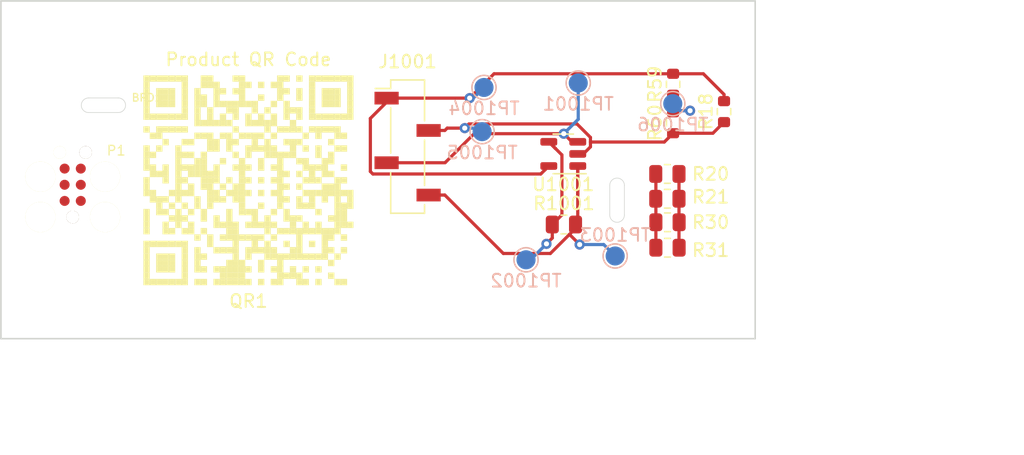
<source format=kicad_pcb>
(kicad_pcb (version 20171130) (host pcbnew "(5.1.12)-1")

  (general
    (thickness 1.6)
    (drawings 10)
    (tracks 87)
    (zones 0)
    (modules 19)
    (nets 15)
  )

  (page A4)
  (title_block
    (date 2021-12-24)
    (rev 01)
  )

  (layers
    (0 F.Cu signal)
    (31 B.Cu signal)
    (32 B.Adhes user)
    (33 F.Adhes user)
    (34 B.Paste user)
    (35 F.Paste user)
    (36 B.SilkS user)
    (37 F.SilkS user)
    (38 B.Mask user)
    (39 F.Mask user)
    (40 Dwgs.User user)
    (41 Cmts.User user)
    (42 Eco1.User user)
    (43 Eco2.User user)
    (44 Edge.Cuts user)
    (45 Margin user)
    (46 B.CrtYd user)
    (47 F.CrtYd user)
    (48 B.Fab user)
    (49 F.Fab user)
  )

  (setup
    (last_trace_width 0.25)
    (trace_clearance 0.2)
    (zone_clearance 0.508)
    (zone_45_only no)
    (trace_min 0.2)
    (via_size 0.8)
    (via_drill 0.4)
    (via_min_size 0.4)
    (via_min_drill 0.3)
    (uvia_size 0.3)
    (uvia_drill 0.1)
    (uvias_allowed no)
    (uvia_min_size 0.2)
    (uvia_min_drill 0.1)
    (edge_width 0.05)
    (segment_width 0.2)
    (pcb_text_width 0.3)
    (pcb_text_size 1.5 1.5)
    (mod_edge_width 0.12)
    (mod_text_size 1 1)
    (mod_text_width 0.15)
    (pad_size 1.524 1.524)
    (pad_drill 0.762)
    (pad_to_mask_clearance 0)
    (aux_axis_origin 0 0)
    (visible_elements 7FFFFFFF)
    (pcbplotparams
      (layerselection 0x010fc_ffffffff)
      (usegerberextensions false)
      (usegerberattributes true)
      (usegerberadvancedattributes true)
      (creategerberjobfile true)
      (excludeedgelayer true)
      (linewidth 0.100000)
      (plotframeref false)
      (viasonmask false)
      (mode 1)
      (useauxorigin false)
      (hpglpennumber 1)
      (hpglpenspeed 20)
      (hpglpendiameter 15.000000)
      (psnegative false)
      (psa4output false)
      (plotreference true)
      (plotvalue true)
      (plotinvisibletext false)
      (padsonsilk false)
      (subtractmaskfromsilk false)
      (outputformat 1)
      (mirror false)
      (drillshape 1)
      (scaleselection 1)
      (outputdirectory ""))
  )

  (net 0 "")
  (net 1 /OUT)
  (net 2 GND)
  (net 3 /IN)
  (net 4 VCC)
  (net 5 /_AOPIN+)
  (net 6 /V_HW_TYPE)
  (net 7 "Net-(P1-Pad6)")
  (net 8 "Net-(P1-Pad5)")
  (net 9 "Net-(P1-Pad4)")
  (net 10 "Net-(P1-Pad3)")
  (net 11 "Net-(P1-Pad2)")
  (net 12 "Net-(P1-Pad1)")
  (net 13 "Net-(R20-Pad2)")
  (net 14 "Net-(R20-Pad1)")

  (net_class Default "This is the default net class."
    (clearance 0.2)
    (trace_width 0.25)
    (via_dia 0.8)
    (via_drill 0.4)
    (uvia_dia 0.3)
    (uvia_drill 0.1)
    (add_net /IN)
    (add_net /OUT)
    (add_net /V_HW_TYPE)
    (add_net /_AOPIN+)
    (add_net GND)
    (add_net "Net-(P1-Pad1)")
    (add_net "Net-(P1-Pad2)")
    (add_net "Net-(P1-Pad3)")
    (add_net "Net-(P1-Pad4)")
    (add_net "Net-(P1-Pad5)")
    (add_net "Net-(P1-Pad6)")
    (add_net "Net-(R20-Pad1)")
    (add_net "Net-(R20-Pad2)")
    (add_net VCC)
  )

  (module Resistor_SMD:R_0805_2012Metric (layer F.Cu) (tedit 5F68FEEE) (tstamp 63F4A7F8)
    (at 168.21 103.2)
    (descr "Resistor SMD 0805 (2012 Metric), square (rectangular) end terminal, IPC_7351 nominal, (Body size source: IPC-SM-782 page 72, https://www.pcb-3d.com/wordpress/wp-content/uploads/ipc-sm-782a_amendment_1_and_2.pdf), generated with kicad-footprint-generator")
    (tags resistor)
    (path /5E781FC4)
    (attr smd)
    (fp_text reference R31 (at 3.39 0.2) (layer F.SilkS)
      (effects (font (size 1 1) (thickness 0.15)))
    )
    (fp_text value 0R (at 2.99 0.2) (layer F.Fab) hide
      (effects (font (size 1 1) (thickness 0.15)))
    )
    (fp_line (start 1.68 0.95) (end -1.68 0.95) (layer F.CrtYd) (width 0.05))
    (fp_line (start 1.68 -0.95) (end 1.68 0.95) (layer F.CrtYd) (width 0.05))
    (fp_line (start -1.68 -0.95) (end 1.68 -0.95) (layer F.CrtYd) (width 0.05))
    (fp_line (start -1.68 0.95) (end -1.68 -0.95) (layer F.CrtYd) (width 0.05))
    (fp_line (start -0.227064 0.735) (end 0.227064 0.735) (layer F.SilkS) (width 0.12))
    (fp_line (start -0.227064 -0.735) (end 0.227064 -0.735) (layer F.SilkS) (width 0.12))
    (fp_line (start 1 0.625) (end -1 0.625) (layer F.Fab) (width 0.1))
    (fp_line (start 1 -0.625) (end 1 0.625) (layer F.Fab) (width 0.1))
    (fp_line (start -1 -0.625) (end 1 -0.625) (layer F.Fab) (width 0.1))
    (fp_line (start -1 0.625) (end -1 -0.625) (layer F.Fab) (width 0.1))
    (fp_text user %R (at 0 0) (layer F.Fab)
      (effects (font (size 0.5 0.5) (thickness 0.08)))
    )
    (pad 2 smd roundrect (at 0.9125 0) (size 1.025 1.4) (layers F.Cu F.Paste F.Mask) (roundrect_rratio 0.243902)
      (net 13 "Net-(R20-Pad2)"))
    (pad 1 smd roundrect (at -0.9125 0) (size 1.025 1.4) (layers F.Cu F.Paste F.Mask) (roundrect_rratio 0.243902)
      (net 14 "Net-(R20-Pad1)"))
    (model ${KISYS3DMOD}/Resistor_SMD.3dshapes/R_0805_2012Metric.wrl
      (at (xyz 0 0 0))
      (scale (xyz 1 1 1))
      (rotate (xyz 0 0 0))
    )
  )

  (module Resistor_SMD:R_0805_2012Metric (layer F.Cu) (tedit 5F68FEEE) (tstamp 63F4A7E7)
    (at 168.21 101.2)
    (descr "Resistor SMD 0805 (2012 Metric), square (rectangular) end terminal, IPC_7351 nominal, (Body size source: IPC-SM-782 page 72, https://www.pcb-3d.com/wordpress/wp-content/uploads/ipc-sm-782a_amendment_1_and_2.pdf), generated with kicad-footprint-generator")
    (tags resistor)
    (path /5E781FB6)
    (attr smd)
    (fp_text reference R30 (at 3.39 0) (layer F.SilkS)
      (effects (font (size 1 1) (thickness 0.15)))
    )
    (fp_text value 0R (at 2.99 0) (layer F.Fab) hide
      (effects (font (size 1 1) (thickness 0.15)))
    )
    (fp_line (start 1.68 0.95) (end -1.68 0.95) (layer F.CrtYd) (width 0.05))
    (fp_line (start 1.68 -0.95) (end 1.68 0.95) (layer F.CrtYd) (width 0.05))
    (fp_line (start -1.68 -0.95) (end 1.68 -0.95) (layer F.CrtYd) (width 0.05))
    (fp_line (start -1.68 0.95) (end -1.68 -0.95) (layer F.CrtYd) (width 0.05))
    (fp_line (start -0.227064 0.735) (end 0.227064 0.735) (layer F.SilkS) (width 0.12))
    (fp_line (start -0.227064 -0.735) (end 0.227064 -0.735) (layer F.SilkS) (width 0.12))
    (fp_line (start 1 0.625) (end -1 0.625) (layer F.Fab) (width 0.1))
    (fp_line (start 1 -0.625) (end 1 0.625) (layer F.Fab) (width 0.1))
    (fp_line (start -1 -0.625) (end 1 -0.625) (layer F.Fab) (width 0.1))
    (fp_line (start -1 0.625) (end -1 -0.625) (layer F.Fab) (width 0.1))
    (fp_text user %R (at 0 0) (layer F.Fab)
      (effects (font (size 0.5 0.5) (thickness 0.08)))
    )
    (pad 2 smd roundrect (at 0.9125 0) (size 1.025 1.4) (layers F.Cu F.Paste F.Mask) (roundrect_rratio 0.243902)
      (net 13 "Net-(R20-Pad2)"))
    (pad 1 smd roundrect (at -0.9125 0) (size 1.025 1.4) (layers F.Cu F.Paste F.Mask) (roundrect_rratio 0.243902)
      (net 14 "Net-(R20-Pad1)"))
    (model ${KISYS3DMOD}/Resistor_SMD.3dshapes/R_0805_2012Metric.wrl
      (at (xyz 0 0 0))
      (scale (xyz 1 1 1))
      (rotate (xyz 0 0 0))
    )
  )

  (module Resistor_SMD:R_0805_2012Metric (layer F.Cu) (tedit 5F68FEEE) (tstamp 63F4A7D6)
    (at 168.2 99.35)
    (descr "Resistor SMD 0805 (2012 Metric), square (rectangular) end terminal, IPC_7351 nominal, (Body size source: IPC-SM-782 page 72, https://www.pcb-3d.com/wordpress/wp-content/uploads/ipc-sm-782a_amendment_1_and_2.pdf), generated with kicad-footprint-generator")
    (tags resistor)
    (path /5DC661D7)
    (attr smd)
    (fp_text reference R21 (at 3.4 -0.15) (layer F.SilkS)
      (effects (font (size 1 1) (thickness 0.15)))
    )
    (fp_text value 150k (at 3.8 -0.15) (layer F.Fab) hide
      (effects (font (size 1 1) (thickness 0.15)))
    )
    (fp_line (start 1.68 0.95) (end -1.68 0.95) (layer F.CrtYd) (width 0.05))
    (fp_line (start 1.68 -0.95) (end 1.68 0.95) (layer F.CrtYd) (width 0.05))
    (fp_line (start -1.68 -0.95) (end 1.68 -0.95) (layer F.CrtYd) (width 0.05))
    (fp_line (start -1.68 0.95) (end -1.68 -0.95) (layer F.CrtYd) (width 0.05))
    (fp_line (start -0.227064 0.735) (end 0.227064 0.735) (layer F.SilkS) (width 0.12))
    (fp_line (start -0.227064 -0.735) (end 0.227064 -0.735) (layer F.SilkS) (width 0.12))
    (fp_line (start 1 0.625) (end -1 0.625) (layer F.Fab) (width 0.1))
    (fp_line (start 1 -0.625) (end 1 0.625) (layer F.Fab) (width 0.1))
    (fp_line (start -1 -0.625) (end 1 -0.625) (layer F.Fab) (width 0.1))
    (fp_line (start -1 0.625) (end -1 -0.625) (layer F.Fab) (width 0.1))
    (fp_text user %R (at 0 0) (layer F.Fab)
      (effects (font (size 0.5 0.5) (thickness 0.08)))
    )
    (pad 2 smd roundrect (at 0.9125 0) (size 1.025 1.4) (layers F.Cu F.Paste F.Mask) (roundrect_rratio 0.243902)
      (net 13 "Net-(R20-Pad2)"))
    (pad 1 smd roundrect (at -0.9125 0) (size 1.025 1.4) (layers F.Cu F.Paste F.Mask) (roundrect_rratio 0.243902)
      (net 14 "Net-(R20-Pad1)"))
    (model ${KISYS3DMOD}/Resistor_SMD.3dshapes/R_0805_2012Metric.wrl
      (at (xyz 0 0 0))
      (scale (xyz 1 1 1))
      (rotate (xyz 0 0 0))
    )
  )

  (module Resistor_SMD:R_0805_2012Metric (layer F.Cu) (tedit 5F68FEEE) (tstamp 63F4A7C5)
    (at 168.2 97.4)
    (descr "Resistor SMD 0805 (2012 Metric), square (rectangular) end terminal, IPC_7351 nominal, (Body size source: IPC-SM-782 page 72, https://www.pcb-3d.com/wordpress/wp-content/uploads/ipc-sm-782a_amendment_1_and_2.pdf), generated with kicad-footprint-generator")
    (tags resistor)
    (path /5F34C2CE)
    (attr smd)
    (fp_text reference R20 (at 3.4 0) (layer F.SilkS)
      (effects (font (size 1 1) (thickness 0.15)))
    )
    (fp_text value 330R (at 4 0) (layer F.Fab) hide
      (effects (font (size 1 1) (thickness 0.15)))
    )
    (fp_line (start 1.68 0.95) (end -1.68 0.95) (layer F.CrtYd) (width 0.05))
    (fp_line (start 1.68 -0.95) (end 1.68 0.95) (layer F.CrtYd) (width 0.05))
    (fp_line (start -1.68 -0.95) (end 1.68 -0.95) (layer F.CrtYd) (width 0.05))
    (fp_line (start -1.68 0.95) (end -1.68 -0.95) (layer F.CrtYd) (width 0.05))
    (fp_line (start -0.227064 0.735) (end 0.227064 0.735) (layer F.SilkS) (width 0.12))
    (fp_line (start -0.227064 -0.735) (end 0.227064 -0.735) (layer F.SilkS) (width 0.12))
    (fp_line (start 1 0.625) (end -1 0.625) (layer F.Fab) (width 0.1))
    (fp_line (start 1 -0.625) (end 1 0.625) (layer F.Fab) (width 0.1))
    (fp_line (start -1 -0.625) (end 1 -0.625) (layer F.Fab) (width 0.1))
    (fp_line (start -1 0.625) (end -1 -0.625) (layer F.Fab) (width 0.1))
    (fp_text user %R (at 0 0) (layer F.Fab)
      (effects (font (size 0.5 0.5) (thickness 0.08)))
    )
    (pad 2 smd roundrect (at 0.9125 0) (size 1.025 1.4) (layers F.Cu F.Paste F.Mask) (roundrect_rratio 0.243902)
      (net 13 "Net-(R20-Pad2)"))
    (pad 1 smd roundrect (at -0.9125 0) (size 1.025 1.4) (layers F.Cu F.Paste F.Mask) (roundrect_rratio 0.243902)
      (net 14 "Net-(R20-Pad1)"))
    (model ${KISYS3DMOD}/Resistor_SMD.3dshapes/R_0805_2012Metric.wrl
      (at (xyz 0 0 0))
      (scale (xyz 1 1 1))
      (rotate (xyz 0 0 0))
    )
  )

  (module tc5:TC2030-MCP-FP (layer F.Cu) (tedit 5D6EDE77) (tstamp 626051D1)
    (at 121.5 98.25 90)
    (descr http://www.tag-connect.com/Materials/TC2030-MCP%20PCB%20Footprint.pdf)
    (tags "TC2030-MCP PLUG-OF-NAILS(TM) CABLE")
    (path /62606E62)
    (fp_text reference P1 (at 2.68478 3.4163 180) (layer F.SilkS)
      (effects (font (size 0.76 0.76) (thickness 0.1)))
    )
    (fp_text value TC2030 (at -0.35 -0.6 90) (layer F.Fab)
      (effects (font (size 0.7 0.7) (thickness 0.1)))
    )
    (fp_line (start -0.15 3.45) (end 1.4 3.45) (layer B.CrtYd) (width 0.05))
    (fp_line (start 3.3 -4) (end -4.1 -4) (layer F.Fab) (width 0.1))
    (fp_line (start 3.3 4) (end 3.3 -4) (layer F.Fab) (width 0.1))
    (fp_line (start -4.1 4) (end 3.3 4) (layer F.Fab) (width 0.1))
    (fp_line (start -4.1 -4) (end -4.1 4) (layer F.Fab) (width 0.1))
    (fp_line (start -0.15 3.45) (end -0.15 4.6) (layer B.CrtYd) (width 0.05))
    (fp_line (start 1.4 4.6) (end 1.4 3.45) (layer B.CrtYd) (width 0.05))
    (fp_line (start 1.4 4.6) (end -0.15 4.6) (layer B.CrtYd) (width 0.05))
    (fp_line (start -3.3 3.45) (end -1.75 3.45) (layer B.CrtYd) (width 0.05))
    (fp_line (start -3.3 3.45) (end -3.3 4.6) (layer B.CrtYd) (width 0.05))
    (fp_line (start -1.75 4.6) (end -3.3 4.6) (layer B.CrtYd) (width 0.05))
    (fp_line (start -1.75 4.6) (end -1.75 3.45) (layer B.CrtYd) (width 0.05))
    (fp_line (start -3.3 -4.6) (end -1.75 -4.6) (layer B.CrtYd) (width 0.05))
    (fp_line (start -3.3 -4.6) (end -3.3 -3.45) (layer B.CrtYd) (width 0.05))
    (fp_line (start -1.75 -3.45) (end -3.3 -3.45) (layer B.CrtYd) (width 0.05))
    (fp_line (start -1.75 -3.45) (end -1.75 -4.6) (layer B.CrtYd) (width 0.05))
    (fp_line (start 1.4 -3.45) (end 1.4 -4.6) (layer B.CrtYd) (width 0.05))
    (fp_line (start 1.4 -3.45) (end -0.15 -3.45) (layer B.CrtYd) (width 0.05))
    (fp_line (start -0.15 -4.6) (end -0.15 -3.45) (layer B.CrtYd) (width 0.05))
    (fp_line (start -0.15 -4.6) (end 1.4 -4.6) (layer B.CrtYd) (width 0.05))
    (fp_line (start 3.625461 -0.889306) (end 3.618462 -0.927933) (layer Dwgs.User) (width 0.1))
    (fp_line (start 3.173513 1.621476) (end 3.205043 1.593395) (layer Dwgs.User) (width 0.1))
    (fp_line (start 3.551911 1.122812) (end 3.569437 1.084184) (layer Dwgs.User) (width 0.1))
    (fp_line (start 3.653463 -0.636474) (end 3.653463 0.627701) (layer Dwgs.User) (width 0.1))
    (fp_line (start 3.103448 1.670639) (end 3.138484 1.646086) (layer Dwgs.User) (width 0.1))
    (fp_line (start 2.476362 1.888373) (end 2.518405 1.884874) (layer Dwgs.User) (width 0.1))
    (fp_line (start 3.618462 -0.927933) (end 3.607963 -0.970072) (layer Dwgs.User) (width 0.1))
    (fp_line (start 3.593965 -1.012213) (end 3.583438 -1.050844) (layer Dwgs.User) (width 0.1))
    (fp_line (start 3.2681 1.537176) (end 3.296124 1.509095) (layer Dwgs.User) (width 0.1))
    (fp_line (start 3.618487 0.922651) (end 3.625486 0.88051) (layer Dwgs.User) (width 0.1))
    (fp_line (start 3.569437 1.084184) (end 3.583435 1.042045) (layer Dwgs.User) (width 0.1))
    (fp_line (start 3.583438 -1.050844) (end 3.56944 -1.089469) (layer Dwgs.User) (width 0.1))
    (fp_line (start 2.959814 1.758467) (end 2.998349 1.737413) (layer Dwgs.User) (width 0.1))
    (fp_line (start 3.534385 1.161437) (end 3.551911 1.122812) (layer Dwgs.User) (width 0.1))
    (fp_line (start 2.560442 1.881374) (end 2.598979 1.874347) (layer Dwgs.User) (width 0.1))
    (fp_line (start 3.607963 -0.970072) (end 3.593965 -1.012213) (layer Dwgs.User) (width 0.1))
    (fp_line (start 3.56944 -1.089469) (end 3.551885 -1.131608) (layer Dwgs.User) (width 0.1))
    (fp_line (start 3.551885 -1.131608) (end 3.534359 -1.169067) (layer Dwgs.User) (width 0.1))
    (fp_line (start 3.327657 1.47748) (end 3.355682 1.445877) (layer Dwgs.User) (width 0.1))
    (fp_line (start 3.639484 0.796236) (end 3.646512 0.754097) (layer Dwgs.User) (width 0.1))
    (fp_line (start 3.534359 -1.169067) (end 3.516833 -1.205349) (layer Dwgs.User) (width 0.1))
    (fp_line (start 3.516833 -1.205349) (end 3.495836 -1.243977) (layer Dwgs.User) (width 0.1))
    (fp_line (start 3.495836 -1.243977) (end 3.474811 -1.279094) (layer Dwgs.User) (width 0.1))
    (fp_line (start 3.474811 -1.279094) (end 3.453785 -1.317722) (layer Dwgs.User) (width 0.1))
    (fp_line (start 2.641016 1.86732) (end 2.683053 1.856793) (layer Dwgs.User) (width 0.1))
    (fp_line (start 3.593962 1.003418) (end 3.60796 0.961276) (layer Dwgs.User) (width 0.1))
    (fp_line (start 3.033381 1.716331) (end 3.068416 1.695249) (layer Dwgs.User) (width 0.1))
    (fp_line (start 3.495805 1.235179) (end 3.516831 1.201239) (layer Dwgs.User) (width 0.1))
    (fp_line (start 3.583435 1.042045) (end 3.593962 1.003418) (layer Dwgs.User) (width 0.1))
    (fp_line (start 2.92128 1.776021) (end 2.959814 1.758467) (layer Dwgs.User) (width 0.1))
    (fp_line (start 3.60796 0.961276) (end 3.618487 0.922651) (layer Dwgs.User) (width 0.1))
    (fp_line (start 2.598979 1.874347) (end 2.641016 1.86732) (layer Dwgs.User) (width 0.1))
    (fp_line (start 3.453754 1.308926) (end 3.47478 1.273806) (layer Dwgs.User) (width 0.1))
    (fp_line (start 3.516831 1.201239) (end 3.534385 1.161437) (layer Dwgs.User) (width 0.1))
    (fp_line (start 3.646512 0.754097) (end 3.649983 0.711958) (layer Dwgs.User) (width 0.1))
    (fp_line (start 3.649983 0.711958) (end 3.649986 0.669817) (layer Dwgs.User) (width 0.1))
    (fp_line (start 3.653463 -0.636474) (end 3.649963 -0.67861) (layer Dwgs.User) (width 0.1))
    (fp_line (start 2.76363 1.835739) (end 2.805667 1.821713) (layer Dwgs.User) (width 0.1))
    (fp_line (start 3.138484 1.646086) (end 3.173513 1.621476) (layer Dwgs.User) (width 0.1))
    (fp_line (start 3.205043 1.593395) (end 3.236573 1.565285) (layer Dwgs.User) (width 0.1))
    (fp_line (start 3.380179 1.41076) (end 3.404704 1.379154) (layer Dwgs.User) (width 0.1))
    (fp_line (start 3.47478 1.273806) (end 3.495805 1.235179) (layer Dwgs.User) (width 0.1))
    (fp_line (start 2.683053 1.856793) (end 2.725096 1.846266) (layer Dwgs.User) (width 0.1))
    (fp_line (start 3.355682 1.445877) (end 3.380179 1.41076) (layer Dwgs.User) (width 0.1))
    (fp_line (start 3.068416 1.695249) (end 3.103448 1.670639) (layer Dwgs.User) (width 0.1))
    (fp_line (start 3.625486 0.88051) (end 3.635985 0.838374) (layer Dwgs.User) (width 0.1))
    (fp_line (start 2.882745 1.793603) (end 2.92128 1.776021) (layer Dwgs.User) (width 0.1))
    (fp_line (start 3.296124 1.509095) (end 3.327657 1.47748) (layer Dwgs.User) (width 0.1))
    (fp_line (start 3.236573 1.565285) (end 3.2681 1.537176) (layer Dwgs.User) (width 0.1))
    (fp_line (start 3.404704 1.379154) (end 3.429285 1.34404) (layer Dwgs.User) (width 0.1))
    (fp_line (start 3.649958 -0.720751) (end 3.646458 -0.76289) (layer Dwgs.User) (width 0.1))
    (fp_line (start 2.805667 1.821713) (end 2.844205 1.807658) (layer Dwgs.User) (width 0.1))
    (fp_line (start 2.844205 1.807658) (end 2.882745 1.793603) (layer Dwgs.User) (width 0.1))
    (fp_line (start 2.998349 1.737413) (end 3.033381 1.716331) (layer Dwgs.User) (width 0.1))
    (fp_line (start 2.518405 1.884874) (end 2.560442 1.881374) (layer Dwgs.User) (width 0.1))
    (fp_line (start 3.429285 1.34404) (end 3.453754 1.308926) (layer Dwgs.User) (width 0.1))
    (fp_line (start 3.649963 -0.67861) (end 3.649958 -0.720751) (layer Dwgs.User) (width 0.1))
    (fp_line (start 3.646458 -0.76289) (end 3.639431 -0.805031) (layer Dwgs.User) (width 0.1))
    (fp_line (start 3.635959 -0.84717) (end 3.625461 -0.889306) (layer Dwgs.User) (width 0.1))
    (fp_line (start 3.649986 0.669817) (end 3.653485 0.627678) (layer Dwgs.User) (width 0.1))
    (fp_line (start 2.725096 1.846266) (end 2.76363 1.835739) (layer Dwgs.User) (width 0.1))
    (fp_line (start 3.635985 0.838374) (end 3.639484 0.796236) (layer Dwgs.User) (width 0.1))
    (fp_line (start 3.639431 -0.805031) (end 3.635959 -0.84717) (layer Dwgs.User) (width 0.1))
    (fp_line (start -1.794115 1.723313) (end -2.99924 1.028022) (layer Dwgs.User) (width 0.1))
    (fp_line (start -1.35971 -1.900649) (end 2.392285 -1.900649) (layer Dwgs.User) (width 0.1))
    (fp_line (start -2.99924 -1.033281) (end -3.034275 -1.0087) (layer Dwgs.User) (width 0.1))
    (fp_line (start -3.034275 -1.0087) (end -3.065802 -0.984146) (layer Dwgs.User) (width 0.1))
    (fp_line (start 2.998321 -1.746129) (end 2.959786 -1.763712) (layer Dwgs.User) (width 0.1))
    (fp_line (start -3.100837 -0.956037) (end -3.128862 -0.927956) (layer Dwgs.User) (width 0.1))
    (fp_line (start -3.160389 -0.899847) (end -3.188414 -0.871766) (layer Dwgs.User) (width 0.1))
    (fp_line (start -3.216438 -0.840148) (end -3.244463 -0.808545) (layer Dwgs.User) (width 0.1))
    (fp_line (start -3.342535 -0.675107) (end -3.363561 -0.636477) (layer Dwgs.User) (width 0.1))
    (fp_line (start 2.844177 -1.816375) (end 2.805639 -1.830401) (layer Dwgs.User) (width 0.1))
    (fp_line (start -3.405612 -0.566243) (end -3.423166 -0.527615) (layer Dwgs.User) (width 0.1))
    (fp_line (start -3.45469 -0.450363) (end -3.468717 -0.411738) (layer Dwgs.User) (width 0.1))
    (fp_line (start -3.384586 -0.60136) (end -3.405612 -0.566243) (layer Dwgs.User) (width 0.1))
    (fp_line (start -3.524766 -0.169433) (end -3.531765 -0.127294) (layer Dwgs.User) (width 0.1))
    (fp_line (start -3.296985 -0.741825) (end -3.321566 -0.710222) (layer Dwgs.User) (width 0.1))
    (fp_line (start -3.535273 -0.000879) (end -3.535273 0.04126) (layer Dwgs.User) (width 0.1))
    (fp_line (start -3.493242 -0.330966) (end -3.503741 -0.29117) (layer Dwgs.User) (width 0.1))
    (fp_line (start -3.423166 -0.527615) (end -3.440692 -0.48899) (layer Dwgs.User) (width 0.1))
    (fp_line (start 3.10342 -1.679412) (end 3.068388 -1.700466) (layer Dwgs.User) (width 0.1))
    (fp_line (start 3.404707 -1.387956) (end 3.38021 -1.419559) (layer Dwgs.User) (width 0.1))
    (fp_line (start 2.725067 -1.855011) (end 2.683025 -1.865538) (layer Dwgs.User) (width 0.1))
    (fp_line (start -3.535273 0.079891) (end -3.531774 0.122026) (layer Dwgs.User) (width 0.1))
    (fp_line (start -3.531774 0.122026) (end -3.524775 0.164168) (layer Dwgs.User) (width 0.1))
    (fp_line (start -3.521267 -0.208061) (end -3.524766 -0.169433) (layer Dwgs.User) (width 0.1))
    (fp_line (start 3.38021 -1.419559) (end 3.355685 -1.451162) (layer Dwgs.User) (width 0.1))
    (fp_line (start 3.327632 -1.482765) (end 3.296099 -1.514371) (layer Dwgs.User) (width 0.1))
    (fp_line (start 3.138455 -1.654802) (end 3.10342 -1.679412) (layer Dwgs.User) (width 0.1))
    (fp_line (start 3.033353 -1.725047) (end 2.998321 -1.746129) (layer Dwgs.User) (width 0.1))
    (fp_line (start 2.882717 -1.79882) (end 2.844177 -1.816375) (layer Dwgs.User) (width 0.1))
    (fp_line (start 2.518376 -1.893619) (end 2.476334 -1.897147) (layer Dwgs.User) (width 0.1))
    (fp_line (start -3.128862 -0.927956) (end -3.160389 -0.899847) (layer Dwgs.User) (width 0.1))
    (fp_line (start -3.482743 -0.373107) (end -3.493242 -0.330966) (layer Dwgs.User) (width 0.1))
    (fp_line (start -3.531765 -0.127294) (end -3.535265 -0.085153) (layer Dwgs.User) (width 0.1))
    (fp_line (start -3.065802 -0.984146) (end -3.100837 -0.956037) (layer Dwgs.User) (width 0.1))
    (fp_line (start 2.763602 -1.844456) (end 2.725067 -1.855011) (layer Dwgs.User) (width 0.1))
    (fp_line (start -3.188414 -0.871766) (end -3.216438 -0.840148) (layer Dwgs.User) (width 0.1))
    (fp_line (start -3.244463 -0.808545) (end -3.272488 -0.776939) (layer Dwgs.User) (width 0.1))
    (fp_line (start 2.640988 -1.876065) (end 2.598951 -1.883092) (layer Dwgs.User) (width 0.1))
    (fp_line (start 2.683025 -1.865538) (end 2.640988 -1.876065) (layer Dwgs.User) (width 0.1))
    (fp_line (start 2.476334 -1.897147) (end 2.4343 -1.900646) (layer Dwgs.User) (width 0.1))
    (fp_line (start -3.321566 -0.710222) (end -3.342535 -0.675107) (layer Dwgs.User) (width 0.1))
    (fp_line (start -3.468717 -0.411738) (end -3.482743 -0.373107) (layer Dwgs.User) (width 0.1))
    (fp_line (start -3.503741 -0.29117) (end -3.510768 -0.250202) (layer Dwgs.User) (width 0.1))
    (fp_line (start -3.535273 -0.04302) (end -3.535273 -0.000879) (layer Dwgs.User) (width 0.1))
    (fp_line (start -3.535273 0.04126) (end -3.535273 0.079891) (layer Dwgs.User) (width 0.1))
    (fp_line (start 3.068388 -1.700466) (end 3.033353 -1.725047) (layer Dwgs.User) (width 0.1))
    (fp_line (start -3.440692 -0.48899) (end -3.45469 -0.450363) (layer Dwgs.User) (width 0.1))
    (fp_line (start 2.4343 -1.900646) (end 2.392257 -1.900663) (layer Dwgs.User) (width 0.1))
    (fp_line (start 3.296099 -1.514371) (end 3.268074 -1.545977) (layer Dwgs.User) (width 0.1))
    (fp_line (start -3.363561 -0.636477) (end -3.384586 -0.60136) (layer Dwgs.User) (width 0.1))
    (fp_line (start 3.453785 -1.317722) (end 3.42926 -1.352839) (layer Dwgs.User) (width 0.1))
    (fp_line (start 3.268074 -1.545977) (end 3.236544 -1.574059) (layer Dwgs.User) (width 0.1))
    (fp_line (start 2.921251 -1.783609) (end 2.882717 -1.79882) (layer Dwgs.User) (width 0.1))
    (fp_line (start -3.535265 -0.085153) (end -3.535273 -0.04302) (layer Dwgs.User) (width 0.1))
    (fp_line (start -3.510768 -0.250202) (end -3.521267 -0.208061) (layer Dwgs.User) (width 0.1))
    (fp_line (start -3.272488 -0.776939) (end -3.296985 -0.741825) (layer Dwgs.User) (width 0.1))
    (fp_line (start 3.236544 -1.574059) (end 3.205015 -1.60214) (layer Dwgs.User) (width 0.1))
    (fp_line (start 2.959786 -1.763712) (end 2.921251 -1.783609) (layer Dwgs.User) (width 0.1))
    (fp_line (start 3.173485 -1.630249) (end 3.138455 -1.654802) (layer Dwgs.User) (width 0.1))
    (fp_line (start 2.805639 -1.830401) (end 2.763602 -1.844456) (layer Dwgs.User) (width 0.1))
    (fp_line (start 2.598951 -1.883092) (end 2.560413 -1.890119) (layer Dwgs.User) (width 0.1))
    (fp_line (start 2.560413 -1.890119) (end 2.518376 -1.893619) (layer Dwgs.User) (width 0.1))
    (fp_line (start 3.42926 -1.352839) (end 3.404707 -1.387956) (layer Dwgs.User) (width 0.1))
    (fp_line (start 3.355685 -1.451162) (end 3.327632 -1.482765) (layer Dwgs.User) (width 0.1))
    (fp_line (start 3.205015 -1.60214) (end 3.173485 -1.630249) (layer Dwgs.User) (width 0.1))
    (fp_line (start -3.493279 0.329211) (end -3.479252 0.367836) (layer Dwgs.User) (width 0.1))
    (fp_line (start -3.419647 0.522345) (end -3.402121 0.560978) (layer Dwgs.User) (width 0.1))
    (fp_line (start -3.293522 0.736557) (end -3.268997 0.771671) (layer Dwgs.User) (width 0.1))
    (fp_line (start -3.188394 0.866483) (end -3.156864 0.894565) (layer Dwgs.User) (width 0.1))
    (fp_line (start -1.794115 1.723313) (end -1.748572 1.751394) (layer Dwgs.User) (width 0.1))
    (fp_line (start -3.363598 0.63472) (end -3.342572 0.669837) (layer Dwgs.User) (width 0.1))
    (fp_line (start -1.646981 1.797029) (end -1.597936 1.818111) (layer Dwgs.User) (width 0.1))
    (fp_line (start -1.492837 1.84972) (end -1.436782 1.863775) (layer Dwgs.User) (width 0.1))
    (fp_line (start -1.384232 1.87433) (end -1.328183 1.881357) (layer Dwgs.User) (width 0.1))
    (fp_line (start -1.328183 1.881357) (end -1.275636 1.888385) (layer Dwgs.User) (width 0.1))
    (fp_line (start -1.275636 1.888385) (end -1.219584 1.891884) (layer Dwgs.User) (width 0.1))
    (fp_line (start -3.244443 0.803277) (end -3.216419 0.83488) (layer Dwgs.User) (width 0.1))
    (fp_line (start -3.510776 0.244937) (end -3.503777 0.287073) (layer Dwgs.User) (width 0.1))
    (fp_line (start -3.065774 0.978808) (end -3.030739 1.003389) (layer Dwgs.User) (width 0.1))
    (fp_line (start -3.097307 0.950727) (end -3.065774 0.978808) (layer Dwgs.User) (width 0.1))
    (fp_line (start -3.318047 0.704954) (end -3.293522 0.736557) (layer Dwgs.User) (width 0.1))
    (fp_line (start -3.384595 0.596092) (end -3.363598 0.63472) (layer Dwgs.User) (width 0.1))
    (fp_line (start 2.392285 1.891873) (end -1.163529 1.891873) (layer Dwgs.User) (width 0.1))
    (fp_line (start -3.524775 0.164168) (end -3.517776 0.206304) (layer Dwgs.User) (width 0.1))
    (fp_line (start -3.030739 1.003389) (end -2.999212 1.027943) (layer Dwgs.User) (width 0.1))
    (fp_line (start -3.268997 0.771671) (end -3.244443 0.803277) (layer Dwgs.User) (width 0.1))
    (fp_line (start -3.437173 0.48372) (end -3.419647 0.522345) (layer Dwgs.User) (width 0.1))
    (fp_line (start -3.342572 0.669837) (end -3.318047 0.704954) (layer Dwgs.User) (width 0.1))
    (fp_line (start -1.436782 1.863775) (end -1.384232 1.87433) (layer Dwgs.User) (width 0.1))
    (fp_line (start -3.454727 0.445092) (end -3.437173 0.48372) (layer Dwgs.User) (width 0.1))
    (fp_line (start -1.219584 1.891884) (end -1.163529 1.891896) (layer Dwgs.User) (width 0.1))
    (fp_line (start -3.479252 0.367836) (end -3.468725 0.406467) (layer Dwgs.User) (width 0.1))
    (fp_line (start -3.402121 0.560978) (end -3.384595 0.596092) (layer Dwgs.User) (width 0.1))
    (fp_line (start -3.503777 0.287073) (end -3.493279 0.329211) (layer Dwgs.User) (width 0.1))
    (fp_line (start -3.216419 0.83488) (end -3.188394 0.866483) (layer Dwgs.User) (width 0.1))
    (fp_line (start -3.156864 0.894565) (end -3.128839 0.922646) (layer Dwgs.User) (width 0.1))
    (fp_line (start -3.517776 0.206304) (end -3.510776 0.244937) (layer Dwgs.User) (width 0.1))
    (fp_line (start -3.128839 0.922646) (end -3.097307 0.950727) (layer Dwgs.User) (width 0.1))
    (fp_line (start -1.699531 1.775947) (end -1.646981 1.797029) (layer Dwgs.User) (width 0.1))
    (fp_line (start -1.748572 1.751394) (end -1.699531 1.775947) (layer Dwgs.User) (width 0.1))
    (fp_line (start -1.597936 1.818111) (end -1.545387 1.835694) (layer Dwgs.User) (width 0.1))
    (fp_line (start -1.545387 1.835694) (end -1.492837 1.84972) (layer Dwgs.User) (width 0.1))
    (fp_line (start -3.468725 0.406467) (end -3.454727 0.445092) (layer Dwgs.User) (width 0.1))
    (fp_line (start -1.972787 -1.742661) (end -2.028836 -1.707536) (layer Dwgs.User) (width 0.1))
    (fp_line (start -2.99924 -1.033281) (end -2.081386 -1.672393) (layer Dwgs.User) (width 0.1))
    (fp_line (start -1.738065 -1.840959) (end -1.801125 -1.823405) (layer Dwgs.User) (width 0.1))
    (fp_line (start -2.028836 -1.707536) (end -2.081386 -1.672419) (layer Dwgs.User) (width 0.1))
    (fp_line (start 2.434328 1.891873) (end 2.476362 1.888373) (layer Dwgs.User) (width 0.1))
    (fp_line (start 2.392285 1.891873) (end 2.434328 1.891873) (layer Dwgs.User) (width 0.1))
    (fp_line (start -1.860677 -1.798851) (end -1.916735 -1.770742) (layer Dwgs.User) (width 0.1))
    (fp_line (start -1.489334 -1.893622) (end -1.552394 -1.886594) (layer Dwgs.User) (width 0.1))
    (fp_line (start -1.615448 -1.876067) (end -1.678511 -1.858513) (layer Dwgs.User) (width 0.1))
    (fp_line (start -1.801125 -1.823405) (end -1.860677 -1.798851) (layer Dwgs.User) (width 0.1))
    (fp_line (start -1.916735 -1.770742) (end -1.972787 -1.742661) (layer Dwgs.User) (width 0.1))
    (fp_line (start -1.35971 -1.900649) (end -1.426275 -1.900649) (layer Dwgs.User) (width 0.1))
    (fp_line (start -1.426275 -1.900649) (end -1.489334 -1.893622) (layer Dwgs.User) (width 0.1))
    (fp_line (start -1.678511 -1.858513) (end -1.738065 -1.840959) (layer Dwgs.User) (width 0.1))
    (fp_line (start -1.552394 -1.886594) (end -1.615448 -1.876067) (layer Dwgs.User) (width 0.1))
    (fp_line (start -3.336208 3.285472) (end -2.046114 3.285472) (layer Dwgs.User) (width 0.1))
    (fp_line (start -0.304475 4.237298) (end -1.8526 4.237298) (layer Dwgs.User) (width 0.1))
    (fp_line (start 1.243689 4.244486) (end 1.243689 4.237289) (layer Dwgs.User) (width 0.1))
    (fp_line (start -0.110964 4.237298) (end -0.175471 4.237298) (layer Dwgs.User) (width 0.1))
    (fp_line (start -0.304475 4.237298) (end -0.304475 4.190604) (layer Dwgs.User) (width 0.1))
    (fp_line (start -0.146826 4.301944) (end -0.128848 4.30914) (layer Dwgs.User) (width 0.1))
    (fp_line (start 1.179178 3.583592) (end 1.179178 3.285475) (layer Dwgs.User) (width 0.1))
    (fp_line (start -0.175471 4.262461) (end -0.168275 4.276798) (layer Dwgs.User) (width 0.1))
    (fp_line (start -0.128848 4.30914) (end -0.110899 4.313938) (layer Dwgs.User) (width 0.1))
    (fp_line (start -3.529674 4.244486) (end -3.529674 4.237289) (layer Dwgs.User) (width 0.1))
    (fp_line (start -3.723188 3.285467) (end -3.33616 3.285467) (layer Dwgs.User) (width 0.1))
    (fp_line (start -1.981555 4.244477) (end -1.981555 4.237281) (layer Dwgs.User) (width 0.1))
    (fp_line (start 1.243689 4.19059) (end 1.372695 4.19059) (layer Dwgs.User) (width 0.1))
    (fp_line (start -0.11 4.32) (end -0.110916 3.777538) (layer Dwgs.User) (width 0.1))
    (fp_line (start 3.558698 4.313907) (end 1.440787 4.313907) (layer Dwgs.User) (width 0.1))
    (fp_line (start -0.110916 3.777538) (end 1.179178 3.777538) (layer Dwgs.User) (width 0.1))
    (fp_line (start -1.981603 4.237298) (end -1.981603 4.190604) (layer Dwgs.User) (width 0.1))
    (fp_line (start -0.157579 4.291163) (end -0.146826 4.301944) (layer Dwgs.User) (width 0.1))
    (fp_line (start -1.981555 4.19059) (end -1.852552 4.19059) (layer Dwgs.User) (width 0.1))
    (fp_line (start 1.243641 4.237298) (end 1.17913 4.237298) (layer Dwgs.User) (width 0.1))
    (fp_line (start -0.175471 4.244483) (end -0.175471 4.262461) (layer Dwgs.User) (width 0.1))
    (fp_line (start -0.168275 4.276798) (end -0.157579 4.291163) (layer Dwgs.User) (width 0.1))
    (fp_line (start -3.601344 4.313924) (end -3.655099 4.313924) (layer Dwgs.User) (width 0.1))
    (fp_line (start -0.304427 4.19059) (end -0.175423 4.19059) (layer Dwgs.User) (width 0.1))
    (fp_line (start 1.243689 4.237284) (end 1.243689 4.19059) (layer Dwgs.User) (width 0.1))
    (fp_line (start 1.179178 3.777538) (end 1.17 4.33) (layer Dwgs.User) (width 0.1))
    (fp_line (start 3.630318 4.237298) (end 1.372647 4.237298) (layer Dwgs.User) (width 0.1))
    (fp_line (start -3.336208 4.237298) (end -3.400713 4.237298) (layer Dwgs.User) (width 0.1))
    (fp_line (start -1.981603 4.237298) (end -2.046114 4.237298) (layer Dwgs.User) (width 0.1))
    (fp_line (start -3.529722 4.237298) (end -3.723236 4.237298) (layer Dwgs.User) (width 0.1))
    (fp_line (start -0.110964 3.285472) (end 1.17913 3.285472) (layer Dwgs.User) (width 0.1))
    (fp_line (start 1.372774 4.244449) (end 1.372774 4.262427) (layer Dwgs.User) (width 0.1))
    (fp_line (start 1.422953 4.313876) (end 1.440903 4.316134) (layer Dwgs.User) (width 0.1))
    (fp_line (start 1.179334 3.583459) (end 1.179334 3.777422) (layer Dwgs.User) (width 0.1))
    (fp_line (start 4.282734 2.843524) (end 4.357988 2.757322) (layer Dwgs.User) (width 0.1))
    (fp_line (start -2.013621 4.301797) (end -2.002897 4.291016) (layer Dwgs.User) (width 0.1))
    (fp_line (start -3.672989 4.313907) (end -3.65504 4.316165) (layer Dwgs.User) (width 0.1))
    (fp_line (start -1.852447 4.244401) (end -1.852447 4.262379) (layer Dwgs.User) (width 0.1))
    (fp_line (start 3.594642 4.30557) (end 3.608951 4.294817) (layer Dwgs.User) (width 0.1))
    (fp_line (start 3.608951 4.294817) (end 3.619703 4.280481) (layer Dwgs.User) (width 0.1))
    (fp_line (start -1.845279 4.280356) (end -1.834526 4.294693) (layer Dwgs.User) (width 0.1))
    (fp_line (start 4.110716 2.9872) (end 4.200308 2.918956) (layer Dwgs.User) (width 0.1))
    (fp_line (start 4.200308 2.918956) (end 4.282734 2.843524) (layer Dwgs.User) (width 0.1))
    (fp_line (start 1.379971 4.280404) (end 1.390667 4.294741) (layer Dwgs.User) (width 0.1))
    (fp_line (start -3.354042 4.309126) (end -3.336092 4.313924) (layer Dwgs.User) (width 0.1))
    (fp_line (start 3.619703 4.280481) (end 3.626872 4.262475) (layer Dwgs.User) (width 0.1))
    (fp_line (start -2.045908 4.313791) (end -2.031599 4.308993) (layer Dwgs.User) (width 0.1))
    (fp_line (start -3.715972 4.280435) (end -3.705247 4.294772) (layer Dwgs.User) (width 0.1))
    (fp_line (start 4.357988 2.757322) (end 4.429656 2.667527) (layer Dwgs.User) (width 0.1))
    (fp_line (start 3.576693 4.314009) (end 3.594642 4.30557) (layer Dwgs.User) (width 0.1))
    (fp_line (start 3.694947 3.177703) (end 3.763038 3.159725) (layer Dwgs.User) (width 0.1))
    (fp_line (start -3.371991 4.301929) (end -3.354042 4.309126) (layer Dwgs.User) (width 0.1))
    (fp_line (start -1.80224 4.313828) (end -1.78429 4.316086) (layer Dwgs.User) (width 0.1))
    (fp_line (start -3.72314 4.24448) (end -3.72314 4.262458) (layer Dwgs.User) (width 0.1))
    (fp_line (start -1.834526 4.294693) (end -1.820217 4.305474) (layer Dwgs.User) (width 0.1))
    (fp_line (start -1.992144 4.276679) (end -1.984948 4.262314) (layer Dwgs.User) (width 0.1))
    (fp_line (start -3.400665 4.244469) (end -3.400665 4.262447) (layer Dwgs.User) (width 0.1))
    (fp_line (start -2.045984 3.583589) (end -2.045984 3.777552) (layer Dwgs.User) (width 0.1))
    (fp_line (start 4.429656 2.667527) (end 4.486998 2.57414) (layer Dwgs.User) (width 0.1))
    (fp_line (start -1.852506 4.190593) (end -1.852506 4.237286) (layer Dwgs.User) (width 0.1))
    (fp_line (start -3.72314 4.262458) (end -3.715972 4.280435) (layer Dwgs.User) (width 0.1))
    (fp_line (start -3.382744 4.291149) (end -3.371991 4.301929) (layer Dwgs.User) (width 0.1))
    (fp_line (start -0.110843 3.285421) (end -0.110843 3.583538) (layer Dwgs.User) (width 0.1))
    (fp_line (start -3.33616 3.777538) (end -3.33616 3.583575) (layer Dwgs.User) (width 0.1))
    (fp_line (start -3.336087 3.777501) (end -2.04599 3.777501) (layer Dwgs.User) (width 0.1))
    (fp_line (start 3.630445 3.19568) (end 3.694947 3.177703) (layer Dwgs.User) (width 0.1))
    (fp_line (start -3.400617 4.237286) (end -3.400617 4.244483) (layer Dwgs.User) (width 0.1))
    (fp_line (start -3.393496 4.276783) (end -3.382744 4.291149) (layer Dwgs.User) (width 0.1))
    (fp_line (start -2.046021 3.285461) (end -0.110871 3.285461) (layer Dwgs.User) (width 0.1))
    (fp_line (start 3.827543 3.138192) (end 3.892045 3.109445) (layer Dwgs.User) (width 0.1))
    (fp_line (start 3.956553 3.080731) (end 4.017476 3.048389) (layer Dwgs.User) (width 0.1))
    (fp_line (start 1.372774 4.262427) (end 1.379971 4.280404) (layer Dwgs.User) (width 0.1))
    (fp_line (start -2.031599 4.308993) (end -2.013621 4.301797) (layer Dwgs.User) (width 0.1))
    (fp_line (start -2.002897 4.291016) (end -1.992144 4.276679) (layer Dwgs.User) (width 0.1))
    (fp_line (start -3.690939 4.305553) (end -3.672989 4.313907) (layer Dwgs.User) (width 0.1))
    (fp_line (start 3.558772 4.316266) (end 3.576693 4.314009) (layer Dwgs.User) (width 0.1))
    (fp_line (start -1.984948 4.262314) (end -1.981392 4.244308) (layer Dwgs.User) (width 0.1))
    (fp_line (start -3.400617 4.190593) (end -3.400617 4.237286) (layer Dwgs.User) (width 0.1))
    (fp_line (start 3.626872 4.262475) (end 3.630428 4.244497) (layer Dwgs.User) (width 0.1))
    (fp_line (start -3.723036 4.23714) (end -3.723036 3.285311) (layer Dwgs.User) (width 0.1))
    (fp_line (start 4.017546 3.048253) (end 4.110716 2.9872) (layer Dwgs.User) (width 0.1))
    (fp_line (start 1.404976 4.305522) (end 1.422953 4.313876) (layer Dwgs.User) (width 0.1))
    (fp_line (start -3.400665 4.262447) (end -3.393496 4.276783) (layer Dwgs.User) (width 0.1))
    (fp_line (start -2.04599 3.583538) (end -2.04599 3.285421) (layer Dwgs.User) (width 0.1))
    (fp_line (start 3.892045 3.109445) (end 3.956553 3.080731) (layer Dwgs.User) (width 0.1))
    (fp_line (start 3.763038 3.159725) (end 3.827543 3.138192) (layer Dwgs.User) (width 0.1))
    (fp_line (start -3.705247 4.294772) (end -3.690939 4.305553) (layer Dwgs.User) (width 0.1))
    (fp_line (start 1.390667 4.294741) (end 1.404976 4.305522) (layer Dwgs.User) (width 0.1))
    (fp_line (start -3.336056 3.583507) (end -2.045958 3.583507) (layer Dwgs.User) (width 0.1))
    (fp_line (start -1.820217 4.305474) (end -1.80224 4.313828) (layer Dwgs.User) (width 0.1))
    (fp_line (start -0.175271 4.23714) (end -0.175271 4.244336) (layer Dwgs.User) (width 0.1))
    (fp_line (start -1.852447 4.262379) (end -1.845279 4.280356) (layer Dwgs.User) (width 0.1))
    (fp_line (start -3.529601 4.190553) (end -3.400588 4.190553) (layer Dwgs.User) (width 0.1))
    (fp_line (start -3.723106 2.574264) (end 3.630445 2.574264) (layer Dwgs.User) (width 0.1))
    (fp_line (start -0.110871 3.777541) (end -0.110871 3.583578) (layer Dwgs.User) (width 0.1))
    (fp_line (start -3.551024 4.294688) (end -3.540243 4.280351) (layer Dwgs.User) (width 0.1))
    (fp_line (start 1.211589 4.301769) (end 1.222341 4.290988) (layer Dwgs.User) (width 0.1))
    (fp_line (start -3.565333 4.30544) (end -3.551024 4.294688) (layer Dwgs.User) (width 0.1))
    (fp_line (start 1.240262 4.262286) (end 1.24379 4.24428) (layer Dwgs.User) (width 0.1))
    (fp_line (start -3.33 4.31) (end -3.336044 3.77736) (layer Dwgs.User) (width 0.1))
    (fp_line (start 4.486998 2.57414) (end 4.54075 2.473573) (layer Dwgs.User) (width 0.1))
    (fp_line (start 4.655377 2.038964) (end 4.662574 1.927616) (layer Dwgs.User) (width 0.1))
    (fp_line (start -3.583282 4.313879) (end -3.565333 4.30544) (layer Dwgs.User) (width 0.1))
    (fp_line (start 1.179302 4.313763) (end 1.193611 4.308965) (layer Dwgs.User) (width 0.1))
    (fp_line (start -1.852436 4.237109) (end -1.852436 4.244305) (layer Dwgs.User) (width 0.1))
    (fp_line (start -0.375962 4.313794) (end -1.784313 4.313794) (layer Dwgs.User) (width 0.1))
    (fp_line (start -0.314974 4.280404) (end -0.307777 4.262399) (layer Dwgs.User) (width 0.1))
    (fp_line (start -4.755091 1.970802) (end -4.755091 2.013903) (layer Dwgs.User) (width 0.1))
    (fp_line (start -3.52953 4.237171) (end -3.52953 4.190477) (layer Dwgs.User) (width 0.1))
    (fp_line (start -4.751535 2.057007) (end -4.744367 2.100102) (layer Dwgs.User) (width 0.1))
    (fp_line (start -4.744367 2.100102) (end -4.73717 2.143209) (layer Dwgs.User) (width 0.1))
    (fp_line (start -3.723044 4.237171) (end -3.723044 4.244367) (layer Dwgs.User) (width 0.1))
    (fp_line (start -4.722862 2.225821) (end -4.712109 2.268922) (layer Dwgs.User) (width 0.1))
    (fp_line (start -2.045919 3.777422) (end -2.03 4.33) (layer Dwgs.User) (width 0.1))
    (fp_line (start -4.755091 1.927698) (end -4.755091 1.970802) (layer Dwgs.User) (width 0.1))
    (fp_line (start -3.533075 4.262345) (end -3.529519 4.244367) (layer Dwgs.User) (width 0.1))
    (fp_line (start -4.6978 2.312023) (end -4.683463 2.351531) (layer Dwgs.User) (width 0.1))
    (fp_line (start -4.683463 2.351531) (end -4.669127 2.391042) (layer Dwgs.User) (width 0.1))
    (fp_line (start -4.654818 2.430553) (end -4.63684 2.470059) (layer Dwgs.User) (width 0.1))
    (fp_line (start 1.372808 4.237109) (end 1.372808 4.244305) (layer Dwgs.User) (width 0.1))
    (fp_line (start -0.304314 4.244302) (end -0.304314 4.237106) (layer Dwgs.User) (width 0.1))
    (fp_line (start -0.110792 3.583431) (end 1.179302 3.583431) (layer Dwgs.User) (width 0.1))
    (fp_line (start -4.618891 2.50957) (end -4.597414 2.549081) (layer Dwgs.User) (width 0.1))
    (fp_line (start 1.193611 4.308965) (end 1.211589 4.301769) (layer Dwgs.User) (width 0.1))
    (fp_line (start 4.54075 2.473573) (end 4.583755 2.369404) (layer Dwgs.User) (width 0.1))
    (fp_line (start 3.630513 4.244365) (end 3.630513 4.237168) (layer Dwgs.User) (width 0.1))
    (fp_line (start 4.583755 2.369404) (end 4.616007 2.261655) (layer Dwgs.User) (width 0.1))
    (fp_line (start 1.179322 3.285342) (end 3.630513 3.285342) (layer Dwgs.User) (width 0.1))
    (fp_line (start 4.64104 2.153899) (end 4.655377 2.038964) (layer Dwgs.User) (width 0.1))
    (fp_line (start -3.601232 4.316136) (end -3.583282 4.313879) (layer Dwgs.User) (width 0.1))
    (fp_line (start -3.723044 2.574171) (end -3.723044 3.285342) (layer Dwgs.User) (width 0.1))
    (fp_line (start -3.540243 4.280351) (end -3.533075 4.262345) (layer Dwgs.User) (width 0.1))
    (fp_line (start -0.375962 4.31619) (end -0.358013 4.313932) (layer Dwgs.User) (width 0.1))
    (fp_line (start -0.325755 4.294741) (end -0.314974 4.280404) (layer Dwgs.User) (width 0.1))
    (fp_line (start -4.73003 2.186307) (end -4.722862 2.225821) (layer Dwgs.User) (width 0.1))
    (fp_line (start 3.630513 3.28534) (end 3.630513 4.237168) (layer Dwgs.User) (width 0.1))
    (fp_line (start -0.358013 4.313932) (end -0.340063 4.305494) (layer Dwgs.User) (width 0.1))
    (fp_line (start -3.336013 3.285342) (end -3.336013 3.583462) (layer Dwgs.User) (width 0.1))
    (fp_line (start -0.175302 4.190446) (end -0.175302 4.23714) (layer Dwgs.User) (width 0.1))
    (fp_line (start 1.372839 4.190477) (end 1.372839 4.237171) (layer Dwgs.User) (width 0.1))
    (fp_line (start -4.755091 2.013903) (end -4.751535 2.057007) (layer Dwgs.User) (width 0.1))
    (fp_line (start -4.712109 2.268922) (end -4.6978 2.312023) (layer Dwgs.User) (width 0.1))
    (fp_line (start -0.307777 4.262399) (end -0.304249 4.244421) (layer Dwgs.User) (width 0.1))
    (fp_line (start -4.669127 2.391042) (end -4.654818 2.430553) (layer Dwgs.User) (width 0.1))
    (fp_line (start -4.575909 2.584997) (end -4.554403 2.624508) (layer Dwgs.User) (width 0.1))
    (fp_line (start 3.630541 3.285393) (end 3.630541 2.574221) (layer Dwgs.User) (width 0.1))
    (fp_line (start -4.529342 2.660426) (end -4.504196 2.692746) (layer Dwgs.User) (width 0.1))
    (fp_line (start -4.504196 2.692746) (end -4.479191 2.72867) (layer Dwgs.User) (width 0.1))
    (fp_line (start -4.479191 2.72867) (end -4.450503 2.760993) (layer Dwgs.User) (width 0.1))
    (fp_line (start -4.63684 2.470059) (end -4.618891 2.50957) (layer Dwgs.User) (width 0.1))
    (fp_line (start -4.73717 2.143209) (end -4.73003 2.186307) (layer Dwgs.User) (width 0.1))
    (fp_line (start 1.222341 4.290988) (end 1.233066 4.276651) (layer Dwgs.User) (width 0.1))
    (fp_line (start -4.450503 2.760993) (end -4.421841 2.793322) (layer Dwgs.User) (width 0.1))
    (fp_line (start -0.340063 4.305494) (end -0.325755 4.294741) (layer Dwgs.User) (width 0.1))
    (fp_line (start 1.233066 4.276651) (end 1.240262 4.262286) (layer Dwgs.User) (width 0.1))
    (fp_line (start 4.616007 2.261655) (end 4.64104 2.153899) (layer Dwgs.User) (width 0.1))
    (fp_line (start -4.597414 2.549081) (end -4.575909 2.584997) (layer Dwgs.User) (width 0.1))
    (fp_line (start -4.554403 2.624508) (end -4.529342 2.660426) (layer Dwgs.User) (width 0.1))
    (fp_line (start -4.332263 2.886692) (end -4.300011 2.915406) (layer Dwgs.User) (width 0.1))
    (fp_line (start -0.307924 -4.027425) (end -0.315121 -4.045346) (layer Dwgs.User) (width 0.1))
    (fp_line (start -3.705219 -4.060022) (end -3.715944 -4.0456) (layer Dwgs.User) (width 0.1))
    (fp_line (start 3.630428 -4.009507) (end 3.626872 -4.027428) (layer Dwgs.User) (width 0.1))
    (fp_line (start -4.231925 2.969242) (end -4.196088 2.99436) (layer Dwgs.User) (width 0.1))
    (fp_line (start -4.160252 3.015894) (end -4.124415 3.041011) (layer Dwgs.User) (width 0.1))
    (fp_line (start -3.970325 3.116506) (end -3.930904 3.134483) (layer Dwgs.User) (width 0.1))
    (fp_line (start -3.89148 3.14882) (end -3.848478 3.163185) (layer Dwgs.User) (width 0.1))
    (fp_line (start -4.009743 3.098528) (end -3.970325 3.116506) (layer Dwgs.User) (width 0.1))
    (fp_line (start 4.662557 -1.692883) (end 4.662557 1.927639) (layer Dwgs.User) (width 0.1))
    (fp_line (start 1.372811 -4.002417) (end 3.630484 -4.002417) (layer Dwgs.User) (width 0.1))
    (fp_line (start 1.179294 -3.049378) (end -0.1108 -3.049378) (layer Dwgs.User) (width 0.1))
    (fp_line (start -3.930904 3.134483) (end -3.89148 3.14882) (layer Dwgs.User) (width 0.1))
    (fp_line (start -2.045973 -3.348663) (end -3.33607 -3.348663) (layer Dwgs.User) (width 0.1))
    (fp_line (start 3.630431 -4.002335) (end 3.630431 -4.00956) (layer Dwgs.User) (width 0.1))
    (fp_line (start -4.755148 1.927639) (end -4.755148 -1.692883) (layer Dwgs.User) (width 0.1))
    (fp_line (start -4.267759 2.940495) (end -4.231925 2.969242) (layer Dwgs.User) (width 0.1))
    (fp_line (start -3.723072 -4.002417) (end -3.529558 -4.002417) (layer Dwgs.User) (width 0.1))
    (fp_line (start -4.421841 2.793322) (end -4.393181 2.82565) (layer Dwgs.User) (width 0.1))
    (fp_line (start -3.723112 -4.027679) (end -3.72312 -4.009758) (layer Dwgs.User) (width 0.1))
    (fp_line (start -0.315121 -4.045346) (end -0.325817 -4.059768) (layer Dwgs.User) (width 0.1))
    (fp_line (start -3.400605 -4.002355) (end -3.400605 -3.955647) (layer Dwgs.User) (width 0.1))
    (fp_line (start 1.379943 -4.045639) (end 1.372746 -4.027718) (layer Dwgs.User) (width 0.1))
    (fp_line (start -1.852492 -4.009515) (end -1.852492 -4.00229) (layer Dwgs.User) (width 0.1))
    (fp_line (start -0.175308 -4.002417) (end -0.1108 -4.002417) (layer Dwgs.User) (width 0.1))
    (fp_line (start -3.529558 -3.955709) (end -3.529558 -4.002417) (layer Dwgs.User) (width 0.1))
    (fp_line (start -4.088578 3.062573) (end -4.049163 3.080551) (layer Dwgs.User) (width 0.1))
    (fp_line (start 1.405004 -4.070757) (end 1.390695 -4.060061) (layer Dwgs.User) (width 0.1))
    (fp_line (start 1.179294 -4.002417) (end 1.243804 -4.002417) (layer Dwgs.User) (width 0.1))
    (fp_line (start -3.69091 -4.070718) (end -3.705219 -4.060022) (layer Dwgs.User) (width 0.1))
    (fp_line (start -4.393181 2.82565) (end -4.364518 2.857973) (layer Dwgs.User) (width 0.1))
    (fp_line (start 1.390695 -4.060061) (end 1.379943 -4.045639) (layer Dwgs.User) (width 0.1))
    (fp_line (start -4.364518 2.857973) (end -4.332263 2.886692) (layer Dwgs.User) (width 0.1))
    (fp_line (start -4.124415 3.041011) (end -4.088578 3.062573) (layer Dwgs.User) (width 0.1))
    (fp_line (start -3.400549 -4.002417) (end -3.336041 -4.002417) (layer Dwgs.User) (width 0.1))
    (fp_line (start -1.852433 -4.002417) (end -0.304314 -4.002417) (layer Dwgs.User) (width 0.1))
    (fp_line (start -3.655012 -4.081386) (end -3.672961 -4.077943) (layer Dwgs.User) (width 0.1))
    (fp_line (start -3.715944 -4.0456) (end -3.723112 -4.027679) (layer Dwgs.User) (width 0.1))
    (fp_line (start -4.196088 2.99436) (end -4.160252 3.015894) (layer Dwgs.User) (width 0.1))
    (fp_line (start -3.848478 3.163185) (end -3.80906 3.173966) (layer Dwgs.User) (width 0.1))
    (fp_line (start -2.045947 -3.049378) (end -3.336041 -3.049378) (layer Dwgs.User) (width 0.1))
    (fp_line (start -4.049163 3.080551) (end -4.009743 3.098528) (layer Dwgs.User) (width 0.1))
    (fp_line (start 1.422953 -4.077982) (end 1.405004 -4.070757) (layer Dwgs.User) (width 0.1))
    (fp_line (start -3.336098 -3.348627) (end -3.336098 -3.049308) (layer Dwgs.User) (width 0.1))
    (fp_line (start -0.304368 -4.009504) (end -0.307924 -4.027425) (layer Dwgs.User) (width 0.1))
    (fp_line (start -0.325817 -4.059768) (end -0.340126 -4.070436) (layer Dwgs.User) (width 0.1))
    (fp_line (start -0.358103 -4.07766) (end -0.376052 -4.081104) (layer Dwgs.User) (width 0.1))
    (fp_line (start -0.175367 -3.955647) (end -0.304371 -3.955647) (layer Dwgs.User) (width 0.1))
    (fp_line (start 1.18 -4.09) (end 1.179238 -3.542595) (layer Dwgs.User) (width 0.1))
    (fp_line (start -3.80906 3.173966) (end -3.766052 3.184719) (layer Dwgs.User) (width 0.1))
    (fp_line (start 1.179238 -3.34863) (end -0.110857 -3.34863) (layer Dwgs.User) (width 0.1))
    (fp_line (start -4.300011 2.915406) (end -4.267759 2.940495) (layer Dwgs.User) (width 0.1))
    (fp_line (start 1.440903 -4.081425) (end 1.422953 -4.077982) (layer Dwgs.User) (width 0.1))
    (fp_line (start -0.340126 -4.070436) (end -0.358103 -4.07766) (layer Dwgs.User) (width 0.1))
    (fp_line (start 1.372746 -4.027718) (end 1.372766 -4.009797) (layer Dwgs.User) (width 0.1))
    (fp_line (start -3.336101 -3.542587) (end -3.33 -4.08) (layer Dwgs.User) (width 0.1))
    (fp_line (start 3.630484 -3.049378) (end 1.179294 -3.049378) (layer Dwgs.User) (width 0.1))
    (fp_line (start -3.672961 -4.077943) (end -3.69091 -4.070718) (layer Dwgs.User) (width 0.1))
    (fp_line (start -3.336101 -3.34863) (end -3.336101 -3.542587) (layer Dwgs.User) (width 0.1))
    (fp_line (start -2.045947 -4.002417) (end -1.98144 -4.002417) (layer Dwgs.User) (width 0.1))
    (fp_line (start -3.766052 3.184719) (end -3.723053 3.1955) (layer Dwgs.User) (width 0.1))
    (fp_line (start -1.852433 -4.002417) (end -1.852433 -3.955709) (layer Dwgs.User) (width 0.1))
    (fp_line (start -1.985221 -4.027433) (end -1.99239 -4.041855) (layer Dwgs.User) (width 0.1))
    (fp_line (start -1.99239 -4.041855) (end -2.003143 -4.056276) (layer Dwgs.User) (width 0.1))
    (fp_line (start -0.157627 -4.05642) (end -0.168379 -4.041971) (layer Dwgs.User) (width 0.1))
    (fp_line (start -3.533261 -4.027436) (end -3.54043 -4.045357) (layer Dwgs.User) (width 0.1))
    (fp_line (start 1.232896 -4.041844) (end 1.2222 -4.056265) (layer Dwgs.User) (width 0.1))
    (fp_line (start 1.2222 -4.056265) (end 1.211448 -4.066961) (layer Dwgs.User) (width 0.1))
    (fp_line (start -2.003143 -4.056276) (end -2.013895 -4.066973) (layer Dwgs.User) (width 0.1))
    (fp_line (start -2.013895 -4.066973) (end -2.031845 -4.074198) (layer Dwgs.User) (width 0.1))
    (fp_line (start -2.031845 -4.074198) (end -2.046153 -4.077641) (layer Dwgs.User) (width 0.1))
    (fp_line (start -1.852526 -4.027668) (end -1.852535 -4.009746) (layer Dwgs.User) (width 0.1))
    (fp_line (start -0.111018 -3.049322) (end -2.046167 -3.049322) (layer Dwgs.User) (width 0.1))
    (fp_line (start -0.175418 -4.009487) (end -0.175418 -4.002262) (layer Dwgs.User) (width 0.1))
    (fp_line (start 3.630428 -2.339341) (end 3.630428 -3.049322) (layer Dwgs.User) (width 0.1))
    (fp_line (start 1.240093 -4.027422) (end 1.232896 -4.041844) (layer Dwgs.User) (width 0.1))
    (fp_line (start 3.626872 -4.027428) (end 3.619703 -4.045349) (layer Dwgs.User) (width 0.1))
    (fp_line (start -1.98155 -3.955619) (end -1.98155 -4.002327) (layer Dwgs.User) (width 0.1))
    (fp_line (start -3.37205 -4.067049) (end -3.382775 -4.056381) (layer Dwgs.User) (width 0.1))
    (fp_line (start -3.551182 -4.059779) (end -3.565491 -4.070447) (layer Dwgs.User) (width 0.1))
    (fp_line (start 3.630304 -4.002358) (end 3.630304 -3.049322) (layer Dwgs.User) (width 0.1))
    (fp_line (start -1.820268 -4.070706) (end -1.834577 -4.06001) (layer Dwgs.User) (width 0.1))
    (fp_line (start -1.981617 -4.002358) (end -1.981617 -4.009583) (layer Dwgs.User) (width 0.1))
    (fp_line (start -1.784519 -4.077756) (end -0.376168 -4.077756) (layer Dwgs.User) (width 0.1))
    (fp_line (start -3.723129 -3.049322) (end -3.723129 -2.339341) (layer Dwgs.User) (width 0.1))
    (fp_line (start -1.802347 -4.077931) (end -1.820268 -4.070706) (layer Dwgs.User) (width 0.1))
    (fp_line (start 3.576665 -4.077663) (end 3.558743 -4.081106) (layer Dwgs.User) (width 0.1))
    (fp_line (start -3.354101 -4.074274) (end -3.37205 -4.067049) (layer Dwgs.User) (width 0.1))
    (fp_line (start -0.175576 -4.027549) (end -0.175559 -4.009628) (layer Dwgs.User) (width 0.1))
    (fp_line (start -1.852543 -3.955619) (end -1.98155 -3.955619) (layer Dwgs.User) (width 0.1))
    (fp_line (start -3.529705 -4.002347) (end -3.529705 -4.009571) (layer Dwgs.User) (width 0.1))
    (fp_line (start -3.529705 -4.009571) (end -3.533261 -4.027436) (layer Dwgs.User) (width 0.1))
    (fp_line (start 1.243649 -4.009501) (end 1.240093 -4.027422) (layer Dwgs.User) (width 0.1))
    (fp_line (start -0.110975 -4.077756) (end -0.128925 -4.074313) (layer Dwgs.User) (width 0.1))
    (fp_line (start -2.046125 -3.542598) (end -3.336219 -3.542598) (layer Dwgs.User) (width 0.1))
    (fp_line (start -0.146874 -4.067088) (end -0.157627 -4.05642) (layer Dwgs.User) (width 0.1))
    (fp_line (start -2.046173 -3.049316) (end -2.046173 -3.348635) (layer Dwgs.User) (width 0.1))
    (fp_line (start -3.382775 -4.056381) (end -3.393527 -4.041959) (layer Dwgs.User) (width 0.1))
    (fp_line (start 1.372633 -4.009518) (end 1.372633 -4.002293) (layer Dwgs.User) (width 0.1))
    (fp_line (start 3.594642 -4.070438) (end 3.576665 -4.077663) (layer Dwgs.User) (width 0.1))
    (fp_line (start -1.834577 -4.06001) (end -1.845358 -4.045589) (layer Dwgs.User) (width 0.1))
    (fp_line (start -3.583468 -4.077672) (end -3.601418 -4.081115) (layer Dwgs.User) (width 0.1))
    (fp_line (start 3.608979 -4.05977) (end 3.594642 -4.070438) (layer Dwgs.User) (width 0.1))
    (fp_line (start 3.630256 -2.339335) (end -3.723298 -2.339335) (layer Dwgs.User) (width 0.1))
    (fp_line (start -3.393527 -4.041959) (end -3.400724 -4.027538) (layer Dwgs.User) (width 0.1))
    (fp_line (start 3.619703 -4.045349) (end 3.608979 -4.05977) (layer Dwgs.User) (width 0.1))
    (fp_line (start 1.440795 -4.077717) (end 3.558704 -4.077717) (layer Dwgs.User) (width 0.1))
    (fp_line (start -0.304371 -4.002358) (end -0.304371 -4.009583) (layer Dwgs.User) (width 0.1))
    (fp_line (start 1.243694 -3.955611) (end 1.243694 -4.002318) (layer Dwgs.User) (width 0.1))
    (fp_line (start -3.400724 -4.027538) (end -3.40073 -4.009617) (layer Dwgs.User) (width 0.1))
    (fp_line (start 1.211448 -4.066961) (end 1.193498 -4.074186) (layer Dwgs.User) (width 0.1))
    (fp_line (start -1.845358 -4.045589) (end -1.852526 -4.027668) (layer Dwgs.User) (width 0.1))
    (fp_line (start 1.179119 -3.54259) (end 1.179119 -3.348632) (layer Dwgs.User) (width 0.1))
    (fp_line (start 1.243627 -4.002349) (end 1.243627 -4.009574) (layer Dwgs.User) (width 0.1))
    (fp_line (start 1.193498 -4.074186) (end 1.17919 -4.077629) (layer Dwgs.User) (width 0.1))
    (fp_line (start -3.400727 -4.009526) (end -3.400727 -4.002301) (layer Dwgs.User) (width 0.1))
    (fp_line (start -3.54043 -4.045357) (end -3.551182 -4.059779) (layer Dwgs.User) (width 0.1))
    (fp_line (start -0.128925 -4.074313) (end -0.146874 -4.067088) (layer Dwgs.User) (width 0.1))
    (fp_line (start -0.110975 -3.348632) (end -0.110975 -3.54259) (layer Dwgs.User) (width 0.1))
    (fp_line (start -1.784398 -4.081374) (end -1.802347 -4.077931) (layer Dwgs.User) (width 0.1))
    (fp_line (start -3.336151 -4.077717) (end -3.354101 -4.074274) (layer Dwgs.User) (width 0.1))
    (fp_line (start -0.168379 -4.041971) (end -0.175576 -4.027549) (layer Dwgs.User) (width 0.1))
    (fp_line (start 1.179071 -3.542592) (end -0.111023 -3.542592) (layer Dwgs.User) (width 0.1))
    (fp_line (start -3.565491 -4.070447) (end -3.583468 -4.077672) (layer Dwgs.User) (width 0.1))
    (fp_line (start -1.981665 -4.009512) (end -1.985221 -4.027433) (layer Dwgs.User) (width 0.1))
    (fp_line (start -3.72325 -4.009526) (end -3.72325 -4.002301) (layer Dwgs.User) (width 0.1))
    (fp_line (start 4.028127 -2.806667) (end 3.992299 -2.828313) (layer Dwgs.User) (width 0.1))
    (fp_line (start 4.626613 -1.99094) (end 4.615917 -2.034041) (layer Dwgs.User) (width 0.1))
    (fp_line (start -0.175528 -4.002358) (end -0.175528 -3.95565) (layer Dwgs.User) (width 0.1))
    (fp_line (start -3.791382 -2.942783) (end -3.859468 -2.924862) (layer Dwgs.User) (width 0.1))
    (fp_line (start -4.296667 -2.684149) (end -4.379087 -2.608722) (layer Dwgs.User) (width 0.1))
    (fp_line (start 4.615917 -2.034041) (end 4.601608 -2.077137) (layer Dwgs.User) (width 0.1))
    (fp_line (start 4.479688 -2.350105) (end 4.458183 -2.389622) (layer Dwgs.User) (width 0.1))
    (fp_line (start -4.454344 -2.522526) (end -4.522436 -2.432717) (layer Dwgs.User) (width 0.1))
    (fp_line (start 4.576519 -2.156145) (end 4.558541 -2.195664) (layer Dwgs.User) (width 0.1))
    (fp_line (start 4.382897 -2.493773) (end 4.357836 -2.526104) (layer Dwgs.User) (width 0.1))
    (fp_line (start -0.111018 -3.348641) (end -0.111018 -3.049322) (layer Dwgs.User) (width 0.1))
    (fp_line (start 4.235981 -2.651964) (end 4.203728 -2.68083) (layer Dwgs.User) (width 0.1))
    (fp_line (start 4.067553 -2.780392) (end 4.028127 -2.806667) (layer Dwgs.User) (width 0.1))
    (fp_line (start 3.992299 -2.828313) (end 3.952875 -2.846235) (layer Dwgs.User) (width 0.1))
    (fp_line (start -3.400769 -3.95565) (end -3.529778 -3.95565) (layer Dwgs.User) (width 0.1))
    (fp_line (start -0.304532 -3.95565) (end -0.304532 -4.002358) (layer Dwgs.User) (width 0.1))
    (fp_line (start 4.590827 -2.116656) (end 4.576519 -2.156145) (layer Dwgs.User) (width 0.1))
    (fp_line (start 4.658846 -1.735916) (end 4.658843 -1.77902) (layer Dwgs.User) (width 0.1))
    (fp_line (start 1.179077 -3.049322) (end 1.179077 -3.348641) (layer Dwgs.User) (width 0.1))
    (fp_line (start -4.680119 -2.134614) (end -4.712366 -2.026853) (layer Dwgs.User) (width 0.1))
    (fp_line (start -3.655207 -4.077759) (end -3.601452 -4.077759) (layer Dwgs.User) (width 0.1))
    (fp_line (start -0.111018 -3.54259) (end -0.11 -4.09) (layer Dwgs.User) (width 0.1))
    (fp_line (start -4.751736 -1.804166) (end -4.75532 -1.692815) (layer Dwgs.User) (width 0.1))
    (fp_line (start -3.859468 -2.924862) (end -3.923975 -2.903215) (layer Dwgs.User) (width 0.1))
    (fp_line (start -4.712366 -2.026853) (end -4.737427 -1.915514) (layer Dwgs.User) (width 0.1))
    (fp_line (start 4.662402 -1.692815) (end 4.658846 -1.735916) (layer Dwgs.User) (width 0.1))
    (fp_line (start -4.637108 -2.238765) (end -4.680119 -2.134614) (layer Dwgs.User) (width 0.1))
    (fp_line (start 4.655287 -1.822123) (end 4.648118 -1.865219) (layer Dwgs.User) (width 0.1))
    (fp_line (start 4.648118 -1.865219) (end 4.644562 -1.908325) (layer Dwgs.User) (width 0.1))
    (fp_line (start 4.644562 -1.908325) (end 4.633838 -1.951421) (layer Dwgs.User) (width 0.1))
    (fp_line (start 4.522671 -2.274672) (end 4.501194 -2.314192) (layer Dwgs.User) (width 0.1))
    (fp_line (start 1.372591 -3.95565) (end 1.243581 -3.95565) (layer Dwgs.User) (width 0.1))
    (fp_line (start 4.501194 -2.314192) (end 4.479688 -2.350105) (layer Dwgs.User) (width 0.1))
    (fp_line (start -3.923975 -2.903215) (end -3.988474 -2.87435) (layer Dwgs.User) (width 0.1))
    (fp_line (start 4.558541 -2.195664) (end 4.54062 -2.235184) (layer Dwgs.User) (width 0.1))
    (fp_line (start 4.433065 -2.425529) (end 4.411588 -2.457863) (layer Dwgs.User) (width 0.1))
    (fp_line (start 4.300488 -2.590764) (end 4.268233 -2.623093) (layer Dwgs.User) (width 0.1))
    (fp_line (start -4.207075 -2.75239) (end -4.296667 -2.684149) (layer Dwgs.User) (width 0.1))
    (fp_line (start 4.601608 -2.077137) (end 4.590827 -2.116656) (layer Dwgs.User) (width 0.1))
    (fp_line (start 4.54062 -2.235184) (end 4.522671 -2.274672) (layer Dwgs.User) (width 0.1))
    (fp_line (start -3.988474 -2.87435) (end -4.049403 -2.845777) (layer Dwgs.User) (width 0.1))
    (fp_line (start 4.203728 -2.68083) (end 4.171476 -2.705919) (layer Dwgs.User) (width 0.1))
    (fp_line (start -3.723293 -3.049322) (end -3.723293 -4.002358) (layer Dwgs.User) (width 0.1))
    (fp_line (start 4.658843 -1.77902) (end 4.655287 -1.822123) (layer Dwgs.User) (width 0.1))
    (fp_line (start 1.372591 -4.002358) (end 1.372591 -3.95565) (layer Dwgs.User) (width 0.1))
    (fp_line (start 4.633838 -1.951421) (end 4.626613 -1.99094) (layer Dwgs.User) (width 0.1))
    (fp_line (start 4.135645 -2.734785) (end 4.103387 -2.759875) (layer Dwgs.User) (width 0.1))
    (fp_line (start -3.723293 -2.959519) (end -3.791382 -2.942783) (layer Dwgs.User) (width 0.1))
    (fp_line (start -3.336262 -3.049322) (end -3.723293 -3.049322) (layer Dwgs.User) (width 0.1))
    (fp_line (start -2.046167 -3.542598) (end -2.046167 -3.348641) (layer Dwgs.User) (width 0.1))
    (fp_line (start -4.049403 -2.845777) (end -4.110324 -2.813412) (layer Dwgs.User) (width 0.1))
    (fp_line (start 4.458183 -2.389622) (end 4.433065 -2.425529) (layer Dwgs.User) (width 0.1))
    (fp_line (start 4.411588 -2.457863) (end 4.382897 -2.493773) (layer Dwgs.User) (width 0.1))
    (fp_line (start 4.357836 -2.526104) (end 4.329145 -2.558433) (layer Dwgs.User) (width 0.1))
    (fp_line (start -4.737427 -1.915514) (end -4.751736 -1.804166) (layer Dwgs.User) (width 0.1))
    (fp_line (start 4.268233 -2.623093) (end 4.235981 -2.651964) (layer Dwgs.User) (width 0.1))
    (fp_line (start 4.171476 -2.705919) (end 4.135645 -2.734785) (layer Dwgs.User) (width 0.1))
    (fp_line (start 4.103387 -2.759875) (end 4.067553 -2.780392) (layer Dwgs.User) (width 0.1))
    (fp_line (start 4.329145 -2.558433) (end 4.300488 -2.590764) (layer Dwgs.User) (width 0.1))
    (fp_line (start -4.110324 -2.813446) (end -4.207075 -2.75239) (layer Dwgs.User) (width 0.1))
    (fp_line (start -4.379087 -2.608722) (end -4.454344 -2.522526) (layer Dwgs.User) (width 0.1))
    (fp_line (start -2.05 -4.08) (end -2.046167 -3.54259) (layer Dwgs.User) (width 0.1))
    (fp_line (start -4.522436 -2.432717) (end -4.583359 -2.339335) (layer Dwgs.User) (width 0.1))
    (fp_line (start -4.583359 -2.339335) (end -4.637108 -2.238765) (layer Dwgs.User) (width 0.1))
    (fp_line (start 3.75578 -2.928841) (end 3.712778 -2.939537) (layer Dwgs.User) (width 0.1))
    (fp_line (start 3.712778 -2.939537) (end 3.669772 -2.950205) (layer Dwgs.User) (width 0.1))
    (fp_line (start 3.913457 -2.864156) (end 3.874039 -2.882077) (layer Dwgs.User) (width 0.1))
    (fp_line (start 3.795195 -2.914419) (end 3.75578 -2.928841) (layer Dwgs.User) (width 0.1))
    (fp_line (start 3.669772 -2.950205) (end 3.630355 -2.959688) (layer Dwgs.User) (width 0.1))
    (fp_line (start 3.952875 -2.846235) (end 3.913457 -2.864156) (layer Dwgs.User) (width 0.1))
    (fp_line (start 3.874039 -2.882077) (end 3.834616 -2.899998) (layer Dwgs.User) (width 0.1))
    (fp_line (start 3.834616 -2.899998) (end 3.795195 -2.914419) (layer Dwgs.User) (width 0.1))
    (fp_circle (center -2.54 2.54) (end -1.1025 2.54) (layer Dwgs.User) (width 0.01))
    (fp_circle (center -2.54 -2.54) (end -1.1025 -2.54) (layer Dwgs.User) (width 0.01))
    (fp_circle (center 0.635 -2.54) (end 2.0725 -2.54) (layer Dwgs.User) (width 0.01))
    (fp_circle (center 0.635 2.54) (end 2.0725 2.54) (layer Dwgs.User) (width 0.01))
    (fp_text user %R (at 0.12 0.54 90) (layer F.Fab)
      (effects (font (size 0.6 0.6) (thickness 0.1)))
    )
    (pad "" np_thru_hole circle (at 0.635 2.54 90) (size 2.3749 2.3749) (drill 2.3749) (layers *.Cu *.Mask F.SilkS))
    (pad "" np_thru_hole circle (at 0.635 -2.54 90) (size 2.3749 2.3749) (drill 2.3749) (layers *.Cu *.Mask F.SilkS))
    (pad "" np_thru_hole circle (at -2.54 -2.54 90) (size 2.3749 2.3749) (drill 2.3749) (layers *.Cu *.Mask F.SilkS))
    (pad "" np_thru_hole circle (at -2.54 2.54 90) (size 2.3749 2.3749) (drill 2.3749) (layers *.Cu *.Mask F.SilkS))
    (pad "" np_thru_hole circle (at 2.54 -1.016 90) (size 0.991 0.991) (drill 0.991) (layers *.Cu *.Mask F.SilkS))
    (pad "" np_thru_hole circle (at -2.54 0 90) (size 0.991 0.991) (drill 0.9906) (layers *.Cu *.Mask F.SilkS))
    (pad "" np_thru_hole circle (at 2.54 1.016 90) (size 0.991 0.991) (drill 0.99) (layers *.Cu *.Mask F.SilkS))
    (pad 6 connect circle (at 1.27 -0.635 180) (size 0.787 0.787) (layers F.Cu F.Mask)
      (net 7 "Net-(P1-Pad6)") (clearance 0.4191))
    (pad 5 connect circle (at 1.27 0.635 90) (size 0.787 0.787) (layers F.Cu F.Mask)
      (net 8 "Net-(P1-Pad5)") (clearance 0.4191))
    (pad 4 connect circle (at 0 -0.635 90) (size 0.787 0.787) (layers F.Cu F.Mask)
      (net 9 "Net-(P1-Pad4)") (clearance 0.4191))
    (pad 3 connect circle (at 0 0.635 90) (size 0.787 0.787) (layers F.Cu F.Mask)
      (net 10 "Net-(P1-Pad3)") (clearance 0.4191) (zone_connect 2))
    (pad 2 connect circle (at -1.27 -0.635 90) (size 0.787 0.787) (layers F.Cu F.Mask)
      (net 11 "Net-(P1-Pad2)") (clearance 0.4826) (zone_connect 2))
    (pad 1 connect circle (at -1.27 0.635 90) (size 0.787 0.787) (layers F.Cu F.Mask)
      (net 12 "Net-(P1-Pad1)") (clearance 0.4826))
    (model ${KIPRJMOD}/LIBS/kicad-ynamics-lib/packages3D/grabcad.3dshapes/TC2030.stp
      (at (xyz 0 0 0))
      (scale (xyz 1 1 1))
      (rotate (xyz 0 0 180))
    )
  )

  (module Resistor_SMD:R_0603_1608Metric (layer F.Cu) (tedit 5F68FEEE) (tstamp 6240BC23)
    (at 172.65 92.5 90)
    (descr "Resistor SMD 0603 (1608 Metric), square (rectangular) end terminal, IPC_7351 nominal, (Body size source: IPC-SM-782 page 72, https://www.pcb-3d.com/wordpress/wp-content/uploads/ipc-sm-782a_amendment_1_and_2.pdf), generated with kicad-footprint-generator")
    (tags resistor)
    (path /6242B268)
    (attr smd)
    (fp_text reference R18 (at 0 -1.43 90) (layer F.SilkS)
      (effects (font (size 1 1) (thickness 0.15)))
    )
    (fp_text value 100k (at 0 1.43 90) (layer F.Fab)
      (effects (font (size 1 1) (thickness 0.15)))
    )
    (fp_line (start 1.48 0.73) (end -1.48 0.73) (layer F.CrtYd) (width 0.05))
    (fp_line (start 1.48 -0.73) (end 1.48 0.73) (layer F.CrtYd) (width 0.05))
    (fp_line (start -1.48 -0.73) (end 1.48 -0.73) (layer F.CrtYd) (width 0.05))
    (fp_line (start -1.48 0.73) (end -1.48 -0.73) (layer F.CrtYd) (width 0.05))
    (fp_line (start -0.237258 0.5225) (end 0.237258 0.5225) (layer F.SilkS) (width 0.12))
    (fp_line (start -0.237258 -0.5225) (end 0.237258 -0.5225) (layer F.SilkS) (width 0.12))
    (fp_line (start 0.8 0.4125) (end -0.8 0.4125) (layer F.Fab) (width 0.1))
    (fp_line (start 0.8 -0.4125) (end 0.8 0.4125) (layer F.Fab) (width 0.1))
    (fp_line (start -0.8 -0.4125) (end 0.8 -0.4125) (layer F.Fab) (width 0.1))
    (fp_line (start -0.8 0.4125) (end -0.8 -0.4125) (layer F.Fab) (width 0.1))
    (fp_text user %R (at 0 0 90) (layer F.Fab)
      (effects (font (size 0.4 0.4) (thickness 0.06)))
    )
    (pad 2 smd roundrect (at 0.825 0 90) (size 0.8 0.95) (layers F.Cu F.Paste F.Mask) (roundrect_rratio 0.25)
      (net 4 VCC))
    (pad 1 smd roundrect (at -0.825 0 90) (size 0.8 0.95) (layers F.Cu F.Paste F.Mask) (roundrect_rratio 0.25)
      (net 2 GND))
    (model ${KISYS3DMOD}/Resistor_SMD.3dshapes/R_0603_1608Metric.wrl
      (at (xyz 0 0 0))
      (scale (xyz 1 1 1))
      (rotate (xyz 0 0 0))
    )
  )

  (module TestPoint:TestPoint_Pad_D1.5mm (layer B.Cu) (tedit 5A0F774F) (tstamp 6240A48D)
    (at 168.625 91.875)
    (descr "SMD pad as test Point, diameter 1.5mm")
    (tags "test point SMD pad")
    (path /62428AED)
    (attr virtual)
    (fp_text reference TP1006 (at 0 1.648) (layer B.SilkS)
      (effects (font (size 1 1) (thickness 0.15)) (justify mirror))
    )
    (fp_text value TP_HW_TYPE (at 0 -1.75) (layer B.Fab)
      (effects (font (size 1 1) (thickness 0.15)) (justify mirror))
    )
    (fp_circle (center 0 0) (end 1.25 0) (layer B.CrtYd) (width 0.05))
    (fp_circle (center 0 0) (end 0 -0.95) (layer B.SilkS) (width 0.12))
    (fp_text user %R (at 0 1.65) (layer B.Fab)
      (effects (font (size 1 1) (thickness 0.15)) (justify mirror))
    )
    (pad 1 smd circle (at 0 0) (size 1.5 1.5) (layers B.Cu B.Mask)
      (net 6 /V_HW_TYPE))
  )

  (module Resistor_SMD:R_0603_1608Metric (layer F.Cu) (tedit 5F68FEEE) (tstamp 6240A41F)
    (at 168.65 93.375 90)
    (descr "Resistor SMD 0603 (1608 Metric), square (rectangular) end terminal, IPC_7351 nominal, (Body size source: IPC-SM-782 page 72, https://www.pcb-3d.com/wordpress/wp-content/uploads/ipc-sm-782a_amendment_1_and_2.pdf), generated with kicad-footprint-generator")
    (tags resistor)
    (path /5D72370C)
    (attr smd)
    (fp_text reference R60 (at 0 -1.43 90) (layer F.SilkS)
      (effects (font (size 1 1) (thickness 0.15)))
    )
    (fp_text value 100k (at -0.75 1.425 90) (layer F.Fab)
      (effects (font (size 1 1) (thickness 0.15)))
    )
    (fp_line (start -0.8 0.4125) (end -0.8 -0.4125) (layer F.Fab) (width 0.1))
    (fp_line (start -0.8 -0.4125) (end 0.8 -0.4125) (layer F.Fab) (width 0.1))
    (fp_line (start 0.8 -0.4125) (end 0.8 0.4125) (layer F.Fab) (width 0.1))
    (fp_line (start 0.8 0.4125) (end -0.8 0.4125) (layer F.Fab) (width 0.1))
    (fp_line (start -0.237258 -0.5225) (end 0.237258 -0.5225) (layer F.SilkS) (width 0.12))
    (fp_line (start -0.237258 0.5225) (end 0.237258 0.5225) (layer F.SilkS) (width 0.12))
    (fp_line (start -1.48 0.73) (end -1.48 -0.73) (layer F.CrtYd) (width 0.05))
    (fp_line (start -1.48 -0.73) (end 1.48 -0.73) (layer F.CrtYd) (width 0.05))
    (fp_line (start 1.48 -0.73) (end 1.48 0.73) (layer F.CrtYd) (width 0.05))
    (fp_line (start 1.48 0.73) (end -1.48 0.73) (layer F.CrtYd) (width 0.05))
    (fp_text user %R (at 0 0 90) (layer F.Fab)
      (effects (font (size 0.4 0.4) (thickness 0.06)))
    )
    (pad 2 smd roundrect (at 0.825 0 90) (size 0.8 0.95) (layers F.Cu F.Paste F.Mask) (roundrect_rratio 0.25)
      (net 6 /V_HW_TYPE))
    (pad 1 smd roundrect (at -0.825 0 90) (size 0.8 0.95) (layers F.Cu F.Paste F.Mask) (roundrect_rratio 0.25)
      (net 2 GND))
    (model ${KISYS3DMOD}/Resistor_SMD.3dshapes/R_0603_1608Metric.wrl
      (at (xyz 0 0 0))
      (scale (xyz 1 1 1))
      (rotate (xyz 0 0 0))
    )
  )

  (module Resistor_SMD:R_0603_1608Metric (layer F.Cu) (tedit 5F68FEEE) (tstamp 6240A40E)
    (at 168.65 90.35 90)
    (descr "Resistor SMD 0603 (1608 Metric), square (rectangular) end terminal, IPC_7351 nominal, (Body size source: IPC-SM-782 page 72, https://www.pcb-3d.com/wordpress/wp-content/uploads/ipc-sm-782a_amendment_1_and_2.pdf), generated with kicad-footprint-generator")
    (tags resistor)
    (path /5D659C9E)
    (attr smd)
    (fp_text reference R59 (at 0 -1.43 90) (layer F.SilkS)
      (effects (font (size 1 1) (thickness 0.15)))
    )
    (fp_text value 100k (at 0 1.43 90) (layer F.Fab)
      (effects (font (size 1 1) (thickness 0.15)))
    )
    (fp_line (start -0.8 0.4125) (end -0.8 -0.4125) (layer F.Fab) (width 0.1))
    (fp_line (start -0.8 -0.4125) (end 0.8 -0.4125) (layer F.Fab) (width 0.1))
    (fp_line (start 0.8 -0.4125) (end 0.8 0.4125) (layer F.Fab) (width 0.1))
    (fp_line (start 0.8 0.4125) (end -0.8 0.4125) (layer F.Fab) (width 0.1))
    (fp_line (start -0.237258 -0.5225) (end 0.237258 -0.5225) (layer F.SilkS) (width 0.12))
    (fp_line (start -0.237258 0.5225) (end 0.237258 0.5225) (layer F.SilkS) (width 0.12))
    (fp_line (start -1.48 0.73) (end -1.48 -0.73) (layer F.CrtYd) (width 0.05))
    (fp_line (start -1.48 -0.73) (end 1.48 -0.73) (layer F.CrtYd) (width 0.05))
    (fp_line (start 1.48 -0.73) (end 1.48 0.73) (layer F.CrtYd) (width 0.05))
    (fp_line (start 1.48 0.73) (end -1.48 0.73) (layer F.CrtYd) (width 0.05))
    (fp_text user %R (at 0 0 90) (layer F.Fab)
      (effects (font (size 0.4 0.4) (thickness 0.06)))
    )
    (pad 2 smd roundrect (at 0.825 0 90) (size 0.8 0.95) (layers F.Cu F.Paste F.Mask) (roundrect_rratio 0.25)
      (net 4 VCC))
    (pad 1 smd roundrect (at -0.825 0 90) (size 0.8 0.95) (layers F.Cu F.Paste F.Mask) (roundrect_rratio 0.25)
      (net 6 /V_HW_TYPE))
    (model ${KISYS3DMOD}/Resistor_SMD.3dshapes/R_0603_1608Metric.wrl
      (at (xyz 0 0 0))
      (scale (xyz 1 1 1))
      (rotate (xyz 0 0 0))
    )
  )

  (module tc5:DemoBoard (layer F.Cu) (tedit 62327C03) (tstamp 62333880)
    (at 127.325 91.1)
    (path /62329410)
    (fp_text reference BRD1 (at 0 0.3) (layer F.SilkS)
      (effects (font (size 0.6 0.6) (thickness 0.1)))
    )
    (fp_text value SYM_Arrow_XLarge (at -4.325 18.25) (layer F.Fab)
      (effects (font (size 1 1) (thickness 0.15)))
    )
    (fp_line (start 47.77 19.25) (end 47.77 -7.3) (layer Edge.Cuts) (width 0.12))
    (fp_line (start -11.46 -7.3) (end 47.77 -7.3) (layer Edge.Cuts) (width 0.12))
    (fp_line (start -11.46 19.25) (end -11.46 -7.3) (layer Edge.Cuts) (width 0.12))
    (fp_line (start 47.77 19.25) (end -11.46 19.25) (layer Edge.Cuts) (width 0.12))
  )

  (module TestPoint:TestPoint_Pad_D1.5mm (layer B.Cu) (tedit 5A0F774F) (tstamp 61C63EC8)
    (at 153.65 94.075)
    (descr "SMD pad as test Point, diameter 1.5mm")
    (tags "test point SMD pad")
    (path /61C76041)
    (attr virtual)
    (fp_text reference TP1005 (at 0 1.648) (layer B.SilkS)
      (effects (font (size 1 1) (thickness 0.15)) (justify mirror))
    )
    (fp_text value TP_GND (at 0 -1.75) (layer B.Fab)
      (effects (font (size 1 1) (thickness 0.15)) (justify mirror))
    )
    (fp_circle (center 0 0) (end 1.25 0) (layer B.CrtYd) (width 0.05))
    (fp_circle (center 0 0) (end 0 -0.95) (layer B.SilkS) (width 0.12))
    (fp_text user %R (at 0 1.65) (layer B.Fab)
      (effects (font (size 1 1) (thickness 0.15)) (justify mirror))
    )
    (pad 1 smd circle (at 0 0) (size 1.5 1.5) (layers B.Cu B.Mask)
      (net 2 GND))
  )

  (module TestPoint:TestPoint_Pad_D1.5mm (layer B.Cu) (tedit 5A0F774F) (tstamp 61C63EC0)
    (at 153.8 90.6)
    (descr "SMD pad as test Point, diameter 1.5mm")
    (tags "test point SMD pad")
    (path /61C77FC1)
    (attr virtual)
    (fp_text reference TP1004 (at 0 1.648) (layer B.SilkS)
      (effects (font (size 1 1) (thickness 0.15)) (justify mirror))
    )
    (fp_text value TP_VCC (at 0 -1.75) (layer B.Fab)
      (effects (font (size 1 1) (thickness 0.15)) (justify mirror))
    )
    (fp_circle (center 0 0) (end 1.25 0) (layer B.CrtYd) (width 0.05))
    (fp_circle (center 0 0) (end 0 -0.95) (layer B.SilkS) (width 0.12))
    (fp_text user %R (at 0 1.65) (layer B.Fab)
      (effects (font (size 1 1) (thickness 0.15)) (justify mirror))
    )
    (pad 1 smd circle (at 0 0) (size 1.5 1.5) (layers B.Cu B.Mask)
      (net 4 VCC))
  )

  (module Package_TO_SOT_SMD:SOT-23-5 (layer F.Cu) (tedit 5F6F9B37) (tstamp 61C63067)
    (at 160.025 95.825 180)
    (descr "SOT, 5 Pin (https://www.jedec.org/sites/default/files/docs/Mo-178c.PDF variant AA), generated with kicad-footprint-generator ipc_gullwing_generator.py")
    (tags "SOT TO_SOT_SMD")
    (path /61C5DBDB)
    (attr smd)
    (fp_text reference U1001 (at 0 -2.4) (layer F.SilkS)
      (effects (font (size 1 1) (thickness 0.15)))
    )
    (fp_text value MCP6001-OT (at 0 2.4) (layer F.Fab)
      (effects (font (size 1 1) (thickness 0.15)))
    )
    (fp_line (start 0 1.56) (end 0.8 1.56) (layer F.SilkS) (width 0.12))
    (fp_line (start 0 1.56) (end -0.8 1.56) (layer F.SilkS) (width 0.12))
    (fp_line (start 0 -1.56) (end 0.8 -1.56) (layer F.SilkS) (width 0.12))
    (fp_line (start 0 -1.56) (end -1.8 -1.56) (layer F.SilkS) (width 0.12))
    (fp_line (start -0.4 -1.45) (end 0.8 -1.45) (layer F.Fab) (width 0.1))
    (fp_line (start 0.8 -1.45) (end 0.8 1.45) (layer F.Fab) (width 0.1))
    (fp_line (start 0.8 1.45) (end -0.8 1.45) (layer F.Fab) (width 0.1))
    (fp_line (start -0.8 1.45) (end -0.8 -1.05) (layer F.Fab) (width 0.1))
    (fp_line (start -0.8 -1.05) (end -0.4 -1.45) (layer F.Fab) (width 0.1))
    (fp_line (start -2.05 -1.7) (end -2.05 1.7) (layer F.CrtYd) (width 0.05))
    (fp_line (start -2.05 1.7) (end 2.05 1.7) (layer F.CrtYd) (width 0.05))
    (fp_line (start 2.05 1.7) (end 2.05 -1.7) (layer F.CrtYd) (width 0.05))
    (fp_line (start 2.05 -1.7) (end -2.05 -1.7) (layer F.CrtYd) (width 0.05))
    (fp_text user %R (at 0 0) (layer F.Fab)
      (effects (font (size 0.4 0.4) (thickness 0.06)))
    )
    (pad 5 smd roundrect (at 1.1375 -0.95 180) (size 1.325 0.6) (layers F.Cu F.Paste F.Mask) (roundrect_rratio 0.25)
      (net 4 VCC))
    (pad 4 smd roundrect (at 1.1375 0.95 180) (size 1.325 0.6) (layers F.Cu F.Paste F.Mask) (roundrect_rratio 0.25)
      (net 5 /_AOPIN+))
    (pad 3 smd roundrect (at -1.1375 0.95 180) (size 1.325 0.6) (layers F.Cu F.Paste F.Mask) (roundrect_rratio 0.25)
      (net 3 /IN))
    (pad 2 smd roundrect (at -1.1375 0 180) (size 1.325 0.6) (layers F.Cu F.Paste F.Mask) (roundrect_rratio 0.25)
      (net 2 GND))
    (pad 1 smd roundrect (at -1.1375 -0.95 180) (size 1.325 0.6) (layers F.Cu F.Paste F.Mask) (roundrect_rratio 0.25)
      (net 1 /OUT))
    (model ${KISYS3DMOD}/Package_TO_SOT_SMD.3dshapes/SOT-23-5.wrl
      (at (xyz 0 0 0))
      (scale (xyz 1 1 1))
      (rotate (xyz 0 0 0))
    )
  )

  (module TestPoint:TestPoint_Pad_D1.5mm (layer B.Cu) (tedit 5A0F774F) (tstamp 61C63050)
    (at 164.1 103.85 180)
    (descr "SMD pad as test Point, diameter 1.5mm")
    (tags "test point SMD pad")
    (path /61C6D8DC)
    (attr virtual)
    (fp_text reference TP1003 (at 0 1.648) (layer B.SilkS)
      (effects (font (size 1 1) (thickness 0.15)) (justify mirror))
    )
    (fp_text value TP_OUT (at 0 -1.75) (layer B.Fab)
      (effects (font (size 1 1) (thickness 0.15)) (justify mirror))
    )
    (fp_circle (center 0 0) (end 1.25 0) (layer B.CrtYd) (width 0.05))
    (fp_circle (center 0 0) (end 0 -0.95) (layer B.SilkS) (width 0.12))
    (fp_text user %R (at 0 1.65) (layer B.Fab)
      (effects (font (size 1 1) (thickness 0.15)) (justify mirror))
    )
    (pad 1 smd circle (at 0 0 180) (size 1.5 1.5) (layers B.Cu B.Mask)
      (net 1 /OUT))
  )

  (module TestPoint:TestPoint_Pad_D1.5mm (layer B.Cu) (tedit 5A0F774F) (tstamp 61C63048)
    (at 157.1 104.15)
    (descr "SMD pad as test Point, diameter 1.5mm")
    (tags "test point SMD pad")
    (path /61C6F0D8)
    (attr virtual)
    (fp_text reference TP1002 (at 0 1.648) (layer B.SilkS)
      (effects (font (size 1 1) (thickness 0.15)) (justify mirror))
    )
    (fp_text value TP_NEG (at 0 -1.75) (layer B.Fab)
      (effects (font (size 1 1) (thickness 0.15)) (justify mirror))
    )
    (fp_circle (center 0 0) (end 1.25 0) (layer B.CrtYd) (width 0.05))
    (fp_circle (center 0 0) (end 0 -0.95) (layer B.SilkS) (width 0.12))
    (fp_text user %R (at 0 1.65) (layer B.Fab)
      (effects (font (size 1 1) (thickness 0.15)) (justify mirror))
    )
    (pad 1 smd circle (at 0 0) (size 1.5 1.5) (layers B.Cu B.Mask)
      (net 5 /_AOPIN+))
  )

  (module TestPoint:TestPoint_Pad_D1.5mm (layer B.Cu) (tedit 5A0F774F) (tstamp 61C63040)
    (at 161.2 90.25)
    (descr "SMD pad as test Point, diameter 1.5mm")
    (tags "test point SMD pad")
    (path /61C7065D)
    (attr virtual)
    (fp_text reference TP1001 (at 0 1.648) (layer B.SilkS)
      (effects (font (size 1 1) (thickness 0.15)) (justify mirror))
    )
    (fp_text value TP_IN (at 0 -1.75) (layer B.Fab)
      (effects (font (size 1 1) (thickness 0.15)) (justify mirror))
    )
    (fp_circle (center 0 0) (end 1.25 0) (layer B.CrtYd) (width 0.05))
    (fp_circle (center 0 0) (end 0 -0.95) (layer B.SilkS) (width 0.12))
    (fp_text user %R (at 0 1.65) (layer B.Fab)
      (effects (font (size 1 1) (thickness 0.15)) (justify mirror))
    )
    (pad 1 smd circle (at 0 0) (size 1.5 1.5) (layers B.Cu B.Mask)
      (net 3 /IN))
  )

  (module Resistor_SMD:R_0805_2012Metric (layer F.Cu) (tedit 5F68FEEE) (tstamp 61C63038)
    (at 160.075 101.375)
    (descr "Resistor SMD 0805 (2012 Metric), square (rectangular) end terminal, IPC_7351 nominal, (Body size source: IPC-SM-782 page 72, https://www.pcb-3d.com/wordpress/wp-content/uploads/ipc-sm-782a_amendment_1_and_2.pdf), generated with kicad-footprint-generator")
    (tags resistor)
    (path /61C60726)
    (attr smd)
    (fp_text reference R1001 (at 0 -1.65) (layer F.SilkS)
      (effects (font (size 1 1) (thickness 0.15)))
    )
    (fp_text value 10k (at 0 1.65) (layer F.Fab)
      (effects (font (size 1 1) (thickness 0.15)))
    )
    (fp_line (start -1 0.625) (end -1 -0.625) (layer F.Fab) (width 0.1))
    (fp_line (start -1 -0.625) (end 1 -0.625) (layer F.Fab) (width 0.1))
    (fp_line (start 1 -0.625) (end 1 0.625) (layer F.Fab) (width 0.1))
    (fp_line (start 1 0.625) (end -1 0.625) (layer F.Fab) (width 0.1))
    (fp_line (start -0.227064 -0.735) (end 0.227064 -0.735) (layer F.SilkS) (width 0.12))
    (fp_line (start -0.227064 0.735) (end 0.227064 0.735) (layer F.SilkS) (width 0.12))
    (fp_line (start -1.68 0.95) (end -1.68 -0.95) (layer F.CrtYd) (width 0.05))
    (fp_line (start -1.68 -0.95) (end 1.68 -0.95) (layer F.CrtYd) (width 0.05))
    (fp_line (start 1.68 -0.95) (end 1.68 0.95) (layer F.CrtYd) (width 0.05))
    (fp_line (start 1.68 0.95) (end -1.68 0.95) (layer F.CrtYd) (width 0.05))
    (fp_text user %R (at 0 0) (layer F.Fab)
      (effects (font (size 0.5 0.5) (thickness 0.08)))
    )
    (pad 2 smd roundrect (at 0.9125 0) (size 1.025 1.4) (layers F.Cu F.Paste F.Mask) (roundrect_rratio 0.243902)
      (net 1 /OUT))
    (pad 1 smd roundrect (at -0.9125 0) (size 1.025 1.4) (layers F.Cu F.Paste F.Mask) (roundrect_rratio 0.243902)
      (net 5 /_AOPIN+))
    (model ${KISYS3DMOD}/Resistor_SMD.3dshapes/R_0805_2012Metric.wrl
      (at (xyz 0 0 0))
      (scale (xyz 1 1 1))
      (rotate (xyz 0 0 0))
    )
  )

  (module tc5:TC5 (layer F.Cu) (tedit 0) (tstamp 61C63027)
    (at 135.3 97.9)
    (path /61C5D077)
    (fp_text reference QR1 (at 0 9.5) (layer F.SilkS)
      (effects (font (size 1 1) (thickness 0.15)))
    )
    (fp_text value "Product QR Code" (at 0 -9.5) (layer F.SilkS)
      (effects (font (size 1 1) (thickness 0.15)))
    )
    (fp_poly (pts (xy -7.75 -7.75) (xy -7.75 -8.25) (xy -8.25 -8.25) (xy -8.25 -7.75)) (layer F.SilkS) (width 0))
    (fp_poly (pts (xy -7.25 -7.75) (xy -7.25 -8.25) (xy -7.75 -8.25) (xy -7.75 -7.75)) (layer F.SilkS) (width 0))
    (fp_poly (pts (xy -6.75 -7.75) (xy -6.75 -8.25) (xy -7.25 -8.25) (xy -7.25 -7.75)) (layer F.SilkS) (width 0))
    (fp_poly (pts (xy -6.25 -7.75) (xy -6.25 -8.25) (xy -6.75 -8.25) (xy -6.75 -7.75)) (layer F.SilkS) (width 0))
    (fp_poly (pts (xy -5.75 -7.75) (xy -5.75 -8.25) (xy -6.25 -8.25) (xy -6.25 -7.75)) (layer F.SilkS) (width 0))
    (fp_poly (pts (xy -5.25 -7.75) (xy -5.25 -8.25) (xy -5.75 -8.25) (xy -5.75 -7.75)) (layer F.SilkS) (width 0))
    (fp_poly (pts (xy -4.75 -7.75) (xy -4.75 -8.25) (xy -5.25 -8.25) (xy -5.25 -7.75)) (layer F.SilkS) (width 0))
    (fp_poly (pts (xy -3.25 -7.75) (xy -3.25 -8.25) (xy -3.75 -8.25) (xy -3.75 -7.75)) (layer F.SilkS) (width 0))
    (fp_poly (pts (xy -2.75 -7.75) (xy -2.75 -8.25) (xy -3.25 -8.25) (xy -3.25 -7.75)) (layer F.SilkS) (width 0))
    (fp_poly (pts (xy -0.75 -7.75) (xy -0.75 -8.25) (xy -1.25 -8.25) (xy -1.25 -7.75)) (layer F.SilkS) (width 0))
    (fp_poly (pts (xy -0.25 -7.75) (xy -0.25 -8.25) (xy -0.75 -8.25) (xy -0.75 -7.75)) (layer F.SilkS) (width 0))
    (fp_poly (pts (xy 2.75 -7.75) (xy 2.75 -8.25) (xy 2.25 -8.25) (xy 2.25 -7.75)) (layer F.SilkS) (width 0))
    (fp_poly (pts (xy 3.25 -7.75) (xy 3.25 -8.25) (xy 2.75 -8.25) (xy 2.75 -7.75)) (layer F.SilkS) (width 0))
    (fp_poly (pts (xy 4.25 -7.75) (xy 4.25 -8.25) (xy 3.75 -8.25) (xy 3.75 -7.75)) (layer F.SilkS) (width 0))
    (fp_poly (pts (xy 5.25 -7.75) (xy 5.25 -8.25) (xy 4.75 -8.25) (xy 4.75 -7.75)) (layer F.SilkS) (width 0))
    (fp_poly (pts (xy 5.75 -7.75) (xy 5.75 -8.25) (xy 5.25 -8.25) (xy 5.25 -7.75)) (layer F.SilkS) (width 0))
    (fp_poly (pts (xy 6.25 -7.75) (xy 6.25 -8.25) (xy 5.75 -8.25) (xy 5.75 -7.75)) (layer F.SilkS) (width 0))
    (fp_poly (pts (xy 6.75 -7.75) (xy 6.75 -8.25) (xy 6.25 -8.25) (xy 6.25 -7.75)) (layer F.SilkS) (width 0))
    (fp_poly (pts (xy 7.25 -7.75) (xy 7.25 -8.25) (xy 6.75 -8.25) (xy 6.75 -7.75)) (layer F.SilkS) (width 0))
    (fp_poly (pts (xy 7.75 -7.75) (xy 7.75 -8.25) (xy 7.25 -8.25) (xy 7.25 -7.75)) (layer F.SilkS) (width 0))
    (fp_poly (pts (xy 8.25 -7.75) (xy 8.25 -8.25) (xy 7.75 -8.25) (xy 7.75 -7.75)) (layer F.SilkS) (width 0))
    (fp_poly (pts (xy -7.75 -7.25) (xy -7.75 -7.75) (xy -8.25 -7.75) (xy -8.25 -7.25)) (layer F.SilkS) (width 0))
    (fp_poly (pts (xy -4.75 -7.25) (xy -4.75 -7.75) (xy -5.25 -7.75) (xy -5.25 -7.25)) (layer F.SilkS) (width 0))
    (fp_poly (pts (xy -3.25 -7.25) (xy -3.25 -7.75) (xy -3.75 -7.75) (xy -3.75 -7.25)) (layer F.SilkS) (width 0))
    (fp_poly (pts (xy -2.75 -7.25) (xy -2.75 -7.75) (xy -3.25 -7.75) (xy -3.25 -7.25)) (layer F.SilkS) (width 0))
    (fp_poly (pts (xy -2.25 -7.25) (xy -2.25 -7.75) (xy -2.75 -7.75) (xy -2.75 -7.25)) (layer F.SilkS) (width 0))
    (fp_poly (pts (xy -0.25 -7.25) (xy -0.25 -7.75) (xy -0.75 -7.75) (xy -0.75 -7.25)) (layer F.SilkS) (width 0))
    (fp_poly (pts (xy 0.25 -7.25) (xy 0.25 -7.75) (xy -0.25 -7.75) (xy -0.25 -7.25)) (layer F.SilkS) (width 0))
    (fp_poly (pts (xy 1.25 -7.25) (xy 1.25 -7.75) (xy 0.75 -7.75) (xy 0.75 -7.25)) (layer F.SilkS) (width 0))
    (fp_poly (pts (xy 2.25 -7.25) (xy 2.25 -7.75) (xy 1.75 -7.75) (xy 1.75 -7.25)) (layer F.SilkS) (width 0))
    (fp_poly (pts (xy 2.75 -7.25) (xy 2.75 -7.75) (xy 2.25 -7.75) (xy 2.25 -7.25)) (layer F.SilkS) (width 0))
    (fp_poly (pts (xy 5.25 -7.25) (xy 5.25 -7.75) (xy 4.75 -7.75) (xy 4.75 -7.25)) (layer F.SilkS) (width 0))
    (fp_poly (pts (xy 8.25 -7.25) (xy 8.25 -7.75) (xy 7.75 -7.75) (xy 7.75 -7.25)) (layer F.SilkS) (width 0))
    (fp_poly (pts (xy -7.75 -6.75) (xy -7.75 -7.25) (xy -8.25 -7.25) (xy -8.25 -6.75)) (layer F.SilkS) (width 0))
    (fp_poly (pts (xy -6.75 -6.75) (xy -6.75 -7.25) (xy -7.25 -7.25) (xy -7.25 -6.75)) (layer F.SilkS) (width 0))
    (fp_poly (pts (xy -6.25 -6.75) (xy -6.25 -7.25) (xy -6.75 -7.25) (xy -6.75 -6.75)) (layer F.SilkS) (width 0))
    (fp_poly (pts (xy -5.75 -6.75) (xy -5.75 -7.25) (xy -6.25 -7.25) (xy -6.25 -6.75)) (layer F.SilkS) (width 0))
    (fp_poly (pts (xy -4.75 -6.75) (xy -4.75 -7.25) (xy -5.25 -7.25) (xy -5.25 -6.75)) (layer F.SilkS) (width 0))
    (fp_poly (pts (xy -3.75 -6.75) (xy -3.75 -7.25) (xy -4.25 -7.25) (xy -4.25 -6.75)) (layer F.SilkS) (width 0))
    (fp_poly (pts (xy -2.25 -6.75) (xy -2.25 -7.25) (xy -2.75 -7.25) (xy -2.75 -6.75)) (layer F.SilkS) (width 0))
    (fp_poly (pts (xy -1.75 -6.75) (xy -1.75 -7.25) (xy -2.25 -7.25) (xy -2.25 -6.75)) (layer F.SilkS) (width 0))
    (fp_poly (pts (xy -0.75 -6.75) (xy -0.75 -7.25) (xy -1.25 -7.25) (xy -1.25 -6.75)) (layer F.SilkS) (width 0))
    (fp_poly (pts (xy -0.25 -6.75) (xy -0.25 -7.25) (xy -0.75 -7.25) (xy -0.75 -6.75)) (layer F.SilkS) (width 0))
    (fp_poly (pts (xy 2.75 -6.75) (xy 2.75 -7.25) (xy 2.25 -7.25) (xy 2.25 -6.75)) (layer F.SilkS) (width 0))
    (fp_poly (pts (xy 3.25 -6.75) (xy 3.25 -7.25) (xy 2.75 -7.25) (xy 2.75 -6.75)) (layer F.SilkS) (width 0))
    (fp_poly (pts (xy 4.25 -6.75) (xy 4.25 -7.25) (xy 3.75 -7.25) (xy 3.75 -6.75)) (layer F.SilkS) (width 0))
    (fp_poly (pts (xy 5.25 -6.75) (xy 5.25 -7.25) (xy 4.75 -7.25) (xy 4.75 -6.75)) (layer F.SilkS) (width 0))
    (fp_poly (pts (xy 6.25 -6.75) (xy 6.25 -7.25) (xy 5.75 -7.25) (xy 5.75 -6.75)) (layer F.SilkS) (width 0))
    (fp_poly (pts (xy 6.75 -6.75) (xy 6.75 -7.25) (xy 6.25 -7.25) (xy 6.25 -6.75)) (layer F.SilkS) (width 0))
    (fp_poly (pts (xy 7.25 -6.75) (xy 7.25 -7.25) (xy 6.75 -7.25) (xy 6.75 -6.75)) (layer F.SilkS) (width 0))
    (fp_poly (pts (xy 8.25 -6.75) (xy 8.25 -7.25) (xy 7.75 -7.25) (xy 7.75 -6.75)) (layer F.SilkS) (width 0))
    (fp_poly (pts (xy -7.75 -6.25) (xy -7.75 -6.75) (xy -8.25 -6.75) (xy -8.25 -6.25)) (layer F.SilkS) (width 0))
    (fp_poly (pts (xy -6.75 -6.25) (xy -6.75 -6.75) (xy -7.25 -6.75) (xy -7.25 -6.25)) (layer F.SilkS) (width 0))
    (fp_poly (pts (xy -6.25 -6.25) (xy -6.25 -6.75) (xy -6.75 -6.75) (xy -6.75 -6.25)) (layer F.SilkS) (width 0))
    (fp_poly (pts (xy -5.75 -6.25) (xy -5.75 -6.75) (xy -6.25 -6.75) (xy -6.25 -6.25)) (layer F.SilkS) (width 0))
    (fp_poly (pts (xy -4.75 -6.25) (xy -4.75 -6.75) (xy -5.25 -6.75) (xy -5.25 -6.25)) (layer F.SilkS) (width 0))
    (fp_poly (pts (xy -3.75 -6.25) (xy -3.75 -6.75) (xy -4.25 -6.75) (xy -4.25 -6.25)) (layer F.SilkS) (width 0))
    (fp_poly (pts (xy -3.25 -6.25) (xy -3.25 -6.75) (xy -3.75 -6.75) (xy -3.75 -6.25)) (layer F.SilkS) (width 0))
    (fp_poly (pts (xy -2.25 -6.25) (xy -2.25 -6.75) (xy -2.75 -6.75) (xy -2.75 -6.25)) (layer F.SilkS) (width 0))
    (fp_poly (pts (xy -0.25 -6.25) (xy -0.25 -6.75) (xy -0.75 -6.75) (xy -0.75 -6.25)) (layer F.SilkS) (width 0))
    (fp_poly (pts (xy 1.25 -6.25) (xy 1.25 -6.75) (xy 0.75 -6.75) (xy 0.75 -6.25)) (layer F.SilkS) (width 0))
    (fp_poly (pts (xy 2.75 -6.25) (xy 2.75 -6.75) (xy 2.25 -6.75) (xy 2.25 -6.25)) (layer F.SilkS) (width 0))
    (fp_poly (pts (xy 4.25 -6.25) (xy 4.25 -6.75) (xy 3.75 -6.75) (xy 3.75 -6.25)) (layer F.SilkS) (width 0))
    (fp_poly (pts (xy 5.25 -6.25) (xy 5.25 -6.75) (xy 4.75 -6.75) (xy 4.75 -6.25)) (layer F.SilkS) (width 0))
    (fp_poly (pts (xy 6.25 -6.25) (xy 6.25 -6.75) (xy 5.75 -6.75) (xy 5.75 -6.25)) (layer F.SilkS) (width 0))
    (fp_poly (pts (xy 6.75 -6.25) (xy 6.75 -6.75) (xy 6.25 -6.75) (xy 6.25 -6.25)) (layer F.SilkS) (width 0))
    (fp_poly (pts (xy 7.25 -6.25) (xy 7.25 -6.75) (xy 6.75 -6.75) (xy 6.75 -6.25)) (layer F.SilkS) (width 0))
    (fp_poly (pts (xy 8.25 -6.25) (xy 8.25 -6.75) (xy 7.75 -6.75) (xy 7.75 -6.25)) (layer F.SilkS) (width 0))
    (fp_poly (pts (xy -7.75 -5.75) (xy -7.75 -6.25) (xy -8.25 -6.25) (xy -8.25 -5.75)) (layer F.SilkS) (width 0))
    (fp_poly (pts (xy -6.75 -5.75) (xy -6.75 -6.25) (xy -7.25 -6.25) (xy -7.25 -5.75)) (layer F.SilkS) (width 0))
    (fp_poly (pts (xy -6.25 -5.75) (xy -6.25 -6.25) (xy -6.75 -6.25) (xy -6.75 -5.75)) (layer F.SilkS) (width 0))
    (fp_poly (pts (xy -5.75 -5.75) (xy -5.75 -6.25) (xy -6.25 -6.25) (xy -6.25 -5.75)) (layer F.SilkS) (width 0))
    (fp_poly (pts (xy -4.75 -5.75) (xy -4.75 -6.25) (xy -5.25 -6.25) (xy -5.25 -5.75)) (layer F.SilkS) (width 0))
    (fp_poly (pts (xy -3.75 -5.75) (xy -3.75 -6.25) (xy -4.25 -6.25) (xy -4.25 -5.75)) (layer F.SilkS) (width 0))
    (fp_poly (pts (xy -3.25 -5.75) (xy -3.25 -6.25) (xy -3.75 -6.25) (xy -3.75 -5.75)) (layer F.SilkS) (width 0))
    (fp_poly (pts (xy -2.25 -5.75) (xy -2.25 -6.25) (xy -2.75 -6.25) (xy -2.75 -5.75)) (layer F.SilkS) (width 0))
    (fp_poly (pts (xy -1.75 -5.75) (xy -1.75 -6.25) (xy -2.25 -6.25) (xy -2.25 -5.75)) (layer F.SilkS) (width 0))
    (fp_poly (pts (xy -1.25 -5.75) (xy -1.25 -6.25) (xy -1.75 -6.25) (xy -1.75 -5.75)) (layer F.SilkS) (width 0))
    (fp_poly (pts (xy -0.75 -5.75) (xy -0.75 -6.25) (xy -1.25 -6.25) (xy -1.25 -5.75)) (layer F.SilkS) (width 0))
    (fp_poly (pts (xy -0.25 -5.75) (xy -0.25 -6.25) (xy -0.75 -6.25) (xy -0.75 -5.75)) (layer F.SilkS) (width 0))
    (fp_poly (pts (xy 0.25 -5.75) (xy 0.25 -6.25) (xy -0.25 -6.25) (xy -0.25 -5.75)) (layer F.SilkS) (width 0))
    (fp_poly (pts (xy 0.75 -5.75) (xy 0.75 -6.25) (xy 0.25 -6.25) (xy 0.25 -5.75)) (layer F.SilkS) (width 0))
    (fp_poly (pts (xy 2.25 -5.75) (xy 2.25 -6.25) (xy 1.75 -6.25) (xy 1.75 -5.75)) (layer F.SilkS) (width 0))
    (fp_poly (pts (xy 3.25 -5.75) (xy 3.25 -6.25) (xy 2.75 -6.25) (xy 2.75 -5.75)) (layer F.SilkS) (width 0))
    (fp_poly (pts (xy 5.25 -5.75) (xy 5.25 -6.25) (xy 4.75 -6.25) (xy 4.75 -5.75)) (layer F.SilkS) (width 0))
    (fp_poly (pts (xy 6.25 -5.75) (xy 6.25 -6.25) (xy 5.75 -6.25) (xy 5.75 -5.75)) (layer F.SilkS) (width 0))
    (fp_poly (pts (xy 6.75 -5.75) (xy 6.75 -6.25) (xy 6.25 -6.25) (xy 6.25 -5.75)) (layer F.SilkS) (width 0))
    (fp_poly (pts (xy 7.25 -5.75) (xy 7.25 -6.25) (xy 6.75 -6.25) (xy 6.75 -5.75)) (layer F.SilkS) (width 0))
    (fp_poly (pts (xy 8.25 -5.75) (xy 8.25 -6.25) (xy 7.75 -6.25) (xy 7.75 -5.75)) (layer F.SilkS) (width 0))
    (fp_poly (pts (xy -7.75 -5.25) (xy -7.75 -5.75) (xy -8.25 -5.75) (xy -8.25 -5.25)) (layer F.SilkS) (width 0))
    (fp_poly (pts (xy -4.75 -5.25) (xy -4.75 -5.75) (xy -5.25 -5.75) (xy -5.25 -5.25)) (layer F.SilkS) (width 0))
    (fp_poly (pts (xy -3.75 -5.25) (xy -3.75 -5.75) (xy -4.25 -5.75) (xy -4.25 -5.25)) (layer F.SilkS) (width 0))
    (fp_poly (pts (xy -2.75 -5.25) (xy -2.75 -5.75) (xy -3.25 -5.75) (xy -3.25 -5.25)) (layer F.SilkS) (width 0))
    (fp_poly (pts (xy -1.25 -5.25) (xy -1.25 -5.75) (xy -1.75 -5.75) (xy -1.75 -5.25)) (layer F.SilkS) (width 0))
    (fp_poly (pts (xy -0.75 -5.25) (xy -0.75 -5.75) (xy -1.25 -5.75) (xy -1.25 -5.25)) (layer F.SilkS) (width 0))
    (fp_poly (pts (xy 0.75 -5.25) (xy 0.75 -5.75) (xy 0.25 -5.75) (xy 0.25 -5.25)) (layer F.SilkS) (width 0))
    (fp_poly (pts (xy 1.75 -5.25) (xy 1.75 -5.75) (xy 1.25 -5.75) (xy 1.25 -5.25)) (layer F.SilkS) (width 0))
    (fp_poly (pts (xy 3.25 -5.25) (xy 3.25 -5.75) (xy 2.75 -5.75) (xy 2.75 -5.25)) (layer F.SilkS) (width 0))
    (fp_poly (pts (xy 3.75 -5.25) (xy 3.75 -5.75) (xy 3.25 -5.75) (xy 3.25 -5.25)) (layer F.SilkS) (width 0))
    (fp_poly (pts (xy 4.25 -5.25) (xy 4.25 -5.75) (xy 3.75 -5.75) (xy 3.75 -5.25)) (layer F.SilkS) (width 0))
    (fp_poly (pts (xy 5.25 -5.25) (xy 5.25 -5.75) (xy 4.75 -5.75) (xy 4.75 -5.25)) (layer F.SilkS) (width 0))
    (fp_poly (pts (xy 8.25 -5.25) (xy 8.25 -5.75) (xy 7.75 -5.75) (xy 7.75 -5.25)) (layer F.SilkS) (width 0))
    (fp_poly (pts (xy -7.75 -4.75) (xy -7.75 -5.25) (xy -8.25 -5.25) (xy -8.25 -4.75)) (layer F.SilkS) (width 0))
    (fp_poly (pts (xy -7.25 -4.75) (xy -7.25 -5.25) (xy -7.75 -5.25) (xy -7.75 -4.75)) (layer F.SilkS) (width 0))
    (fp_poly (pts (xy -6.75 -4.75) (xy -6.75 -5.25) (xy -7.25 -5.25) (xy -7.25 -4.75)) (layer F.SilkS) (width 0))
    (fp_poly (pts (xy -6.25 -4.75) (xy -6.25 -5.25) (xy -6.75 -5.25) (xy -6.75 -4.75)) (layer F.SilkS) (width 0))
    (fp_poly (pts (xy -5.75 -4.75) (xy -5.75 -5.25) (xy -6.25 -5.25) (xy -6.25 -4.75)) (layer F.SilkS) (width 0))
    (fp_poly (pts (xy -5.25 -4.75) (xy -5.25 -5.25) (xy -5.75 -5.25) (xy -5.75 -4.75)) (layer F.SilkS) (width 0))
    (fp_poly (pts (xy -4.75 -4.75) (xy -4.75 -5.25) (xy -5.25 -5.25) (xy -5.25 -4.75)) (layer F.SilkS) (width 0))
    (fp_poly (pts (xy -3.75 -4.75) (xy -3.75 -5.25) (xy -4.25 -5.25) (xy -4.25 -4.75)) (layer F.SilkS) (width 0))
    (fp_poly (pts (xy -2.75 -4.75) (xy -2.75 -5.25) (xy -3.25 -5.25) (xy -3.25 -4.75)) (layer F.SilkS) (width 0))
    (fp_poly (pts (xy -1.75 -4.75) (xy -1.75 -5.25) (xy -2.25 -5.25) (xy -2.25 -4.75)) (layer F.SilkS) (width 0))
    (fp_poly (pts (xy -0.75 -4.75) (xy -0.75 -5.25) (xy -1.25 -5.25) (xy -1.25 -4.75)) (layer F.SilkS) (width 0))
    (fp_poly (pts (xy 0.25 -4.75) (xy 0.25 -5.25) (xy -0.25 -5.25) (xy -0.25 -4.75)) (layer F.SilkS) (width 0))
    (fp_poly (pts (xy 1.25 -4.75) (xy 1.25 -5.25) (xy 0.75 -5.25) (xy 0.75 -4.75)) (layer F.SilkS) (width 0))
    (fp_poly (pts (xy 2.25 -4.75) (xy 2.25 -5.25) (xy 1.75 -5.25) (xy 1.75 -4.75)) (layer F.SilkS) (width 0))
    (fp_poly (pts (xy 3.25 -4.75) (xy 3.25 -5.25) (xy 2.75 -5.25) (xy 2.75 -4.75)) (layer F.SilkS) (width 0))
    (fp_poly (pts (xy 4.25 -4.75) (xy 4.25 -5.25) (xy 3.75 -5.25) (xy 3.75 -4.75)) (layer F.SilkS) (width 0))
    (fp_poly (pts (xy 5.25 -4.75) (xy 5.25 -5.25) (xy 4.75 -5.25) (xy 4.75 -4.75)) (layer F.SilkS) (width 0))
    (fp_poly (pts (xy 5.75 -4.75) (xy 5.75 -5.25) (xy 5.25 -5.25) (xy 5.25 -4.75)) (layer F.SilkS) (width 0))
    (fp_poly (pts (xy 6.25 -4.75) (xy 6.25 -5.25) (xy 5.75 -5.25) (xy 5.75 -4.75)) (layer F.SilkS) (width 0))
    (fp_poly (pts (xy 6.75 -4.75) (xy 6.75 -5.25) (xy 6.25 -5.25) (xy 6.25 -4.75)) (layer F.SilkS) (width 0))
    (fp_poly (pts (xy 7.25 -4.75) (xy 7.25 -5.25) (xy 6.75 -5.25) (xy 6.75 -4.75)) (layer F.SilkS) (width 0))
    (fp_poly (pts (xy 7.75 -4.75) (xy 7.75 -5.25) (xy 7.25 -5.25) (xy 7.25 -4.75)) (layer F.SilkS) (width 0))
    (fp_poly (pts (xy 8.25 -4.75) (xy 8.25 -5.25) (xy 7.75 -5.25) (xy 7.75 -4.75)) (layer F.SilkS) (width 0))
    (fp_poly (pts (xy -3.75 -4.25) (xy -3.75 -4.75) (xy -4.25 -4.75) (xy -4.25 -4.25)) (layer F.SilkS) (width 0))
    (fp_poly (pts (xy -3.25 -4.25) (xy -3.25 -4.75) (xy -3.75 -4.75) (xy -3.75 -4.25)) (layer F.SilkS) (width 0))
    (fp_poly (pts (xy -2.75 -4.25) (xy -2.75 -4.75) (xy -3.25 -4.75) (xy -3.25 -4.25)) (layer F.SilkS) (width 0))
    (fp_poly (pts (xy -2.25 -4.25) (xy -2.25 -4.75) (xy -2.75 -4.75) (xy -2.75 -4.25)) (layer F.SilkS) (width 0))
    (fp_poly (pts (xy -1.75 -4.25) (xy -1.75 -4.75) (xy -2.25 -4.75) (xy -2.25 -4.25)) (layer F.SilkS) (width 0))
    (fp_poly (pts (xy -1.25 -4.25) (xy -1.25 -4.75) (xy -1.75 -4.75) (xy -1.75 -4.25)) (layer F.SilkS) (width 0))
    (fp_poly (pts (xy 0.25 -4.25) (xy 0.25 -4.75) (xy -0.25 -4.75) (xy -0.25 -4.25)) (layer F.SilkS) (width 0))
    (fp_poly (pts (xy 0.75 -4.25) (xy 0.75 -4.75) (xy 0.25 -4.75) (xy 0.25 -4.25)) (layer F.SilkS) (width 0))
    (fp_poly (pts (xy 1.25 -4.25) (xy 1.25 -4.75) (xy 0.75 -4.75) (xy 0.75 -4.25)) (layer F.SilkS) (width 0))
    (fp_poly (pts (xy 1.75 -4.25) (xy 1.75 -4.75) (xy 1.25 -4.75) (xy 1.25 -4.25)) (layer F.SilkS) (width 0))
    (fp_poly (pts (xy 2.25 -4.25) (xy 2.25 -4.75) (xy 1.75 -4.75) (xy 1.75 -4.25)) (layer F.SilkS) (width 0))
    (fp_poly (pts (xy 3.75 -4.25) (xy 3.75 -4.75) (xy 3.25 -4.75) (xy 3.25 -4.25)) (layer F.SilkS) (width 0))
    (fp_poly (pts (xy -7.75 -3.75) (xy -7.75 -4.25) (xy -8.25 -4.25) (xy -8.25 -3.75)) (layer F.SilkS) (width 0))
    (fp_poly (pts (xy -6.75 -3.75) (xy -6.75 -4.25) (xy -7.25 -4.25) (xy -7.25 -3.75)) (layer F.SilkS) (width 0))
    (fp_poly (pts (xy -6.25 -3.75) (xy -6.25 -4.25) (xy -6.75 -4.25) (xy -6.75 -3.75)) (layer F.SilkS) (width 0))
    (fp_poly (pts (xy -5.75 -3.75) (xy -5.75 -4.25) (xy -6.25 -4.25) (xy -6.25 -3.75)) (layer F.SilkS) (width 0))
    (fp_poly (pts (xy -5.25 -3.75) (xy -5.25 -4.25) (xy -5.75 -4.25) (xy -5.75 -3.75)) (layer F.SilkS) (width 0))
    (fp_poly (pts (xy -4.75 -3.75) (xy -4.75 -4.25) (xy -5.25 -4.25) (xy -5.25 -3.75)) (layer F.SilkS) (width 0))
    (fp_poly (pts (xy -0.75 -3.75) (xy -0.75 -4.25) (xy -1.25 -4.25) (xy -1.25 -3.75)) (layer F.SilkS) (width 0))
    (fp_poly (pts (xy 1.75 -3.75) (xy 1.75 -4.25) (xy 1.25 -4.25) (xy 1.25 -3.75)) (layer F.SilkS) (width 0))
    (fp_poly (pts (xy 2.75 -3.75) (xy 2.75 -4.25) (xy 2.25 -4.25) (xy 2.25 -3.75)) (layer F.SilkS) (width 0))
    (fp_poly (pts (xy 3.25 -3.75) (xy 3.25 -4.25) (xy 2.75 -4.25) (xy 2.75 -3.75)) (layer F.SilkS) (width 0))
    (fp_poly (pts (xy 3.75 -3.75) (xy 3.75 -4.25) (xy 3.25 -4.25) (xy 3.25 -3.75)) (layer F.SilkS) (width 0))
    (fp_poly (pts (xy 4.25 -3.75) (xy 4.25 -4.25) (xy 3.75 -4.25) (xy 3.75 -3.75)) (layer F.SilkS) (width 0))
    (fp_poly (pts (xy 5.25 -3.75) (xy 5.25 -4.25) (xy 4.75 -4.25) (xy 4.75 -3.75)) (layer F.SilkS) (width 0))
    (fp_poly (pts (xy 5.75 -3.75) (xy 5.75 -4.25) (xy 5.25 -4.25) (xy 5.25 -3.75)) (layer F.SilkS) (width 0))
    (fp_poly (pts (xy 6.25 -3.75) (xy 6.25 -4.25) (xy 5.75 -4.25) (xy 5.75 -3.75)) (layer F.SilkS) (width 0))
    (fp_poly (pts (xy 6.75 -3.75) (xy 6.75 -4.25) (xy 6.25 -4.25) (xy 6.25 -3.75)) (layer F.SilkS) (width 0))
    (fp_poly (pts (xy 7.25 -3.75) (xy 7.25 -4.25) (xy 6.75 -4.25) (xy 6.75 -3.75)) (layer F.SilkS) (width 0))
    (fp_poly (pts (xy -7.25 -3.25) (xy -7.25 -3.75) (xy -7.75 -3.75) (xy -7.75 -3.25)) (layer F.SilkS) (width 0))
    (fp_poly (pts (xy -6.75 -3.25) (xy -6.75 -3.75) (xy -7.25 -3.75) (xy -7.25 -3.25)) (layer F.SilkS) (width 0))
    (fp_poly (pts (xy -3.75 -3.25) (xy -3.75 -3.75) (xy -4.25 -3.75) (xy -4.25 -3.25)) (layer F.SilkS) (width 0))
    (fp_poly (pts (xy -3.25 -3.25) (xy -3.25 -3.75) (xy -3.75 -3.75) (xy -3.75 -3.25)) (layer F.SilkS) (width 0))
    (fp_poly (pts (xy -2.75 -3.25) (xy -2.75 -3.75) (xy -3.25 -3.75) (xy -3.25 -3.25)) (layer F.SilkS) (width 0))
    (fp_poly (pts (xy -1.75 -3.25) (xy -1.75 -3.75) (xy -2.25 -3.75) (xy -2.25 -3.25)) (layer F.SilkS) (width 0))
    (fp_poly (pts (xy -1.25 -3.25) (xy -1.25 -3.75) (xy -1.75 -3.75) (xy -1.75 -3.25)) (layer F.SilkS) (width 0))
    (fp_poly (pts (xy -0.25 -3.25) (xy -0.25 -3.75) (xy -0.75 -3.75) (xy -0.75 -3.25)) (layer F.SilkS) (width 0))
    (fp_poly (pts (xy 0.25 -3.25) (xy 0.25 -3.75) (xy -0.25 -3.75) (xy -0.25 -3.25)) (layer F.SilkS) (width 0))
    (fp_poly (pts (xy 0.75 -3.25) (xy 0.75 -3.75) (xy 0.25 -3.75) (xy 0.25 -3.25)) (layer F.SilkS) (width 0))
    (fp_poly (pts (xy 1.25 -3.25) (xy 1.25 -3.75) (xy 0.75 -3.75) (xy 0.75 -3.25)) (layer F.SilkS) (width 0))
    (fp_poly (pts (xy 2.25 -3.25) (xy 2.25 -3.75) (xy 1.75 -3.75) (xy 1.75 -3.25)) (layer F.SilkS) (width 0))
    (fp_poly (pts (xy 4.75 -3.25) (xy 4.75 -3.75) (xy 4.25 -3.75) (xy 4.25 -3.25)) (layer F.SilkS) (width 0))
    (fp_poly (pts (xy 5.75 -3.25) (xy 5.75 -3.75) (xy 5.25 -3.75) (xy 5.25 -3.25)) (layer F.SilkS) (width 0))
    (fp_poly (pts (xy 7.25 -3.25) (xy 7.25 -3.75) (xy 6.75 -3.75) (xy 6.75 -3.25)) (layer F.SilkS) (width 0))
    (fp_poly (pts (xy 7.75 -3.25) (xy 7.75 -3.75) (xy 7.25 -3.75) (xy 7.25 -3.25)) (layer F.SilkS) (width 0))
    (fp_poly (pts (xy -6.25 -2.75) (xy -6.25 -3.25) (xy -6.75 -3.25) (xy -6.75 -2.75)) (layer F.SilkS) (width 0))
    (fp_poly (pts (xy -4.75 -2.75) (xy -4.75 -3.25) (xy -5.25 -3.25) (xy -5.25 -2.75)) (layer F.SilkS) (width 0))
    (fp_poly (pts (xy -4.25 -2.75) (xy -4.25 -3.25) (xy -4.75 -3.25) (xy -4.75 -2.75)) (layer F.SilkS) (width 0))
    (fp_poly (pts (xy -2.75 -2.75) (xy -2.75 -3.25) (xy -3.25 -3.25) (xy -3.25 -2.75)) (layer F.SilkS) (width 0))
    (fp_poly (pts (xy -2.25 -2.75) (xy -2.25 -3.25) (xy -2.75 -3.25) (xy -2.75 -2.75)) (layer F.SilkS) (width 0))
    (fp_poly (pts (xy -1.25 -2.75) (xy -1.25 -3.25) (xy -1.75 -3.25) (xy -1.75 -2.75)) (layer F.SilkS) (width 0))
    (fp_poly (pts (xy -0.75 -2.75) (xy -0.75 -3.25) (xy -1.25 -3.25) (xy -1.25 -2.75)) (layer F.SilkS) (width 0))
    (fp_poly (pts (xy 0.75 -2.75) (xy 0.75 -3.25) (xy 0.25 -3.25) (xy 0.25 -2.75)) (layer F.SilkS) (width 0))
    (fp_poly (pts (xy 1.75 -2.75) (xy 1.75 -3.25) (xy 1.25 -3.25) (xy 1.25 -2.75)) (layer F.SilkS) (width 0))
    (fp_poly (pts (xy 3.25 -2.75) (xy 3.25 -3.25) (xy 2.75 -3.25) (xy 2.75 -2.75)) (layer F.SilkS) (width 0))
    (fp_poly (pts (xy 3.75 -2.75) (xy 3.75 -3.25) (xy 3.25 -3.25) (xy 3.25 -2.75)) (layer F.SilkS) (width 0))
    (fp_poly (pts (xy 4.25 -2.75) (xy 4.25 -3.25) (xy 3.75 -3.25) (xy 3.75 -2.75)) (layer F.SilkS) (width 0))
    (fp_poly (pts (xy 6.75 -2.75) (xy 6.75 -3.25) (xy 6.25 -3.25) (xy 6.25 -2.75)) (layer F.SilkS) (width 0))
    (fp_poly (pts (xy -7.75 -2.25) (xy -7.75 -2.75) (xy -8.25 -2.75) (xy -8.25 -2.25)) (layer F.SilkS) (width 0))
    (fp_poly (pts (xy -6.75 -2.25) (xy -6.75 -2.75) (xy -7.25 -2.75) (xy -7.25 -2.25)) (layer F.SilkS) (width 0))
    (fp_poly (pts (xy -5.25 -2.25) (xy -5.25 -2.75) (xy -5.75 -2.75) (xy -5.75 -2.25)) (layer F.SilkS) (width 0))
    (fp_poly (pts (xy -2.75 -2.25) (xy -2.75 -2.75) (xy -3.25 -2.75) (xy -3.25 -2.25)) (layer F.SilkS) (width 0))
    (fp_poly (pts (xy -2.25 -2.25) (xy -2.25 -2.75) (xy -2.75 -2.75) (xy -2.75 -2.25)) (layer F.SilkS) (width 0))
    (fp_poly (pts (xy -1.25 -2.25) (xy -1.25 -2.75) (xy -1.75 -2.75) (xy -1.75 -2.25)) (layer F.SilkS) (width 0))
    (fp_poly (pts (xy 0.25 -2.25) (xy 0.25 -2.75) (xy -0.25 -2.75) (xy -0.25 -2.25)) (layer F.SilkS) (width 0))
    (fp_poly (pts (xy 0.75 -2.25) (xy 0.75 -2.75) (xy 0.25 -2.75) (xy 0.25 -2.25)) (layer F.SilkS) (width 0))
    (fp_poly (pts (xy 1.25 -2.25) (xy 1.25 -2.75) (xy 0.75 -2.75) (xy 0.75 -2.25)) (layer F.SilkS) (width 0))
    (fp_poly (pts (xy 1.75 -2.25) (xy 1.75 -2.75) (xy 1.25 -2.75) (xy 1.25 -2.25)) (layer F.SilkS) (width 0))
    (fp_poly (pts (xy 2.25 -2.25) (xy 2.25 -2.75) (xy 1.75 -2.75) (xy 1.75 -2.25)) (layer F.SilkS) (width 0))
    (fp_poly (pts (xy 3.75 -2.25) (xy 3.75 -2.75) (xy 3.25 -2.75) (xy 3.25 -2.25)) (layer F.SilkS) (width 0))
    (fp_poly (pts (xy 4.75 -2.25) (xy 4.75 -2.75) (xy 4.25 -2.75) (xy 4.25 -2.25)) (layer F.SilkS) (width 0))
    (fp_poly (pts (xy 5.75 -2.25) (xy 5.75 -2.75) (xy 5.25 -2.75) (xy 5.25 -2.25)) (layer F.SilkS) (width 0))
    (fp_poly (pts (xy 7.25 -2.25) (xy 7.25 -2.75) (xy 6.75 -2.75) (xy 6.75 -2.25)) (layer F.SilkS) (width 0))
    (fp_poly (pts (xy 7.75 -2.25) (xy 7.75 -2.75) (xy 7.25 -2.75) (xy 7.25 -2.25)) (layer F.SilkS) (width 0))
    (fp_poly (pts (xy -7.75 -1.75) (xy -7.75 -2.25) (xy -8.25 -2.25) (xy -8.25 -1.75)) (layer F.SilkS) (width 0))
    (fp_poly (pts (xy -7.25 -1.75) (xy -7.25 -2.25) (xy -7.75 -2.25) (xy -7.75 -1.75)) (layer F.SilkS) (width 0))
    (fp_poly (pts (xy -5.25 -1.75) (xy -5.25 -2.25) (xy -5.75 -2.25) (xy -5.75 -1.75)) (layer F.SilkS) (width 0))
    (fp_poly (pts (xy -4.75 -1.75) (xy -4.75 -2.25) (xy -5.25 -2.25) (xy -5.25 -1.75)) (layer F.SilkS) (width 0))
    (fp_poly (pts (xy -4.25 -1.75) (xy -4.25 -2.25) (xy -4.75 -2.25) (xy -4.75 -1.75)) (layer F.SilkS) (width 0))
    (fp_poly (pts (xy -3.25 -1.75) (xy -3.25 -2.25) (xy -3.75 -2.25) (xy -3.75 -1.75)) (layer F.SilkS) (width 0))
    (fp_poly (pts (xy -0.75 -1.75) (xy -0.75 -2.25) (xy -1.25 -2.25) (xy -1.25 -1.75)) (layer F.SilkS) (width 0))
    (fp_poly (pts (xy 0.25 -1.75) (xy 0.25 -2.25) (xy -0.25 -2.25) (xy -0.25 -1.75)) (layer F.SilkS) (width 0))
    (fp_poly (pts (xy 1.75 -1.75) (xy 1.75 -2.25) (xy 1.25 -2.25) (xy 1.25 -1.75)) (layer F.SilkS) (width 0))
    (fp_poly (pts (xy 2.25 -1.75) (xy 2.25 -2.25) (xy 1.75 -2.25) (xy 1.75 -1.75)) (layer F.SilkS) (width 0))
    (fp_poly (pts (xy 2.75 -1.75) (xy 2.75 -2.25) (xy 2.25 -2.25) (xy 2.25 -1.75)) (layer F.SilkS) (width 0))
    (fp_poly (pts (xy 3.25 -1.75) (xy 3.25 -2.25) (xy 2.75 -2.25) (xy 2.75 -1.75)) (layer F.SilkS) (width 0))
    (fp_poly (pts (xy 3.75 -1.75) (xy 3.75 -2.25) (xy 3.25 -2.25) (xy 3.25 -1.75)) (layer F.SilkS) (width 0))
    (fp_poly (pts (xy 5.75 -1.75) (xy 5.75 -2.25) (xy 5.25 -2.25) (xy 5.25 -1.75)) (layer F.SilkS) (width 0))
    (fp_poly (pts (xy 6.75 -1.75) (xy 6.75 -2.25) (xy 6.25 -2.25) (xy 6.25 -1.75)) (layer F.SilkS) (width 0))
    (fp_poly (pts (xy -7.75 -1.25) (xy -7.75 -1.75) (xy -8.25 -1.75) (xy -8.25 -1.25)) (layer F.SilkS) (width 0))
    (fp_poly (pts (xy -5.25 -1.25) (xy -5.25 -1.75) (xy -5.75 -1.75) (xy -5.75 -1.25)) (layer F.SilkS) (width 0))
    (fp_poly (pts (xy -3.75 -1.25) (xy -3.75 -1.75) (xy -4.25 -1.75) (xy -4.25 -1.25)) (layer F.SilkS) (width 0))
    (fp_poly (pts (xy -3.25 -1.25) (xy -3.25 -1.75) (xy -3.75 -1.75) (xy -3.75 -1.25)) (layer F.SilkS) (width 0))
    (fp_poly (pts (xy -1.75 -1.25) (xy -1.75 -1.75) (xy -2.25 -1.75) (xy -2.25 -1.25)) (layer F.SilkS) (width 0))
    (fp_poly (pts (xy -0.25 -1.25) (xy -0.25 -1.75) (xy -0.75 -1.75) (xy -0.75 -1.25)) (layer F.SilkS) (width 0))
    (fp_poly (pts (xy 1.25 -1.25) (xy 1.25 -1.75) (xy 0.75 -1.75) (xy 0.75 -1.25)) (layer F.SilkS) (width 0))
    (fp_poly (pts (xy 2.75 -1.25) (xy 2.75 -1.75) (xy 2.25 -1.75) (xy 2.25 -1.25)) (layer F.SilkS) (width 0))
    (fp_poly (pts (xy 4.25 -1.25) (xy 4.25 -1.75) (xy 3.75 -1.75) (xy 3.75 -1.25)) (layer F.SilkS) (width 0))
    (fp_poly (pts (xy 4.75 -1.25) (xy 4.75 -1.75) (xy 4.25 -1.75) (xy 4.25 -1.25)) (layer F.SilkS) (width 0))
    (fp_poly (pts (xy 6.25 -1.25) (xy 6.25 -1.75) (xy 5.75 -1.75) (xy 5.75 -1.25)) (layer F.SilkS) (width 0))
    (fp_poly (pts (xy 6.75 -1.25) (xy 6.75 -1.75) (xy 6.25 -1.75) (xy 6.25 -1.25)) (layer F.SilkS) (width 0))
    (fp_poly (pts (xy -7.75 -0.75) (xy -7.75 -1.25) (xy -8.25 -1.25) (xy -8.25 -0.75)) (layer F.SilkS) (width 0))
    (fp_poly (pts (xy -7.25 -0.75) (xy -7.25 -1.25) (xy -7.75 -1.25) (xy -7.75 -0.75)) (layer F.SilkS) (width 0))
    (fp_poly (pts (xy -6.25 -0.75) (xy -6.25 -1.25) (xy -6.75 -1.25) (xy -6.75 -0.75)) (layer F.SilkS) (width 0))
    (fp_poly (pts (xy -5.25 -0.75) (xy -5.25 -1.25) (xy -5.75 -1.25) (xy -5.75 -0.75)) (layer F.SilkS) (width 0))
    (fp_poly (pts (xy -4.75 -0.75) (xy -4.75 -1.25) (xy -5.25 -1.25) (xy -5.25 -0.75)) (layer F.SilkS) (width 0))
    (fp_poly (pts (xy -4.25 -0.75) (xy -4.25 -1.25) (xy -4.75 -1.25) (xy -4.75 -0.75)) (layer F.SilkS) (width 0))
    (fp_poly (pts (xy -3.75 -0.75) (xy -3.75 -1.25) (xy -4.25 -1.25) (xy -4.25 -0.75)) (layer F.SilkS) (width 0))
    (fp_poly (pts (xy -3.25 -0.75) (xy -3.25 -1.25) (xy -3.75 -1.25) (xy -3.75 -0.75)) (layer F.SilkS) (width 0))
    (fp_poly (pts (xy -2.25 -0.75) (xy -2.25 -1.25) (xy -2.75 -1.25) (xy -2.75 -0.75)) (layer F.SilkS) (width 0))
    (fp_poly (pts (xy -0.75 -0.75) (xy -0.75 -1.25) (xy -1.25 -1.25) (xy -1.25 -0.75)) (layer F.SilkS) (width 0))
    (fp_poly (pts (xy -0.25 -0.75) (xy -0.25 -1.25) (xy -0.75 -1.25) (xy -0.75 -0.75)) (layer F.SilkS) (width 0))
    (fp_poly (pts (xy 0.25 -0.75) (xy 0.25 -1.25) (xy -0.25 -1.25) (xy -0.25 -0.75)) (layer F.SilkS) (width 0))
    (fp_poly (pts (xy 1.25 -0.75) (xy 1.25 -1.25) (xy 0.75 -1.25) (xy 0.75 -0.75)) (layer F.SilkS) (width 0))
    (fp_poly (pts (xy 2.25 -0.75) (xy 2.25 -1.25) (xy 1.75 -1.25) (xy 1.75 -0.75)) (layer F.SilkS) (width 0))
    (fp_poly (pts (xy 2.75 -0.75) (xy 2.75 -1.25) (xy 2.25 -1.25) (xy 2.25 -0.75)) (layer F.SilkS) (width 0))
    (fp_poly (pts (xy 4.75 -0.75) (xy 4.75 -1.25) (xy 4.25 -1.25) (xy 4.25 -0.75)) (layer F.SilkS) (width 0))
    (fp_poly (pts (xy 5.25 -0.75) (xy 5.25 -1.25) (xy 4.75 -1.25) (xy 4.75 -0.75)) (layer F.SilkS) (width 0))
    (fp_poly (pts (xy 5.75 -0.75) (xy 5.75 -1.25) (xy 5.25 -1.25) (xy 5.25 -0.75)) (layer F.SilkS) (width 0))
    (fp_poly (pts (xy 6.25 -0.75) (xy 6.25 -1.25) (xy 5.75 -1.25) (xy 5.75 -0.75)) (layer F.SilkS) (width 0))
    (fp_poly (pts (xy 7.75 -0.75) (xy 7.75 -1.25) (xy 7.25 -1.25) (xy 7.25 -0.75)) (layer F.SilkS) (width 0))
    (fp_poly (pts (xy -7.25 -0.25) (xy -7.25 -0.75) (xy -7.75 -0.75) (xy -7.75 -0.25)) (layer F.SilkS) (width 0))
    (fp_poly (pts (xy -6.75 -0.25) (xy -6.75 -0.75) (xy -7.25 -0.75) (xy -7.25 -0.25)) (layer F.SilkS) (width 0))
    (fp_poly (pts (xy -6.25 -0.25) (xy -6.25 -0.75) (xy -6.75 -0.75) (xy -6.75 -0.25)) (layer F.SilkS) (width 0))
    (fp_poly (pts (xy -5.25 -0.25) (xy -5.25 -0.75) (xy -5.75 -0.75) (xy -5.75 -0.25)) (layer F.SilkS) (width 0))
    (fp_poly (pts (xy -4.25 -0.25) (xy -4.25 -0.75) (xy -4.75 -0.75) (xy -4.75 -0.25)) (layer F.SilkS) (width 0))
    (fp_poly (pts (xy -3.75 -0.25) (xy -3.75 -0.75) (xy -4.25 -0.75) (xy -4.25 -0.25)) (layer F.SilkS) (width 0))
    (fp_poly (pts (xy -3.25 -0.25) (xy -3.25 -0.75) (xy -3.75 -0.75) (xy -3.75 -0.25)) (layer F.SilkS) (width 0))
    (fp_poly (pts (xy -2.75 -0.25) (xy -2.75 -0.75) (xy -3.25 -0.75) (xy -3.25 -0.25)) (layer F.SilkS) (width 0))
    (fp_poly (pts (xy -2.25 -0.25) (xy -2.25 -0.75) (xy -2.75 -0.75) (xy -2.75 -0.25)) (layer F.SilkS) (width 0))
    (fp_poly (pts (xy -0.25 -0.25) (xy -0.25 -0.75) (xy -0.75 -0.75) (xy -0.75 -0.25)) (layer F.SilkS) (width 0))
    (fp_poly (pts (xy 2.75 -0.25) (xy 2.75 -0.75) (xy 2.25 -0.75) (xy 2.25 -0.25)) (layer F.SilkS) (width 0))
    (fp_poly (pts (xy 3.25 -0.25) (xy 3.25 -0.75) (xy 2.75 -0.75) (xy 2.75 -0.25)) (layer F.SilkS) (width 0))
    (fp_poly (pts (xy 4.25 -0.25) (xy 4.25 -0.75) (xy 3.75 -0.75) (xy 3.75 -0.25)) (layer F.SilkS) (width 0))
    (fp_poly (pts (xy 5.25 -0.25) (xy 5.25 -0.75) (xy 4.75 -0.75) (xy 4.75 -0.25)) (layer F.SilkS) (width 0))
    (fp_poly (pts (xy 6.25 -0.25) (xy 6.25 -0.75) (xy 5.75 -0.75) (xy 5.75 -0.25)) (layer F.SilkS) (width 0))
    (fp_poly (pts (xy 6.75 -0.25) (xy 6.75 -0.75) (xy 6.25 -0.75) (xy 6.25 -0.25)) (layer F.SilkS) (width 0))
    (fp_poly (pts (xy -7.75 0.25) (xy -7.75 -0.25) (xy -8.25 -0.25) (xy -8.25 0.25)) (layer F.SilkS) (width 0))
    (fp_poly (pts (xy -6.25 0.25) (xy -6.25 -0.25) (xy -6.75 -0.25) (xy -6.75 0.25)) (layer F.SilkS) (width 0))
    (fp_poly (pts (xy -5.25 0.25) (xy -5.25 -0.25) (xy -5.75 -0.25) (xy -5.75 0.25)) (layer F.SilkS) (width 0))
    (fp_poly (pts (xy -4.75 0.25) (xy -4.75 -0.25) (xy -5.25 -0.25) (xy -5.25 0.25)) (layer F.SilkS) (width 0))
    (fp_poly (pts (xy -3.25 0.25) (xy -3.25 -0.25) (xy -3.75 -0.25) (xy -3.75 0.25)) (layer F.SilkS) (width 0))
    (fp_poly (pts (xy -2.75 0.25) (xy -2.75 -0.25) (xy -3.25 -0.25) (xy -3.25 0.25)) (layer F.SilkS) (width 0))
    (fp_poly (pts (xy -2.25 0.25) (xy -2.25 -0.25) (xy -2.75 -0.25) (xy -2.75 0.25)) (layer F.SilkS) (width 0))
    (fp_poly (pts (xy -1.25 0.25) (xy -1.25 -0.25) (xy -1.75 -0.25) (xy -1.75 0.25)) (layer F.SilkS) (width 0))
    (fp_poly (pts (xy -0.25 0.25) (xy -0.25 -0.25) (xy -0.75 -0.25) (xy -0.75 0.25)) (layer F.SilkS) (width 0))
    (fp_poly (pts (xy 0.25 0.25) (xy 0.25 -0.25) (xy -0.25 -0.25) (xy -0.25 0.25)) (layer F.SilkS) (width 0))
    (fp_poly (pts (xy 1.25 0.25) (xy 1.25 -0.25) (xy 0.75 -0.25) (xy 0.75 0.25)) (layer F.SilkS) (width 0))
    (fp_poly (pts (xy 2.25 0.25) (xy 2.25 -0.25) (xy 1.75 -0.25) (xy 1.75 0.25)) (layer F.SilkS) (width 0))
    (fp_poly (pts (xy 2.75 0.25) (xy 2.75 -0.25) (xy 2.25 -0.25) (xy 2.25 0.25)) (layer F.SilkS) (width 0))
    (fp_poly (pts (xy 4.75 0.25) (xy 4.75 -0.25) (xy 4.25 -0.25) (xy 4.25 0.25)) (layer F.SilkS) (width 0))
    (fp_poly (pts (xy 5.25 0.25) (xy 5.25 -0.25) (xy 4.75 -0.25) (xy 4.75 0.25)) (layer F.SilkS) (width 0))
    (fp_poly (pts (xy 5.75 0.25) (xy 5.75 -0.25) (xy 5.25 -0.25) (xy 5.25 0.25)) (layer F.SilkS) (width 0))
    (fp_poly (pts (xy 7.25 0.25) (xy 7.25 -0.25) (xy 6.75 -0.25) (xy 6.75 0.25)) (layer F.SilkS) (width 0))
    (fp_poly (pts (xy 7.75 0.25) (xy 7.75 -0.25) (xy 7.25 -0.25) (xy 7.25 0.25)) (layer F.SilkS) (width 0))
    (fp_poly (pts (xy -7.75 0.75) (xy -7.75 0.25) (xy -8.25 0.25) (xy -8.25 0.75)) (layer F.SilkS) (width 0))
    (fp_poly (pts (xy -5.25 0.75) (xy -5.25 0.25) (xy -5.75 0.25) (xy -5.75 0.75)) (layer F.SilkS) (width 0))
    (fp_poly (pts (xy -4.25 0.75) (xy -4.25 0.25) (xy -4.75 0.25) (xy -4.75 0.75)) (layer F.SilkS) (width 0))
    (fp_poly (pts (xy -3.25 0.75) (xy -3.25 0.25) (xy -3.75 0.25) (xy -3.75 0.75)) (layer F.SilkS) (width 0))
    (fp_poly (pts (xy -2.75 0.75) (xy -2.75 0.25) (xy -3.25 0.25) (xy -3.25 0.75)) (layer F.SilkS) (width 0))
    (fp_poly (pts (xy -1.75 0.75) (xy -1.75 0.25) (xy -2.25 0.25) (xy -2.25 0.75)) (layer F.SilkS) (width 0))
    (fp_poly (pts (xy -0.75 0.75) (xy -0.75 0.25) (xy -1.25 0.25) (xy -1.25 0.75)) (layer F.SilkS) (width 0))
    (fp_poly (pts (xy -0.25 0.75) (xy -0.25 0.25) (xy -0.75 0.25) (xy -0.75 0.75)) (layer F.SilkS) (width 0))
    (fp_poly (pts (xy 2.75 0.75) (xy 2.75 0.25) (xy 2.25 0.25) (xy 2.25 0.75)) (layer F.SilkS) (width 0))
    (fp_poly (pts (xy 3.25 0.75) (xy 3.25 0.25) (xy 2.75 0.25) (xy 2.75 0.75)) (layer F.SilkS) (width 0))
    (fp_poly (pts (xy 4.25 0.75) (xy 4.25 0.25) (xy 3.75 0.25) (xy 3.75 0.75)) (layer F.SilkS) (width 0))
    (fp_poly (pts (xy 6.25 0.75) (xy 6.25 0.25) (xy 5.75 0.25) (xy 5.75 0.75)) (layer F.SilkS) (width 0))
    (fp_poly (pts (xy 6.75 0.75) (xy 6.75 0.25) (xy 6.25 0.25) (xy 6.25 0.75)) (layer F.SilkS) (width 0))
    (fp_poly (pts (xy 7.25 0.75) (xy 7.25 0.25) (xy 6.75 0.25) (xy 6.75 0.75)) (layer F.SilkS) (width 0))
    (fp_poly (pts (xy -7.75 1.25) (xy -7.75 0.75) (xy -8.25 0.75) (xy -8.25 1.25)) (layer F.SilkS) (width 0))
    (fp_poly (pts (xy -7.25 1.25) (xy -7.25 0.75) (xy -7.75 0.75) (xy -7.75 1.25)) (layer F.SilkS) (width 0))
    (fp_poly (pts (xy -5.75 1.25) (xy -5.75 0.75) (xy -6.25 0.75) (xy -6.25 1.25)) (layer F.SilkS) (width 0))
    (fp_poly (pts (xy -5.25 1.25) (xy -5.25 0.75) (xy -5.75 0.75) (xy -5.75 1.25)) (layer F.SilkS) (width 0))
    (fp_poly (pts (xy -4.75 1.25) (xy -4.75 0.75) (xy -5.25 0.75) (xy -5.25 1.25)) (layer F.SilkS) (width 0))
    (fp_poly (pts (xy -4.25 1.25) (xy -4.25 0.75) (xy -4.75 0.75) (xy -4.75 1.25)) (layer F.SilkS) (width 0))
    (fp_poly (pts (xy -2.75 1.25) (xy -2.75 0.75) (xy -3.25 0.75) (xy -3.25 1.25)) (layer F.SilkS) (width 0))
    (fp_poly (pts (xy -2.25 1.25) (xy -2.25 0.75) (xy -2.75 0.75) (xy -2.75 1.25)) (layer F.SilkS) (width 0))
    (fp_poly (pts (xy -1.25 1.25) (xy -1.25 0.75) (xy -1.75 0.75) (xy -1.75 1.25)) (layer F.SilkS) (width 0))
    (fp_poly (pts (xy -0.75 1.25) (xy -0.75 0.75) (xy -1.25 0.75) (xy -1.25 1.25)) (layer F.SilkS) (width 0))
    (fp_poly (pts (xy -0.25 1.25) (xy -0.25 0.75) (xy -0.75 0.75) (xy -0.75 1.25)) (layer F.SilkS) (width 0))
    (fp_poly (pts (xy 0.25 1.25) (xy 0.25 0.75) (xy -0.25 0.75) (xy -0.25 1.25)) (layer F.SilkS) (width 0))
    (fp_poly (pts (xy 1.25 1.25) (xy 1.25 0.75) (xy 0.75 0.75) (xy 0.75 1.25)) (layer F.SilkS) (width 0))
    (fp_poly (pts (xy 2.25 1.25) (xy 2.25 0.75) (xy 1.75 0.75) (xy 1.75 1.25)) (layer F.SilkS) (width 0))
    (fp_poly (pts (xy 2.75 1.25) (xy 2.75 0.75) (xy 2.25 0.75) (xy 2.25 1.25)) (layer F.SilkS) (width 0))
    (fp_poly (pts (xy 4.75 1.25) (xy 4.75 0.75) (xy 4.25 0.75) (xy 4.25 1.25)) (layer F.SilkS) (width 0))
    (fp_poly (pts (xy 5.25 1.25) (xy 5.25 0.75) (xy 4.75 0.75) (xy 4.75 1.25)) (layer F.SilkS) (width 0))
    (fp_poly (pts (xy 5.75 1.25) (xy 5.75 0.75) (xy 5.25 0.75) (xy 5.25 1.25)) (layer F.SilkS) (width 0))
    (fp_poly (pts (xy 6.25 1.25) (xy 6.25 0.75) (xy 5.75 0.75) (xy 5.75 1.25)) (layer F.SilkS) (width 0))
    (fp_poly (pts (xy 6.75 1.25) (xy 6.75 0.75) (xy 6.25 0.75) (xy 6.25 1.25)) (layer F.SilkS) (width 0))
    (fp_poly (pts (xy 7.25 1.25) (xy 7.25 0.75) (xy 6.75 0.75) (xy 6.75 1.25)) (layer F.SilkS) (width 0))
    (fp_poly (pts (xy 7.75 1.25) (xy 7.75 0.75) (xy 7.25 0.75) (xy 7.25 1.25)) (layer F.SilkS) (width 0))
    (fp_poly (pts (xy 8.25 1.25) (xy 8.25 0.75) (xy 7.75 0.75) (xy 7.75 1.25)) (layer F.SilkS) (width 0))
    (fp_poly (pts (xy -7.25 1.75) (xy -7.25 1.25) (xy -7.75 1.25) (xy -7.75 1.75)) (layer F.SilkS) (width 0))
    (fp_poly (pts (xy -6.75 1.75) (xy -6.75 1.25) (xy -7.25 1.25) (xy -7.25 1.75)) (layer F.SilkS) (width 0))
    (fp_poly (pts (xy -6.25 1.75) (xy -6.25 1.25) (xy -6.75 1.25) (xy -6.75 1.75)) (layer F.SilkS) (width 0))
    (fp_poly (pts (xy -5.25 1.75) (xy -5.25 1.25) (xy -5.75 1.25) (xy -5.75 1.75)) (layer F.SilkS) (width 0))
    (fp_poly (pts (xy -3.75 1.75) (xy -3.75 1.25) (xy -4.25 1.25) (xy -4.25 1.75)) (layer F.SilkS) (width 0))
    (fp_poly (pts (xy -2.75 1.75) (xy -2.75 1.25) (xy -3.25 1.25) (xy -3.25 1.75)) (layer F.SilkS) (width 0))
    (fp_poly (pts (xy -2.25 1.75) (xy -2.25 1.25) (xy -2.75 1.25) (xy -2.75 1.75)) (layer F.SilkS) (width 0))
    (fp_poly (pts (xy -1.75 1.75) (xy -1.75 1.25) (xy -2.25 1.25) (xy -2.25 1.75)) (layer F.SilkS) (width 0))
    (fp_poly (pts (xy -0.75 1.75) (xy -0.75 1.25) (xy -1.25 1.25) (xy -1.25 1.75)) (layer F.SilkS) (width 0))
    (fp_poly (pts (xy -0.25 1.75) (xy -0.25 1.25) (xy -0.75 1.25) (xy -0.75 1.75)) (layer F.SilkS) (width 0))
    (fp_poly (pts (xy 2.75 1.75) (xy 2.75 1.25) (xy 2.25 1.25) (xy 2.25 1.75)) (layer F.SilkS) (width 0))
    (fp_poly (pts (xy 3.25 1.75) (xy 3.25 1.25) (xy 2.75 1.25) (xy 2.75 1.75)) (layer F.SilkS) (width 0))
    (fp_poly (pts (xy 4.25 1.75) (xy 4.25 1.25) (xy 3.75 1.25) (xy 3.75 1.75)) (layer F.SilkS) (width 0))
    (fp_poly (pts (xy 5.25 1.75) (xy 5.25 1.25) (xy 4.75 1.25) (xy 4.75 1.75)) (layer F.SilkS) (width 0))
    (fp_poly (pts (xy 6.25 1.75) (xy 6.25 1.25) (xy 5.75 1.25) (xy 5.75 1.75)) (layer F.SilkS) (width 0))
    (fp_poly (pts (xy 7.25 1.75) (xy 7.25 1.25) (xy 6.75 1.25) (xy 6.75 1.75)) (layer F.SilkS) (width 0))
    (fp_poly (pts (xy 8.25 1.75) (xy 8.25 1.25) (xy 7.75 1.25) (xy 7.75 1.75)) (layer F.SilkS) (width 0))
    (fp_poly (pts (xy -6.75 2.25) (xy -6.75 1.75) (xy -7.25 1.75) (xy -7.25 2.25)) (layer F.SilkS) (width 0))
    (fp_poly (pts (xy -5.75 2.25) (xy -5.75 1.75) (xy -6.25 1.75) (xy -6.25 2.25)) (layer F.SilkS) (width 0))
    (fp_poly (pts (xy -4.75 2.25) (xy -4.75 1.75) (xy -5.25 1.75) (xy -5.25 2.25)) (layer F.SilkS) (width 0))
    (fp_poly (pts (xy -3.75 2.25) (xy -3.75 1.75) (xy -4.25 1.75) (xy -4.25 2.25)) (layer F.SilkS) (width 0))
    (fp_poly (pts (xy -2.75 2.25) (xy -2.75 1.75) (xy -3.25 1.75) (xy -3.25 2.25)) (layer F.SilkS) (width 0))
    (fp_poly (pts (xy -0.25 2.25) (xy -0.25 1.75) (xy -0.75 1.75) (xy -0.75 2.25)) (layer F.SilkS) (width 0))
    (fp_poly (pts (xy 1.25 2.25) (xy 1.25 1.75) (xy 0.75 1.75) (xy 0.75 2.25)) (layer F.SilkS) (width 0))
    (fp_poly (pts (xy 2.75 2.25) (xy 2.75 1.75) (xy 2.25 1.75) (xy 2.25 2.25)) (layer F.SilkS) (width 0))
    (fp_poly (pts (xy 4.25 2.25) (xy 4.25 1.75) (xy 3.75 1.75) (xy 3.75 2.25)) (layer F.SilkS) (width 0))
    (fp_poly (pts (xy 4.75 2.25) (xy 4.75 1.75) (xy 4.25 1.75) (xy 4.25 2.25)) (layer F.SilkS) (width 0))
    (fp_poly (pts (xy 5.25 2.25) (xy 5.25 1.75) (xy 4.75 1.75) (xy 4.75 2.25)) (layer F.SilkS) (width 0))
    (fp_poly (pts (xy 7.25 2.25) (xy 7.25 1.75) (xy 6.75 1.75) (xy 6.75 2.25)) (layer F.SilkS) (width 0))
    (fp_poly (pts (xy 7.75 2.25) (xy 7.75 1.75) (xy 7.25 1.75) (xy 7.25 2.25)) (layer F.SilkS) (width 0))
    (fp_poly (pts (xy 8.25 2.25) (xy 8.25 1.75) (xy 7.75 1.75) (xy 7.75 2.25)) (layer F.SilkS) (width 0))
    (fp_poly (pts (xy -7.75 2.75) (xy -7.75 2.25) (xy -8.25 2.25) (xy -8.25 2.75)) (layer F.SilkS) (width 0))
    (fp_poly (pts (xy -6.75 2.75) (xy -6.75 2.25) (xy -7.25 2.25) (xy -7.25 2.75)) (layer F.SilkS) (width 0))
    (fp_poly (pts (xy -6.25 2.75) (xy -6.25 2.25) (xy -6.75 2.25) (xy -6.75 2.75)) (layer F.SilkS) (width 0))
    (fp_poly (pts (xy -5.25 2.75) (xy -5.25 2.25) (xy -5.75 2.25) (xy -5.75 2.75)) (layer F.SilkS) (width 0))
    (fp_poly (pts (xy -4.25 2.75) (xy -4.25 2.25) (xy -4.75 2.25) (xy -4.75 2.75)) (layer F.SilkS) (width 0))
    (fp_poly (pts (xy -3.25 2.75) (xy -3.25 2.25) (xy -3.75 2.25) (xy -3.75 2.75)) (layer F.SilkS) (width 0))
    (fp_poly (pts (xy -1.25 2.75) (xy -1.25 2.25) (xy -1.75 2.25) (xy -1.75 2.75)) (layer F.SilkS) (width 0))
    (fp_poly (pts (xy -0.25 2.75) (xy -0.25 2.25) (xy -0.75 2.25) (xy -0.75 2.75)) (layer F.SilkS) (width 0))
    (fp_poly (pts (xy 0.25 2.75) (xy 0.25 2.25) (xy -0.25 2.25) (xy -0.25 2.75)) (layer F.SilkS) (width 0))
    (fp_poly (pts (xy 0.75 2.75) (xy 0.75 2.25) (xy 0.25 2.25) (xy 0.25 2.75)) (layer F.SilkS) (width 0))
    (fp_poly (pts (xy 2.25 2.75) (xy 2.25 2.25) (xy 1.75 2.25) (xy 1.75 2.75)) (layer F.SilkS) (width 0))
    (fp_poly (pts (xy 3.25 2.75) (xy 3.25 2.25) (xy 2.75 2.25) (xy 2.75 2.75)) (layer F.SilkS) (width 0))
    (fp_poly (pts (xy 5.75 2.75) (xy 5.75 2.25) (xy 5.25 2.25) (xy 5.25 2.75)) (layer F.SilkS) (width 0))
    (fp_poly (pts (xy 7.25 2.75) (xy 7.25 2.25) (xy 6.75 2.25) (xy 6.75 2.75)) (layer F.SilkS) (width 0))
    (fp_poly (pts (xy 7.75 2.75) (xy 7.75 2.25) (xy 7.25 2.25) (xy 7.25 2.75)) (layer F.SilkS) (width 0))
    (fp_poly (pts (xy -7.75 3.25) (xy -7.75 2.75) (xy -8.25 2.75) (xy -8.25 3.25)) (layer F.SilkS) (width 0))
    (fp_poly (pts (xy -5.75 3.25) (xy -5.75 2.75) (xy -6.25 2.75) (xy -6.25 3.25)) (layer F.SilkS) (width 0))
    (fp_poly (pts (xy -5.25 3.25) (xy -5.25 2.75) (xy -5.75 2.75) (xy -5.75 3.25)) (layer F.SilkS) (width 0))
    (fp_poly (pts (xy -4.75 3.25) (xy -4.75 2.75) (xy -5.25 2.75) (xy -5.25 3.25)) (layer F.SilkS) (width 0))
    (fp_poly (pts (xy -3.25 3.25) (xy -3.25 2.75) (xy -3.75 2.75) (xy -3.75 3.25)) (layer F.SilkS) (width 0))
    (fp_poly (pts (xy -2.25 3.25) (xy -2.25 2.75) (xy -2.75 2.75) (xy -2.75 3.25)) (layer F.SilkS) (width 0))
    (fp_poly (pts (xy -1.25 3.25) (xy -1.25 2.75) (xy -1.75 2.75) (xy -1.75 3.25)) (layer F.SilkS) (width 0))
    (fp_poly (pts (xy 0.75 3.25) (xy 0.75 2.75) (xy 0.25 2.75) (xy 0.25 3.25)) (layer F.SilkS) (width 0))
    (fp_poly (pts (xy 1.75 3.25) (xy 1.75 2.75) (xy 1.25 2.75) (xy 1.25 3.25)) (layer F.SilkS) (width 0))
    (fp_poly (pts (xy 3.25 3.25) (xy 3.25 2.75) (xy 2.75 2.75) (xy 2.75 3.25)) (layer F.SilkS) (width 0))
    (fp_poly (pts (xy 3.75 3.25) (xy 3.75 2.75) (xy 3.25 2.75) (xy 3.25 3.25)) (layer F.SilkS) (width 0))
    (fp_poly (pts (xy 4.25 3.25) (xy 4.25 2.75) (xy 3.75 2.75) (xy 3.75 3.25)) (layer F.SilkS) (width 0))
    (fp_poly (pts (xy 6.75 3.25) (xy 6.75 2.75) (xy 6.25 2.75) (xy 6.25 3.25)) (layer F.SilkS) (width 0))
    (fp_poly (pts (xy 7.25 3.25) (xy 7.25 2.75) (xy 6.75 2.75) (xy 6.75 3.25)) (layer F.SilkS) (width 0))
    (fp_poly (pts (xy 7.75 3.25) (xy 7.75 2.75) (xy 7.25 2.75) (xy 7.25 3.25)) (layer F.SilkS) (width 0))
    (fp_poly (pts (xy -7.75 3.75) (xy -7.75 3.25) (xy -8.25 3.25) (xy -8.25 3.75)) (layer F.SilkS) (width 0))
    (fp_poly (pts (xy -6.25 3.75) (xy -6.25 3.25) (xy -6.75 3.25) (xy -6.75 3.75)) (layer F.SilkS) (width 0))
    (fp_poly (pts (xy -5.25 3.75) (xy -5.25 3.25) (xy -5.75 3.25) (xy -5.75 3.75)) (layer F.SilkS) (width 0))
    (fp_poly (pts (xy -4.25 3.75) (xy -4.25 3.25) (xy -4.75 3.25) (xy -4.75 3.75)) (layer F.SilkS) (width 0))
    (fp_poly (pts (xy -2.25 3.75) (xy -2.25 3.25) (xy -2.75 3.25) (xy -2.75 3.75)) (layer F.SilkS) (width 0))
    (fp_poly (pts (xy -1.75 3.75) (xy -1.75 3.25) (xy -2.25 3.25) (xy -2.25 3.75)) (layer F.SilkS) (width 0))
    (fp_poly (pts (xy -1.25 3.75) (xy -1.25 3.25) (xy -1.75 3.25) (xy -1.75 3.75)) (layer F.SilkS) (width 0))
    (fp_poly (pts (xy -0.75 3.75) (xy -0.75 3.25) (xy -1.25 3.25) (xy -1.25 3.75)) (layer F.SilkS) (width 0))
    (fp_poly (pts (xy 0.25 3.75) (xy 0.25 3.25) (xy -0.25 3.25) (xy -0.25 3.75)) (layer F.SilkS) (width 0))
    (fp_poly (pts (xy 0.75 3.75) (xy 0.75 3.25) (xy 0.25 3.25) (xy 0.25 3.75)) (layer F.SilkS) (width 0))
    (fp_poly (pts (xy 1.25 3.75) (xy 1.25 3.25) (xy 0.75 3.25) (xy 0.75 3.75)) (layer F.SilkS) (width 0))
    (fp_poly (pts (xy 1.75 3.75) (xy 1.75 3.25) (xy 1.25 3.25) (xy 1.25 3.75)) (layer F.SilkS) (width 0))
    (fp_poly (pts (xy 2.25 3.75) (xy 2.25 3.25) (xy 1.75 3.25) (xy 1.75 3.75)) (layer F.SilkS) (width 0))
    (fp_poly (pts (xy 3.75 3.75) (xy 3.75 3.25) (xy 3.25 3.25) (xy 3.25 3.75)) (layer F.SilkS) (width 0))
    (fp_poly (pts (xy 4.75 3.75) (xy 4.75 3.25) (xy 4.25 3.25) (xy 4.25 3.75)) (layer F.SilkS) (width 0))
    (fp_poly (pts (xy 5.75 3.75) (xy 5.75 3.25) (xy 5.25 3.25) (xy 5.25 3.75)) (layer F.SilkS) (width 0))
    (fp_poly (pts (xy 7.25 3.75) (xy 7.25 3.25) (xy 6.75 3.25) (xy 6.75 3.75)) (layer F.SilkS) (width 0))
    (fp_poly (pts (xy 7.75 3.75) (xy 7.75 3.25) (xy 7.25 3.25) (xy 7.25 3.75)) (layer F.SilkS) (width 0))
    (fp_poly (pts (xy 8.25 3.75) (xy 8.25 3.25) (xy 7.75 3.25) (xy 7.75 3.75)) (layer F.SilkS) (width 0))
    (fp_poly (pts (xy -7.75 4.25) (xy -7.75 3.75) (xy -8.25 3.75) (xy -8.25 4.25)) (layer F.SilkS) (width 0))
    (fp_poly (pts (xy -6.25 4.25) (xy -6.25 3.75) (xy -6.75 3.75) (xy -6.75 4.25)) (layer F.SilkS) (width 0))
    (fp_poly (pts (xy -5.75 4.25) (xy -5.75 3.75) (xy -6.25 3.75) (xy -6.25 4.25)) (layer F.SilkS) (width 0))
    (fp_poly (pts (xy -4.75 4.25) (xy -4.75 3.75) (xy -5.25 3.75) (xy -5.25 4.25)) (layer F.SilkS) (width 0))
    (fp_poly (pts (xy -4.25 4.25) (xy -4.25 3.75) (xy -4.75 3.75) (xy -4.75 4.25)) (layer F.SilkS) (width 0))
    (fp_poly (pts (xy -3.25 4.25) (xy -3.25 3.75) (xy -3.75 3.75) (xy -3.75 4.25)) (layer F.SilkS) (width 0))
    (fp_poly (pts (xy -1.25 4.25) (xy -1.25 3.75) (xy -1.75 3.75) (xy -1.75 4.25)) (layer F.SilkS) (width 0))
    (fp_poly (pts (xy -0.75 4.25) (xy -0.75 3.75) (xy -1.25 3.75) (xy -1.25 4.25)) (layer F.SilkS) (width 0))
    (fp_poly (pts (xy 1.75 4.25) (xy 1.75 3.75) (xy 1.25 3.75) (xy 1.25 4.25)) (layer F.SilkS) (width 0))
    (fp_poly (pts (xy 2.75 4.25) (xy 2.75 3.75) (xy 2.25 3.75) (xy 2.25 4.25)) (layer F.SilkS) (width 0))
    (fp_poly (pts (xy 3.25 4.25) (xy 3.25 3.75) (xy 2.75 3.75) (xy 2.75 4.25)) (layer F.SilkS) (width 0))
    (fp_poly (pts (xy 3.75 4.25) (xy 3.75 3.75) (xy 3.25 3.75) (xy 3.25 4.25)) (layer F.SilkS) (width 0))
    (fp_poly (pts (xy 4.25 4.25) (xy 4.25 3.75) (xy 3.75 3.75) (xy 3.75 4.25)) (layer F.SilkS) (width 0))
    (fp_poly (pts (xy 4.75 4.25) (xy 4.75 3.75) (xy 4.25 3.75) (xy 4.25 4.25)) (layer F.SilkS) (width 0))
    (fp_poly (pts (xy 5.25 4.25) (xy 5.25 3.75) (xy 4.75 3.75) (xy 4.75 4.25)) (layer F.SilkS) (width 0))
    (fp_poly (pts (xy 5.75 4.25) (xy 5.75 3.75) (xy 5.25 3.75) (xy 5.25 4.25)) (layer F.SilkS) (width 0))
    (fp_poly (pts (xy 6.25 4.25) (xy 6.25 3.75) (xy 5.75 3.75) (xy 5.75 4.25)) (layer F.SilkS) (width 0))
    (fp_poly (pts (xy 6.75 4.25) (xy 6.75 3.75) (xy 6.25 3.75) (xy 6.25 4.25)) (layer F.SilkS) (width 0))
    (fp_poly (pts (xy 7.25 4.25) (xy 7.25 3.75) (xy 6.75 3.75) (xy 6.75 4.25)) (layer F.SilkS) (width 0))
    (fp_poly (pts (xy -3.75 4.75) (xy -3.75 4.25) (xy -4.25 4.25) (xy -4.25 4.75)) (layer F.SilkS) (width 0))
    (fp_poly (pts (xy -2.75 4.75) (xy -2.75 4.25) (xy -3.25 4.25) (xy -3.25 4.75)) (layer F.SilkS) (width 0))
    (fp_poly (pts (xy -1.75 4.75) (xy -1.75 4.25) (xy -2.25 4.25) (xy -2.25 4.75)) (layer F.SilkS) (width 0))
    (fp_poly (pts (xy -1.25 4.75) (xy -1.25 4.25) (xy -1.75 4.25) (xy -1.75 4.75)) (layer F.SilkS) (width 0))
    (fp_poly (pts (xy -0.75 4.75) (xy -0.75 4.25) (xy -1.25 4.25) (xy -1.25 4.75)) (layer F.SilkS) (width 0))
    (fp_poly (pts (xy -0.25 4.75) (xy -0.25 4.25) (xy -0.75 4.25) (xy -0.75 4.75)) (layer F.SilkS) (width 0))
    (fp_poly (pts (xy 0.25 4.75) (xy 0.25 4.25) (xy -0.25 4.25) (xy -0.25 4.75)) (layer F.SilkS) (width 0))
    (fp_poly (pts (xy 0.75 4.75) (xy 0.75 4.25) (xy 0.25 4.25) (xy 0.25 4.75)) (layer F.SilkS) (width 0))
    (fp_poly (pts (xy 1.25 4.75) (xy 1.25 4.25) (xy 0.75 4.25) (xy 0.75 4.75)) (layer F.SilkS) (width 0))
    (fp_poly (pts (xy 2.25 4.75) (xy 2.25 4.25) (xy 1.75 4.25) (xy 1.75 4.75)) (layer F.SilkS) (width 0))
    (fp_poly (pts (xy 4.25 4.75) (xy 4.25 4.25) (xy 3.75 4.25) (xy 3.75 4.75)) (layer F.SilkS) (width 0))
    (fp_poly (pts (xy 6.25 4.75) (xy 6.25 4.25) (xy 5.75 4.25) (xy 5.75 4.75)) (layer F.SilkS) (width 0))
    (fp_poly (pts (xy 6.75 4.75) (xy 6.75 4.25) (xy 6.25 4.25) (xy 6.25 4.75)) (layer F.SilkS) (width 0))
    (fp_poly (pts (xy 7.75 4.75) (xy 7.75 4.25) (xy 7.25 4.25) (xy 7.25 4.75)) (layer F.SilkS) (width 0))
    (fp_poly (pts (xy -7.75 5.25) (xy -7.75 4.75) (xy -8.25 4.75) (xy -8.25 5.25)) (layer F.SilkS) (width 0))
    (fp_poly (pts (xy -7.25 5.25) (xy -7.25 4.75) (xy -7.75 4.75) (xy -7.75 5.25)) (layer F.SilkS) (width 0))
    (fp_poly (pts (xy -6.75 5.25) (xy -6.75 4.75) (xy -7.25 4.75) (xy -7.25 5.25)) (layer F.SilkS) (width 0))
    (fp_poly (pts (xy -6.25 5.25) (xy -6.25 4.75) (xy -6.75 4.75) (xy -6.75 5.25)) (layer F.SilkS) (width 0))
    (fp_poly (pts (xy -5.75 5.25) (xy -5.75 4.75) (xy -6.25 4.75) (xy -6.25 5.25)) (layer F.SilkS) (width 0))
    (fp_poly (pts (xy -5.25 5.25) (xy -5.25 4.75) (xy -5.75 4.75) (xy -5.75 5.25)) (layer F.SilkS) (width 0))
    (fp_poly (pts (xy -4.75 5.25) (xy -4.75 4.75) (xy -5.25 4.75) (xy -5.25 5.25)) (layer F.SilkS) (width 0))
    (fp_poly (pts (xy -2.75 5.25) (xy -2.75 4.75) (xy -3.25 4.75) (xy -3.25 5.25)) (layer F.SilkS) (width 0))
    (fp_poly (pts (xy -0.75 5.25) (xy -0.75 4.75) (xy -1.25 4.75) (xy -1.25 5.25)) (layer F.SilkS) (width 0))
    (fp_poly (pts (xy 0.75 5.25) (xy 0.75 4.75) (xy 0.25 4.75) (xy 0.25 5.25)) (layer F.SilkS) (width 0))
    (fp_poly (pts (xy 1.75 5.25) (xy 1.75 4.75) (xy 1.25 4.75) (xy 1.25 5.25)) (layer F.SilkS) (width 0))
    (fp_poly (pts (xy 3.25 5.25) (xy 3.25 4.75) (xy 2.75 4.75) (xy 2.75 5.25)) (layer F.SilkS) (width 0))
    (fp_poly (pts (xy 4.25 5.25) (xy 4.25 4.75) (xy 3.75 4.75) (xy 3.75 5.25)) (layer F.SilkS) (width 0))
    (fp_poly (pts (xy 5.25 5.25) (xy 5.25 4.75) (xy 4.75 4.75) (xy 4.75 5.25)) (layer F.SilkS) (width 0))
    (fp_poly (pts (xy 6.25 5.25) (xy 6.25 4.75) (xy 5.75 4.75) (xy 5.75 5.25)) (layer F.SilkS) (width 0))
    (fp_poly (pts (xy -7.75 5.75) (xy -7.75 5.25) (xy -8.25 5.25) (xy -8.25 5.75)) (layer F.SilkS) (width 0))
    (fp_poly (pts (xy -4.75 5.75) (xy -4.75 5.25) (xy -5.25 5.25) (xy -5.25 5.75)) (layer F.SilkS) (width 0))
    (fp_poly (pts (xy -3.75 5.75) (xy -3.75 5.25) (xy -4.25 5.25) (xy -4.25 5.75)) (layer F.SilkS) (width 0))
    (fp_poly (pts (xy -2.25 5.75) (xy -2.25 5.25) (xy -2.75 5.25) (xy -2.75 5.75)) (layer F.SilkS) (width 0))
    (fp_poly (pts (xy -1.75 5.75) (xy -1.75 5.25) (xy -2.25 5.25) (xy -2.25 5.75)) (layer F.SilkS) (width 0))
    (fp_poly (pts (xy -1.25 5.75) (xy -1.25 5.25) (xy -1.75 5.25) (xy -1.75 5.75)) (layer F.SilkS) (width 0))
    (fp_poly (pts (xy -0.75 5.75) (xy -0.75 5.25) (xy -1.25 5.25) (xy -1.25 5.75)) (layer F.SilkS) (width 0))
    (fp_poly (pts (xy 0.25 5.75) (xy 0.25 5.25) (xy -0.25 5.25) (xy -0.25 5.75)) (layer F.SilkS) (width 0))
    (fp_poly (pts (xy 0.75 5.75) (xy 0.75 5.25) (xy 0.25 5.25) (xy 0.25 5.75)) (layer F.SilkS) (width 0))
    (fp_poly (pts (xy 1.25 5.75) (xy 1.25 5.25) (xy 0.75 5.25) (xy 0.75 5.75)) (layer F.SilkS) (width 0))
    (fp_poly (pts (xy 1.75 5.75) (xy 1.75 5.25) (xy 1.25 5.25) (xy 1.25 5.75)) (layer F.SilkS) (width 0))
    (fp_poly (pts (xy 2.25 5.75) (xy 2.25 5.25) (xy 1.75 5.25) (xy 1.75 5.75)) (layer F.SilkS) (width 0))
    (fp_poly (pts (xy 3.75 5.75) (xy 3.75 5.25) (xy 3.25 5.25) (xy 3.25 5.75)) (layer F.SilkS) (width 0))
    (fp_poly (pts (xy 4.25 5.75) (xy 4.25 5.25) (xy 3.75 5.25) (xy 3.75 5.75)) (layer F.SilkS) (width 0))
    (fp_poly (pts (xy 6.25 5.75) (xy 6.25 5.25) (xy 5.75 5.25) (xy 5.75 5.75)) (layer F.SilkS) (width 0))
    (fp_poly (pts (xy 6.75 5.75) (xy 6.75 5.25) (xy 6.25 5.25) (xy 6.25 5.75)) (layer F.SilkS) (width 0))
    (fp_poly (pts (xy 7.75 5.75) (xy 7.75 5.25) (xy 7.25 5.25) (xy 7.25 5.75)) (layer F.SilkS) (width 0))
    (fp_poly (pts (xy -7.75 6.25) (xy -7.75 5.75) (xy -8.25 5.75) (xy -8.25 6.25)) (layer F.SilkS) (width 0))
    (fp_poly (pts (xy -6.75 6.25) (xy -6.75 5.75) (xy -7.25 5.75) (xy -7.25 6.25)) (layer F.SilkS) (width 0))
    (fp_poly (pts (xy -6.25 6.25) (xy -6.25 5.75) (xy -6.75 5.75) (xy -6.75 6.25)) (layer F.SilkS) (width 0))
    (fp_poly (pts (xy -5.75 6.25) (xy -5.75 5.75) (xy -6.25 5.75) (xy -6.25 6.25)) (layer F.SilkS) (width 0))
    (fp_poly (pts (xy -4.75 6.25) (xy -4.75 5.75) (xy -5.25 5.75) (xy -5.25 6.25)) (layer F.SilkS) (width 0))
    (fp_poly (pts (xy -3.75 6.25) (xy -3.75 5.75) (xy -4.25 5.75) (xy -4.25 6.25)) (layer F.SilkS) (width 0))
    (fp_poly (pts (xy -3.25 6.25) (xy -3.25 5.75) (xy -3.75 5.75) (xy -3.75 6.25)) (layer F.SilkS) (width 0))
    (fp_poly (pts (xy -0.75 6.25) (xy -0.75 5.75) (xy -1.25 5.75) (xy -1.25 6.25)) (layer F.SilkS) (width 0))
    (fp_poly (pts (xy 0.25 6.25) (xy 0.25 5.75) (xy -0.25 5.75) (xy -0.25 6.25)) (layer F.SilkS) (width 0))
    (fp_poly (pts (xy 1.75 6.25) (xy 1.75 5.75) (xy 1.25 5.75) (xy 1.25 6.25)) (layer F.SilkS) (width 0))
    (fp_poly (pts (xy 2.25 6.25) (xy 2.25 5.75) (xy 1.75 5.75) (xy 1.75 6.25)) (layer F.SilkS) (width 0))
    (fp_poly (pts (xy 2.75 6.25) (xy 2.75 5.75) (xy 2.25 5.75) (xy 2.25 6.25)) (layer F.SilkS) (width 0))
    (fp_poly (pts (xy 3.25 6.25) (xy 3.25 5.75) (xy 2.75 5.75) (xy 2.75 6.25)) (layer F.SilkS) (width 0))
    (fp_poly (pts (xy 3.75 6.25) (xy 3.75 5.75) (xy 3.25 5.75) (xy 3.25 6.25)) (layer F.SilkS) (width 0))
    (fp_poly (pts (xy 4.25 6.25) (xy 4.25 5.75) (xy 3.75 5.75) (xy 3.75 6.25)) (layer F.SilkS) (width 0))
    (fp_poly (pts (xy 4.75 6.25) (xy 4.75 5.75) (xy 4.25 5.75) (xy 4.25 6.25)) (layer F.SilkS) (width 0))
    (fp_poly (pts (xy 5.25 6.25) (xy 5.25 5.75) (xy 4.75 5.75) (xy 4.75 6.25)) (layer F.SilkS) (width 0))
    (fp_poly (pts (xy 5.75 6.25) (xy 5.75 5.75) (xy 5.25 5.75) (xy 5.25 6.25)) (layer F.SilkS) (width 0))
    (fp_poly (pts (xy 6.25 6.25) (xy 6.25 5.75) (xy 5.75 5.75) (xy 5.75 6.25)) (layer F.SilkS) (width 0))
    (fp_poly (pts (xy 7.25 6.25) (xy 7.25 5.75) (xy 6.75 5.75) (xy 6.75 6.25)) (layer F.SilkS) (width 0))
    (fp_poly (pts (xy -7.75 6.75) (xy -7.75 6.25) (xy -8.25 6.25) (xy -8.25 6.75)) (layer F.SilkS) (width 0))
    (fp_poly (pts (xy -6.75 6.75) (xy -6.75 6.25) (xy -7.25 6.25) (xy -7.25 6.75)) (layer F.SilkS) (width 0))
    (fp_poly (pts (xy -6.25 6.75) (xy -6.25 6.25) (xy -6.75 6.25) (xy -6.75 6.75)) (layer F.SilkS) (width 0))
    (fp_poly (pts (xy -5.75 6.75) (xy -5.75 6.25) (xy -6.25 6.25) (xy -6.25 6.75)) (layer F.SilkS) (width 0))
    (fp_poly (pts (xy -4.75 6.75) (xy -4.75 6.25) (xy -5.25 6.25) (xy -5.25 6.75)) (layer F.SilkS) (width 0))
    (fp_poly (pts (xy -3.75 6.75) (xy -3.75 6.25) (xy -4.25 6.25) (xy -4.25 6.75)) (layer F.SilkS) (width 0))
    (fp_poly (pts (xy -1.25 6.75) (xy -1.25 6.25) (xy -1.75 6.25) (xy -1.75 6.75)) (layer F.SilkS) (width 0))
    (fp_poly (pts (xy -0.75 6.75) (xy -0.75 6.25) (xy -1.25 6.25) (xy -1.25 6.75)) (layer F.SilkS) (width 0))
    (fp_poly (pts (xy -0.25 6.75) (xy -0.25 6.25) (xy -0.75 6.25) (xy -0.75 6.75)) (layer F.SilkS) (width 0))
    (fp_poly (pts (xy 1.25 6.75) (xy 1.25 6.25) (xy 0.75 6.25) (xy 0.75 6.75)) (layer F.SilkS) (width 0))
    (fp_poly (pts (xy 2.75 6.75) (xy 2.75 6.25) (xy 2.25 6.25) (xy 2.25 6.75)) (layer F.SilkS) (width 0))
    (fp_poly (pts (xy 6.75 6.75) (xy 6.75 6.25) (xy 6.25 6.25) (xy 6.25 6.75)) (layer F.SilkS) (width 0))
    (fp_poly (pts (xy -7.75 7.25) (xy -7.75 6.75) (xy -8.25 6.75) (xy -8.25 7.25)) (layer F.SilkS) (width 0))
    (fp_poly (pts (xy -6.75 7.25) (xy -6.75 6.75) (xy -7.25 6.75) (xy -7.25 7.25)) (layer F.SilkS) (width 0))
    (fp_poly (pts (xy -6.25 7.25) (xy -6.25 6.75) (xy -6.75 6.75) (xy -6.75 7.25)) (layer F.SilkS) (width 0))
    (fp_poly (pts (xy -5.75 7.25) (xy -5.75 6.75) (xy -6.25 6.75) (xy -6.25 7.25)) (layer F.SilkS) (width 0))
    (fp_poly (pts (xy -4.75 7.25) (xy -4.75 6.75) (xy -5.25 6.75) (xy -5.25 7.25)) (layer F.SilkS) (width 0))
    (fp_poly (pts (xy -3.75 7.25) (xy -3.75 6.75) (xy -4.25 6.75) (xy -4.25 7.25)) (layer F.SilkS) (width 0))
    (fp_poly (pts (xy -3.25 7.25) (xy -3.25 6.75) (xy -3.75 6.75) (xy -3.75 7.25)) (layer F.SilkS) (width 0))
    (fp_poly (pts (xy -2.25 7.25) (xy -2.25 6.75) (xy -2.75 6.75) (xy -2.75 7.25)) (layer F.SilkS) (width 0))
    (fp_poly (pts (xy -1.75 7.25) (xy -1.75 6.75) (xy -2.25 6.75) (xy -2.25 7.25)) (layer F.SilkS) (width 0))
    (fp_poly (pts (xy -1.25 7.25) (xy -1.25 6.75) (xy -1.75 6.75) (xy -1.75 7.25)) (layer F.SilkS) (width 0))
    (fp_poly (pts (xy -0.75 7.25) (xy -0.75 6.75) (xy -1.25 6.75) (xy -1.25 7.25)) (layer F.SilkS) (width 0))
    (fp_poly (pts (xy -0.25 7.25) (xy -0.25 6.75) (xy -0.75 6.75) (xy -0.75 7.25)) (layer F.SilkS) (width 0))
    (fp_poly (pts (xy 0.25 7.25) (xy 0.25 6.75) (xy -0.25 6.75) (xy -0.25 7.25)) (layer F.SilkS) (width 0))
    (fp_poly (pts (xy 1.25 7.25) (xy 1.25 6.75) (xy 0.75 6.75) (xy 0.75 7.25)) (layer F.SilkS) (width 0))
    (fp_poly (pts (xy 2.25 7.25) (xy 2.25 6.75) (xy 1.75 6.75) (xy 1.75 7.25)) (layer F.SilkS) (width 0))
    (fp_poly (pts (xy 2.75 7.25) (xy 2.75 6.75) (xy 2.25 6.75) (xy 2.25 7.25)) (layer F.SilkS) (width 0))
    (fp_poly (pts (xy 3.75 7.25) (xy 3.75 6.75) (xy 3.25 6.75) (xy 3.25 7.25)) (layer F.SilkS) (width 0))
    (fp_poly (pts (xy 4.75 7.25) (xy 4.75 6.75) (xy 4.25 6.75) (xy 4.25 7.25)) (layer F.SilkS) (width 0))
    (fp_poly (pts (xy 5.75 7.25) (xy 5.75 6.75) (xy 5.25 6.75) (xy 5.25 7.25)) (layer F.SilkS) (width 0))
    (fp_poly (pts (xy -7.75 7.75) (xy -7.75 7.25) (xy -8.25 7.25) (xy -8.25 7.75)) (layer F.SilkS) (width 0))
    (fp_poly (pts (xy -4.75 7.75) (xy -4.75 7.25) (xy -5.25 7.25) (xy -5.25 7.75)) (layer F.SilkS) (width 0))
    (fp_poly (pts (xy -1.75 7.75) (xy -1.75 7.25) (xy -2.25 7.25) (xy -2.25 7.75)) (layer F.SilkS) (width 0))
    (fp_poly (pts (xy -1.25 7.75) (xy -1.25 7.25) (xy -1.75 7.25) (xy -1.75 7.75)) (layer F.SilkS) (width 0))
    (fp_poly (pts (xy -0.75 7.75) (xy -0.75 7.25) (xy -1.25 7.25) (xy -1.25 7.75)) (layer F.SilkS) (width 0))
    (fp_poly (pts (xy -0.25 7.75) (xy -0.25 7.25) (xy -0.75 7.25) (xy -0.75 7.75)) (layer F.SilkS) (width 0))
    (fp_poly (pts (xy 2.75 7.75) (xy 2.75 7.25) (xy 2.25 7.25) (xy 2.25 7.75)) (layer F.SilkS) (width 0))
    (fp_poly (pts (xy 3.25 7.75) (xy 3.25 7.25) (xy 2.75 7.25) (xy 2.75 7.75)) (layer F.SilkS) (width 0))
    (fp_poly (pts (xy 3.75 7.75) (xy 3.75 7.25) (xy 3.25 7.25) (xy 3.25 7.75)) (layer F.SilkS) (width 0))
    (fp_poly (pts (xy 4.25 7.75) (xy 4.25 7.25) (xy 3.75 7.25) (xy 3.75 7.75)) (layer F.SilkS) (width 0))
    (fp_poly (pts (xy 6.75 7.75) (xy 6.75 7.25) (xy 6.25 7.25) (xy 6.25 7.75)) (layer F.SilkS) (width 0))
    (fp_poly (pts (xy -7.75 8.25) (xy -7.75 7.75) (xy -8.25 7.75) (xy -8.25 8.25)) (layer F.SilkS) (width 0))
    (fp_poly (pts (xy -7.25 8.25) (xy -7.25 7.75) (xy -7.75 7.75) (xy -7.75 8.25)) (layer F.SilkS) (width 0))
    (fp_poly (pts (xy -6.75 8.25) (xy -6.75 7.75) (xy -7.25 7.75) (xy -7.25 8.25)) (layer F.SilkS) (width 0))
    (fp_poly (pts (xy -6.25 8.25) (xy -6.25 7.75) (xy -6.75 7.75) (xy -6.75 8.25)) (layer F.SilkS) (width 0))
    (fp_poly (pts (xy -5.75 8.25) (xy -5.75 7.75) (xy -6.25 7.75) (xy -6.25 8.25)) (layer F.SilkS) (width 0))
    (fp_poly (pts (xy -5.25 8.25) (xy -5.25 7.75) (xy -5.75 7.75) (xy -5.75 8.25)) (layer F.SilkS) (width 0))
    (fp_poly (pts (xy -4.75 8.25) (xy -4.75 7.75) (xy -5.25 7.75) (xy -5.25 8.25)) (layer F.SilkS) (width 0))
    (fp_poly (pts (xy -3.75 8.25) (xy -3.75 7.75) (xy -4.25 7.75) (xy -4.25 8.25)) (layer F.SilkS) (width 0))
    (fp_poly (pts (xy -3.25 8.25) (xy -3.25 7.75) (xy -3.75 7.75) (xy -3.75 8.25)) (layer F.SilkS) (width 0))
    (fp_poly (pts (xy -2.25 8.25) (xy -2.25 7.75) (xy -2.75 7.75) (xy -2.75 8.25)) (layer F.SilkS) (width 0))
    (fp_poly (pts (xy -1.75 8.25) (xy -1.75 7.75) (xy -2.25 7.75) (xy -2.25 8.25)) (layer F.SilkS) (width 0))
    (fp_poly (pts (xy -1.25 8.25) (xy -1.25 7.75) (xy -1.75 7.75) (xy -1.75 8.25)) (layer F.SilkS) (width 0))
    (fp_poly (pts (xy -0.75 8.25) (xy -0.75 7.75) (xy -1.25 7.75) (xy -1.25 8.25)) (layer F.SilkS) (width 0))
    (fp_poly (pts (xy -0.25 8.25) (xy -0.25 7.75) (xy -0.75 7.75) (xy -0.75 8.25)) (layer F.SilkS) (width 0))
    (fp_poly (pts (xy 0.25 8.25) (xy 0.25 7.75) (xy -0.25 7.75) (xy -0.25 8.25)) (layer F.SilkS) (width 0))
    (fp_poly (pts (xy 1.25 8.25) (xy 1.25 7.75) (xy 0.75 7.75) (xy 0.75 8.25)) (layer F.SilkS) (width 0))
    (fp_poly (pts (xy 2.25 8.25) (xy 2.25 7.75) (xy 1.75 7.75) (xy 1.75 8.25)) (layer F.SilkS) (width 0))
    (fp_poly (pts (xy 2.75 8.25) (xy 2.75 7.75) (xy 2.25 7.75) (xy 2.25 8.25)) (layer F.SilkS) (width 0))
    (fp_poly (pts (xy 4.25 8.25) (xy 4.25 7.75) (xy 3.75 7.75) (xy 3.75 8.25)) (layer F.SilkS) (width 0))
    (fp_poly (pts (xy 4.75 8.25) (xy 4.75 7.75) (xy 4.25 7.75) (xy 4.25 8.25)) (layer F.SilkS) (width 0))
    (fp_poly (pts (xy 5.75 8.25) (xy 5.75 7.75) (xy 5.25 7.75) (xy 5.25 8.25)) (layer F.SilkS) (width 0))
    (fp_poly (pts (xy 7.25 8.25) (xy 7.25 7.75) (xy 6.75 7.75) (xy 6.75 8.25)) (layer F.SilkS) (width 0))
    (fp_poly (pts (xy 7.75 8.25) (xy 7.75 7.75) (xy 7.25 7.75) (xy 7.25 8.25)) (layer F.SilkS) (width 0))
    (fp_line (start -8.35 -8.35) (end 8.35 -8.35) (layer F.CrtYd) (width 0.05))
    (fp_line (start 8.35 -8.35) (end 8.35 8.35) (layer F.CrtYd) (width 0.05))
    (fp_line (start 8.35 8.35) (end -8.35 8.35) (layer F.CrtYd) (width 0.05))
    (fp_line (start -8.35 8.35) (end -8.35 -8.35) (layer F.CrtYd) (width 0.05))
  )

  (module Connector_PinSocket_2.54mm:PinSocket_1x04_P2.54mm_Vertical_SMD_Pin1Left (layer F.Cu) (tedit 5A19A423) (tstamp 61C62DFC)
    (at 147.8 95.25)
    (descr "surface-mounted straight socket strip, 1x04, 2.54mm pitch, single row, style 1 (pin 1 left) (https://cdn.harwin.com/pdfs/M20-786.pdf), script generated")
    (tags "Surface mounted socket strip SMD 1x04 2.54mm single row style1 pin1 left")
    (path /61C635DD)
    (attr smd)
    (fp_text reference J1001 (at 0 -6.68) (layer F.SilkS)
      (effects (font (size 1 1) (thickness 0.15)))
    )
    (fp_text value SSM-104-L-SV (at 0 6.68) (layer F.Fab)
      (effects (font (size 1 1) (thickness 0.15)))
    )
    (fp_line (start -1.33 -5.24) (end 1.33 -5.24) (layer F.SilkS) (width 0.12))
    (fp_line (start 1.33 -5.24) (end 1.33 -2.03) (layer F.SilkS) (width 0.12))
    (fp_line (start 1.33 -0.51) (end 1.33 3.05) (layer F.SilkS) (width 0.12))
    (fp_line (start 1.33 4.57) (end 1.33 5.24) (layer F.SilkS) (width 0.12))
    (fp_line (start -1.33 5.24) (end 1.33 5.24) (layer F.SilkS) (width 0.12))
    (fp_line (start -1.33 -5.24) (end -1.33 -4.57) (layer F.SilkS) (width 0.12))
    (fp_line (start -1.33 -3.05) (end -1.33 0.51) (layer F.SilkS) (width 0.12))
    (fp_line (start -1.33 2.03) (end -1.33 5.24) (layer F.SilkS) (width 0.12))
    (fp_line (start -2.54 -4.57) (end -1.33 -4.57) (layer F.SilkS) (width 0.12))
    (fp_line (start -0.635 -5.18) (end 1.27 -5.18) (layer F.Fab) (width 0.1))
    (fp_line (start 1.27 -5.18) (end 1.27 5.18) (layer F.Fab) (width 0.1))
    (fp_line (start 1.27 5.18) (end -1.27 5.18) (layer F.Fab) (width 0.1))
    (fp_line (start -1.27 5.18) (end -1.27 -4.545) (layer F.Fab) (width 0.1))
    (fp_line (start -1.27 -4.545) (end -0.635 -5.18) (layer F.Fab) (width 0.1))
    (fp_line (start -2.27 -4.11) (end -1.27 -4.11) (layer F.Fab) (width 0.1))
    (fp_line (start -1.27 -3.51) (end -2.27 -3.51) (layer F.Fab) (width 0.1))
    (fp_line (start -2.27 -3.51) (end -2.27 -4.11) (layer F.Fab) (width 0.1))
    (fp_line (start 1.27 -1.57) (end 2.27 -1.57) (layer F.Fab) (width 0.1))
    (fp_line (start 2.27 -1.57) (end 2.27 -0.97) (layer F.Fab) (width 0.1))
    (fp_line (start 2.27 -0.97) (end 1.27 -0.97) (layer F.Fab) (width 0.1))
    (fp_line (start -2.27 0.97) (end -1.27 0.97) (layer F.Fab) (width 0.1))
    (fp_line (start -1.27 1.57) (end -2.27 1.57) (layer F.Fab) (width 0.1))
    (fp_line (start -2.27 1.57) (end -2.27 0.97) (layer F.Fab) (width 0.1))
    (fp_line (start 1.27 3.51) (end 2.27 3.51) (layer F.Fab) (width 0.1))
    (fp_line (start 2.27 3.51) (end 2.27 4.11) (layer F.Fab) (width 0.1))
    (fp_line (start 2.27 4.11) (end 1.27 4.11) (layer F.Fab) (width 0.1))
    (fp_line (start -3.1 -5.7) (end 3.1 -5.7) (layer F.CrtYd) (width 0.05))
    (fp_line (start 3.1 -5.7) (end 3.1 5.7) (layer F.CrtYd) (width 0.05))
    (fp_line (start 3.1 5.7) (end -3.1 5.7) (layer F.CrtYd) (width 0.05))
    (fp_line (start -3.1 5.7) (end -3.1 -5.7) (layer F.CrtYd) (width 0.05))
    (fp_text user %R (at 0 0 90) (layer F.Fab)
      (effects (font (size 1 1) (thickness 0.15)))
    )
    (pad 4 smd rect (at 1.65 3.81) (size 1.9 1) (layers F.Cu F.Paste F.Mask)
      (net 1 /OUT))
    (pad 2 smd rect (at 1.65 -1.27) (size 1.9 1) (layers F.Cu F.Paste F.Mask)
      (net 2 GND))
    (pad 3 smd rect (at -1.65 1.27) (size 1.9 1) (layers F.Cu F.Paste F.Mask)
      (net 3 /IN))
    (pad 1 smd rect (at -1.65 -3.81) (size 1.9 1) (layers F.Cu F.Paste F.Mask)
      (net 4 VCC))
    (model ${KISYS3DMOD}/Connector_PinSocket_2.54mm.3dshapes/PinSocket_1x04_P2.54mm_Vertical_SMD_Pin1Left.wrl
      (at (xyz 0 0 0))
      (scale (xyz 1 1 1))
      (rotate (xyz 0 0 0))
    )
  )

  (dimension 59.23 (width 0.15) (layer Dwgs.User)
    (gr_text "59.230 mm" (at 145.48 120.15) (layer Dwgs.User)
      (effects (font (size 1 1) (thickness 0.15)))
    )
    (feature1 (pts (xy 175.095 110.35) (xy 175.095 119.436421)))
    (feature2 (pts (xy 115.865 110.35) (xy 115.865 119.436421)))
    (crossbar (pts (xy 115.865 118.85) (xy 175.095 118.85)))
    (arrow1a (pts (xy 175.095 118.85) (xy 173.968496 119.436421)))
    (arrow1b (pts (xy 175.095 118.85) (xy 173.968496 118.263579)))
    (arrow2a (pts (xy 115.865 118.85) (xy 116.991504 119.436421)))
    (arrow2b (pts (xy 115.865 118.85) (xy 116.991504 118.263579)))
  )
  (dimension 26.55 (width 0.15) (layer Dwgs.User)
    (gr_text "26.550 mm" (at 194.85 97.075 90) (layer Dwgs.User)
      (effects (font (size 1 1) (thickness 0.15)))
    )
    (feature1 (pts (xy 175.095 83.8) (xy 194.136421 83.8)))
    (feature2 (pts (xy 175.095 110.35) (xy 194.136421 110.35)))
    (crossbar (pts (xy 193.55 110.35) (xy 193.55 83.8)))
    (arrow1a (pts (xy 193.55 83.8) (xy 194.136421 84.926504)))
    (arrow1b (pts (xy 193.55 83.8) (xy 192.963579 84.926504)))
    (arrow2a (pts (xy 193.55 110.35) (xy 194.136421 109.223496)))
    (arrow2b (pts (xy 193.55 110.35) (xy 192.963579 109.223496)))
  )
  (gr_line (start 164.825 100.625) (end 164.825 98.3) (layer Edge.Cuts) (width 0.05) (tstamp 62333DC1))
  (gr_arc (start 164.25 98.3) (end 164.825 98.3) (angle -180) (layer Edge.Cuts) (width 0.05) (tstamp 62333DC0))
  (gr_arc (start 164.25 100.625) (end 163.675 100.625) (angle -180) (layer Edge.Cuts) (width 0.05) (tstamp 62333DBF))
  (gr_line (start 163.675 100.625) (end 163.675 98.3) (layer Edge.Cuts) (width 0.05) (tstamp 62333DBE))
  (gr_line (start 122.75 92.575) (end 125.075 92.575) (layer Edge.Cuts) (width 0.05) (tstamp 62333DBC))
  (gr_arc (start 125.075 92) (end 125.075 92.575) (angle -180) (layer Edge.Cuts) (width 0.05) (tstamp 62333DB7))
  (gr_arc (start 122.75 92) (end 122.75 91.425) (angle -180) (layer Edge.Cuts) (width 0.05))
  (gr_line (start 122.75 91.425) (end 125.075 91.425) (layer Edge.Cuts) (width 0.05) (tstamp 61C62B34))

  (segment (start 161.162 98.9875) (end 161.1625 98.987) (width 0.25) (layer F.Cu) (net 1))
  (segment (start 161.1625 98.987) (end 161.1625 96.775) (width 0.25) (layer F.Cu) (net 1))
  (segment (start 161.162 98.9875) (end 161.162 96.775) (width 0.25) (layer F.Cu) (net 1))
  (segment (start 160.988 101.5255) (end 160.988 101.375) (width 0.25) (layer F.Cu) (net 1))
  (segment (start 160.988 101.375) (end 161.162 101.2) (width 0.25) (layer F.Cu) (net 1))
  (segment (start 161.162 101.2) (end 161.162 98.9875) (width 0.25) (layer F.Cu) (net 1))
  (segment (start 160.988 101.5255) (end 160.9875 101.525) (width 0.25) (layer F.Cu) (net 1))
  (segment (start 160.9875 101.525) (end 160.9875 101.375) (width 0.25) (layer F.Cu) (net 1))
  (segment (start 160.512 102.152) (end 160.988 101.676) (width 0.25) (layer F.Cu) (net 1))
  (segment (start 160.988 101.676) (end 160.988 101.5255) (width 0.25) (layer F.Cu) (net 1))
  (segment (start 160.512 102.152) (end 161.311 102.951) (width 0.25) (layer F.Cu) (net 1))
  (segment (start 149.45 99.06) (end 150.725 99.06) (width 0.25) (layer F.Cu) (net 1))
  (segment (start 150.725 99.06) (end 155.318 103.653) (width 0.25) (layer F.Cu) (net 1))
  (segment (start 155.318 103.653) (end 159.011 103.653) (width 0.25) (layer F.Cu) (net 1))
  (segment (start 159.011 103.653) (end 160.512 102.152) (width 0.25) (layer F.Cu) (net 1))
  (segment (start 161.311 102.951) (end 163.201 102.951) (width 0.25) (layer B.Cu) (net 1))
  (segment (start 163.201 102.951) (end 164.1 103.85) (width 0.25) (layer B.Cu) (net 1))
  (via (at 161.311 102.951) (size 0.8) (layers F.Cu B.Cu) (net 1))
  (segment (start 162.16 94.8914) (end 167.9586 94.8914) (width 0.25) (layer F.Cu) (net 2))
  (segment (start 167.9586 94.8914) (end 168.65 94.2) (width 0.25) (layer F.Cu) (net 2))
  (segment (start 162.16 94.8914) (end 162.16 94.5281) (width 0.25) (layer F.Cu) (net 2))
  (segment (start 162.16 94.5281) (end 161.102 93.4698) (width 0.25) (layer F.Cu) (net 2))
  (segment (start 161.102 93.4698) (end 152.614 93.4698) (width 0.25) (layer F.Cu) (net 2))
  (segment (start 152.614 93.4698) (end 152.286 93.798) (width 0.25) (layer F.Cu) (net 2))
  (segment (start 161.1625 95.825) (end 161.604 95.825) (width 0.25) (layer F.Cu) (net 2))
  (segment (start 161.604 95.825) (end 162.16 95.2694) (width 0.25) (layer F.Cu) (net 2))
  (segment (start 162.16 95.2694) (end 162.16 94.8914) (width 0.25) (layer F.Cu) (net 2))
  (segment (start 161.162 95.825) (end 161.1625 95.825) (width 0.25) (layer F.Cu) (net 2))
  (segment (start 149.45 93.98) (end 150.725 93.98) (width 0.25) (layer F.Cu) (net 2))
  (segment (start 150.725 93.98) (end 150.907 93.798) (width 0.25) (layer F.Cu) (net 2))
  (segment (start 150.907 93.798) (end 152.286 93.798) (width 0.25) (layer F.Cu) (net 2))
  (segment (start 153.65 94.075) (end 153.373 93.7981) (width 0.25) (layer B.Cu) (net 2))
  (segment (start 153.373 93.7981) (end 152.286 93.7981) (width 0.25) (layer B.Cu) (net 2))
  (segment (start 152.286 93.7981) (end 152.286 93.798) (width 0.25) (layer B.Cu) (net 2))
  (via (at 152.286 93.798) (size 0.8) (layers F.Cu B.Cu) (net 2))
  (segment (start 171.775 94.2) (end 172.65 93.325) (width 0.25) (layer F.Cu) (net 2))
  (segment (start 168.65 94.2) (end 171.775 94.2) (width 0.25) (layer F.Cu) (net 2))
  (segment (start 161.162 94.875) (end 161.1625 94.875) (width 0.25) (layer F.Cu) (net 3))
  (segment (start 161.162 94.875) (end 160.702 94.875) (width 0.25) (layer F.Cu) (net 3))
  (segment (start 160.702 94.875) (end 160.064 94.2369) (width 0.25) (layer F.Cu) (net 3))
  (segment (start 161.2 90.25) (end 161.2 93.1013) (width 0.25) (layer B.Cu) (net 3))
  (segment (start 161.2 93.1013) (end 160.064 94.2369) (width 0.25) (layer B.Cu) (net 3))
  (segment (start 146.15 96.52) (end 150.741 96.52) (width 0.25) (layer F.Cu) (net 3))
  (segment (start 150.741 96.52) (end 153.024 94.2369) (width 0.25) (layer F.Cu) (net 3))
  (segment (start 153.024 94.2369) (end 160.064 94.2369) (width 0.25) (layer F.Cu) (net 3))
  (via (at 160.064 94.2369) (size 0.8) (layers F.Cu B.Cu) (net 3))
  (segment (start 152.673 91.44) (end 154.588 89.525) (width 0.25) (layer F.Cu) (net 4))
  (segment (start 154.588 89.525) (end 168.65 89.525) (width 0.25) (layer F.Cu) (net 4))
  (segment (start 158.573 97.0896) (end 158.8875 96.7751) (width 0.25) (layer F.Cu) (net 4))
  (segment (start 158.8875 96.7751) (end 158.8875 96.775) (width 0.25) (layer F.Cu) (net 4))
  (segment (start 158.573 97.0896) (end 158.888 96.775) (width 0.25) (layer F.Cu) (net 4))
  (segment (start 146.469 91.44) (end 144.875 93.0343) (width 0.25) (layer F.Cu) (net 4))
  (segment (start 144.875 93.0343) (end 144.875 97.2059) (width 0.25) (layer F.Cu) (net 4))
  (segment (start 144.875 97.2059) (end 145.073 97.4042) (width 0.25) (layer F.Cu) (net 4))
  (segment (start 145.073 97.4042) (end 158.258 97.4042) (width 0.25) (layer F.Cu) (net 4))
  (segment (start 158.258 97.4042) (end 158.573 97.0896) (width 0.25) (layer F.Cu) (net 4))
  (segment (start 153.8 90.6) (end 152.96 91.44) (width 0.25) (layer B.Cu) (net 4))
  (segment (start 152.96 91.44) (end 152.673 91.44) (width 0.25) (layer B.Cu) (net 4))
  (segment (start 146.469 91.44) (end 152.673 91.44) (width 0.25) (layer F.Cu) (net 4))
  (segment (start 146.15 91.44) (end 146.469 91.44) (width 0.25) (layer F.Cu) (net 4))
  (via (at 152.673 91.44) (size 0.8) (layers F.Cu B.Cu) (net 4))
  (segment (start 172.65 91.675) (end 172.65 91.15) (width 0.25) (layer F.Cu) (net 4))
  (segment (start 171.025 89.525) (end 168.65 89.525) (width 0.25) (layer F.Cu) (net 4))
  (segment (start 172.65 91.15) (end 171.025 89.525) (width 0.25) (layer F.Cu) (net 4))
  (segment (start 159.1625 101.3745) (end 159.1625 101.375) (width 0.25) (layer F.Cu) (net 5))
  (segment (start 159.403 95.3903) (end 159.918 95.9056) (width 0.25) (layer F.Cu) (net 5))
  (segment (start 159.918 95.9056) (end 159.918 100.619) (width 0.25) (layer F.Cu) (net 5))
  (segment (start 159.918 100.619) (end 159.1625 101.3745) (width 0.25) (layer F.Cu) (net 5))
  (segment (start 159.1625 101.3745) (end 159.162 101.375) (width 0.25) (layer F.Cu) (net 5))
  (segment (start 159.162 101.375) (end 159.162 102.438) (width 0.25) (layer F.Cu) (net 5))
  (segment (start 159.162 102.438) (end 158.705 102.896) (width 0.25) (layer F.Cu) (net 5))
  (segment (start 159.403 95.3903) (end 159.4028 95.3903) (width 0.25) (layer F.Cu) (net 5))
  (segment (start 159.4028 95.3903) (end 158.8875 94.875) (width 0.25) (layer F.Cu) (net 5))
  (segment (start 158.888 94.875) (end 159.403 95.3903) (width 0.25) (layer F.Cu) (net 5))
  (segment (start 157.1 104.15) (end 157.45 104.15) (width 0.25) (layer B.Cu) (net 5))
  (segment (start 157.45 104.15) (end 158.705 102.896) (width 0.25) (layer B.Cu) (net 5))
  (via (at 158.705 102.896) (size 0.8) (layers F.Cu B.Cu) (net 5))
  (segment (start 168.65 92.4259) (end 168.65 92.55) (width 0.25) (layer F.Cu) (net 6))
  (segment (start 168.65 91.175) (end 168.65 92.4259) (width 0.25) (layer F.Cu) (net 6))
  (segment (start 168.65 92.4259) (end 169.983 92.4259) (width 0.25) (layer F.Cu) (net 6))
  (segment (start 168.625 91.875) (end 169.1759 92.4259) (width 0.25) (layer B.Cu) (net 6))
  (segment (start 169.1759 92.4259) (end 169.983 92.4259) (width 0.25) (layer B.Cu) (net 6))
  (via (at 169.983 92.4259) (size 0.8) (layers F.Cu B.Cu) (net 6))
  (segment (start 169.1125 103.19) (end 169.1225 103.2) (width 0.25) (layer F.Cu) (net 13))
  (segment (start 169.1125 97.4) (end 169.1125 103.19) (width 0.25) (layer F.Cu) (net 13))
  (segment (start 167.2975 97.41) (end 167.2875 97.4) (width 0.25) (layer F.Cu) (net 14))
  (segment (start 167.2975 103.2) (end 167.2975 97.41) (width 0.25) (layer F.Cu) (net 14))

)

</source>
